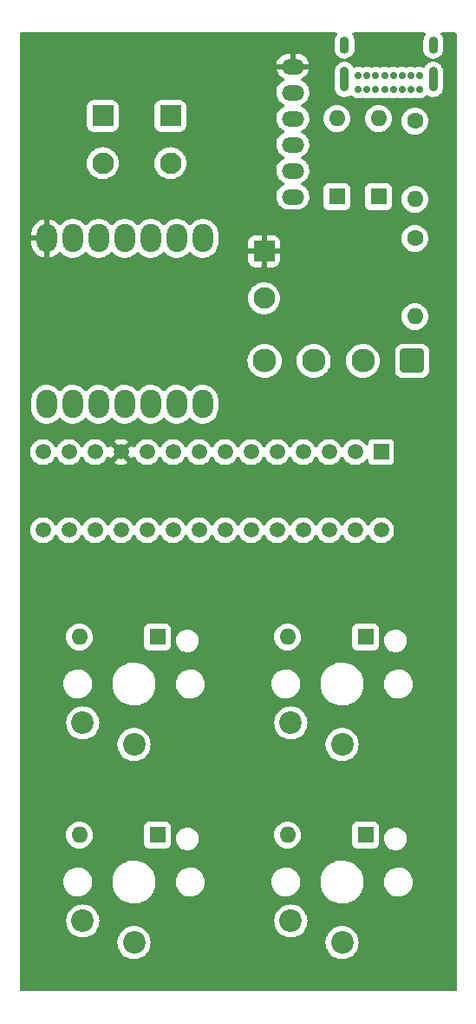
<source format=gbr>
%TF.GenerationSoftware,KiCad,Pcbnew,(6.0.1)*%
%TF.CreationDate,2022-02-25T19:27:25-05:00*%
%TF.ProjectId,InductorSchem,496e6475-6374-46f7-9253-6368656d2e6b,1*%
%TF.SameCoordinates,Original*%
%TF.FileFunction,Copper,L3,Inr*%
%TF.FilePolarity,Positive*%
%FSLAX46Y46*%
G04 Gerber Fmt 4.6, Leading zero omitted, Abs format (unit mm)*
G04 Created by KiCad (PCBNEW (6.0.1)) date 2022-02-25 19:27:25*
%MOMM*%
%LPD*%
G01*
G04 APERTURE LIST*
G04 Aperture macros list*
%AMRoundRect*
0 Rectangle with rounded corners*
0 $1 Rounding radius*
0 $2 $3 $4 $5 $6 $7 $8 $9 X,Y pos of 4 corners*
0 Add a 4 corners polygon primitive as box body*
4,1,4,$2,$3,$4,$5,$6,$7,$8,$9,$2,$3,0*
0 Add four circle primitives for the rounded corners*
1,1,$1+$1,$2,$3*
1,1,$1+$1,$4,$5*
1,1,$1+$1,$6,$7*
1,1,$1+$1,$8,$9*
0 Add four rect primitives between the rounded corners*
20,1,$1+$1,$2,$3,$4,$5,0*
20,1,$1+$1,$4,$5,$6,$7,0*
20,1,$1+$1,$6,$7,$8,$9,0*
20,1,$1+$1,$8,$9,$2,$3,0*%
G04 Aperture macros list end*
%TA.AperFunction,ComponentPad*%
%ADD10R,1.498600X1.498600*%
%TD*%
%TA.AperFunction,ComponentPad*%
%ADD11C,1.498600*%
%TD*%
%TA.AperFunction,ComponentPad*%
%ADD12R,1.600000X1.600000*%
%TD*%
%TA.AperFunction,ComponentPad*%
%ADD13O,1.600000X1.600000*%
%TD*%
%TA.AperFunction,ComponentPad*%
%ADD14C,0.700000*%
%TD*%
%TA.AperFunction,ComponentPad*%
%ADD15O,0.900000X2.400000*%
%TD*%
%TA.AperFunction,ComponentPad*%
%ADD16O,0.900000X1.700000*%
%TD*%
%TA.AperFunction,ComponentPad*%
%ADD17RoundRect,0.250001X-0.799999X0.799999X-0.799999X-0.799999X0.799999X-0.799999X0.799999X0.799999X0*%
%TD*%
%TA.AperFunction,ComponentPad*%
%ADD18C,2.100000*%
%TD*%
%TA.AperFunction,ComponentPad*%
%ADD19C,1.600000*%
%TD*%
%TA.AperFunction,ComponentPad*%
%ADD20O,1.998980X2.748280*%
%TD*%
%TA.AperFunction,ComponentPad*%
%ADD21C,2.200000*%
%TD*%
%TA.AperFunction,ComponentPad*%
%ADD22RoundRect,0.250001X0.899999X0.899999X-0.899999X0.899999X-0.899999X-0.899999X0.899999X-0.899999X0*%
%TD*%
%TA.AperFunction,ComponentPad*%
%ADD23C,2.300000*%
%TD*%
%TA.AperFunction,ComponentPad*%
%ADD24O,2.200000X1.500000*%
%TD*%
G04 APERTURE END LIST*
D10*
%TO.N,GND*%
%TO.C,U3*%
X156718000Y-96266000D03*
D11*
%TO.N,unconnected-(U3-Pad2)*%
X154178000Y-96266000D03*
%TO.N,/ROW1*%
X151638000Y-96266000D03*
%TO.N,/ROW2*%
X149098000Y-96266000D03*
%TO.N,unconnected-(U3-Pad5)*%
X146558000Y-96266000D03*
%TO.N,unconnected-(U3-Pad6)*%
X144018000Y-96266000D03*
%TO.N,/BRK1*%
X141478000Y-96266000D03*
%TO.N,/BRK2*%
X138938000Y-96266000D03*
%TO.N,/BRK3*%
X136398000Y-96266000D03*
%TO.N,/BRK4*%
X133858000Y-96266000D03*
%TO.N,+5V*%
X131318000Y-96266000D03*
%TO.N,/I2C_SCL*%
X128778000Y-96266000D03*
%TO.N,/I2C_SDA*%
X126238000Y-96266000D03*
%TO.N,unconnected-(U3-Pad14)*%
X123698000Y-96266000D03*
%TO.N,GND*%
X123698000Y-103886000D03*
%TO.N,unconnected-(U3-Pad16)*%
X126238000Y-103886000D03*
%TO.N,unconnected-(U3-Pad17)*%
X128778000Y-103886000D03*
%TO.N,/INTB*%
X131318000Y-103886000D03*
%TO.N,/INTA*%
X133858000Y-103886000D03*
%TO.N,/COL1*%
X136398000Y-103886000D03*
%TO.N,/COL2*%
X138938000Y-103886000D03*
%TO.N,unconnected-(U3-Pad22)*%
X141478000Y-103886000D03*
%TO.N,unconnected-(U3-Pad23)*%
X144018000Y-103886000D03*
%TO.N,unconnected-(U3-Pad24)*%
X146558000Y-103886000D03*
%TO.N,unconnected-(U3-Pad25)*%
X149098000Y-103886000D03*
%TO.N,unconnected-(U3-Pad26)*%
X151638000Y-103886000D03*
%TO.N,unconnected-(U3-Pad27)*%
X154178000Y-103886000D03*
%TO.N,unconnected-(U3-Pad28)*%
X156718000Y-103886000D03*
%TD*%
D12*
%TO.N,/ROW2*%
%TO.C,D6*%
X155194000Y-133604000D03*
D13*
%TO.N,Net-(SW4-Pad2)*%
X147574000Y-133604000D03*
%TD*%
D12*
%TO.N,/ROW1*%
%TO.C,D5*%
X155194000Y-114300000D03*
D13*
%TO.N,Net-(SW2-Pad2)*%
X147574000Y-114300000D03*
%TD*%
D12*
%TO.N,/ROW2*%
%TO.C,D4*%
X134874000Y-133604000D03*
D13*
%TO.N,Net-(SW3-Pad2)*%
X127254000Y-133604000D03*
%TD*%
D12*
%TO.N,/ROW1*%
%TO.C,D3*%
X134874000Y-114300000D03*
D13*
%TO.N,Net-(SW1-Pad2)*%
X127254000Y-114300000D03*
%TD*%
D14*
%TO.N,GND*%
%TO.C,J1*%
X160455000Y-60921000D03*
%TO.N,Net-(D2-Pad2)*%
X159605000Y-60921000D03*
%TO.N,Net-(J1-PadA5)*%
X158755000Y-60921000D03*
%TO.N,unconnected-(J1-PadA6)*%
X157905000Y-60921000D03*
%TO.N,unconnected-(J1-PadA7)*%
X157055000Y-60921000D03*
%TO.N,unconnected-(J1-PadA8)*%
X156205000Y-60921000D03*
%TO.N,Net-(D2-Pad2)*%
X155355000Y-60921000D03*
%TO.N,GND*%
X154505000Y-60921000D03*
X154505000Y-59571000D03*
%TO.N,Net-(D2-Pad2)*%
X155355000Y-59571000D03*
%TO.N,Net-(J1-PadB5)*%
X156205000Y-59571000D03*
%TO.N,unconnected-(J1-PadB6)*%
X157055000Y-59571000D03*
%TO.N,unconnected-(J1-PadB7)*%
X157905000Y-59571000D03*
%TO.N,unconnected-(J1-PadB8)*%
X158755000Y-59571000D03*
%TO.N,Net-(D2-Pad2)*%
X159605000Y-59571000D03*
%TO.N,GND*%
X160455000Y-59571000D03*
D15*
%TO.N,unconnected-(J1-PadS1)*%
X153155000Y-59941000D03*
D16*
X153155000Y-56561000D03*
X161805000Y-56561000D03*
D15*
X161805000Y-59941000D03*
%TD*%
D13*
%TO.N,Net-(D1-Pad2)*%
%TO.C,D1*%
X152400000Y-63754000D03*
D12*
%TO.N,Net-(D1-Pad1)*%
X152400000Y-71374000D03*
%TD*%
D17*
%TO.N,Net-(D1-Pad2)*%
%TO.C,J3*%
X129540000Y-63500000D03*
D18*
%TO.N,GND*%
X129540000Y-68100000D03*
%TD*%
D19*
%TO.N,Net-(J1-PadB5)*%
%TO.C,R2*%
X160020000Y-75438000D03*
D13*
%TO.N,GND*%
X160020000Y-83058000D03*
%TD*%
D20*
%TO.N,/INTA*%
%TO.C,U1*%
X124064490Y-91601290D03*
%TO.N,/INTB*%
X126604490Y-91601290D03*
%TO.N,unconnected-(U1-Pad3)*%
X129144490Y-91601290D03*
%TO.N,unconnected-(U1-Pad4)*%
X131684490Y-91601290D03*
%TO.N,/I2C_SDA*%
X134224490Y-91601290D03*
%TO.N,/I2C_SCL*%
X136764490Y-91601290D03*
%TO.N,unconnected-(U1-Pad7)*%
X139304490Y-91601290D03*
%TO.N,unconnected-(U1-Pad8)*%
X139304490Y-75436730D03*
%TO.N,unconnected-(U1-Pad9)*%
X136764490Y-75436730D03*
%TO.N,unconnected-(U1-Pad10)*%
X134224490Y-75436730D03*
%TO.N,unconnected-(U1-Pad11)*%
X131684490Y-75436730D03*
%TO.N,unconnected-(U1-Pad12)*%
X129144490Y-75436730D03*
%TO.N,GND*%
X126604490Y-75436730D03*
%TO.N,+5V*%
X124064490Y-75436730D03*
%TD*%
D13*
%TO.N,Net-(D2-Pad2)*%
%TO.C,D2*%
X156464000Y-63754000D03*
D12*
%TO.N,Net-(D1-Pad1)*%
X156464000Y-71374000D03*
%TD*%
D21*
%TO.N,/COL2*%
%TO.C,SW4*%
X152908000Y-144076000D03*
%TO.N,Net-(SW4-Pad2)*%
X147908000Y-141976000D03*
%TD*%
D17*
%TO.N,+5V*%
%TO.C,J4*%
X145288000Y-76680000D03*
D18*
%TO.N,GND*%
X145288000Y-81280000D03*
%TD*%
%TO.N,GND*%
%TO.C,J2*%
X136144000Y-68100000D03*
D17*
%TO.N,Net-(J2-Pad1)*%
X136144000Y-63500000D03*
%TD*%
D22*
%TO.N,/BRK1*%
%TO.C,J5*%
X159740000Y-87376000D03*
D23*
%TO.N,/BRK2*%
X154940000Y-87376000D03*
%TO.N,/BRK3*%
X150140000Y-87376000D03*
%TO.N,/BRK4*%
X145340000Y-87376000D03*
%TD*%
D21*
%TO.N,/COL1*%
%TO.C,SW3*%
X132588000Y-144076000D03*
%TO.N,Net-(SW3-Pad2)*%
X127588000Y-141976000D03*
%TD*%
%TO.N,/COL1*%
%TO.C,SW1*%
X132588000Y-124772000D03*
%TO.N,Net-(SW1-Pad2)*%
X127588000Y-122672000D03*
%TD*%
%TO.N,/COL2*%
%TO.C,SW2*%
X152908000Y-124772000D03*
%TO.N,Net-(SW2-Pad2)*%
X147908000Y-122672000D03*
%TD*%
D24*
%TO.N,Net-(D1-Pad1)*%
%TO.C,U2*%
X148094000Y-71376917D03*
%TO.N,GND*%
X148094000Y-68836917D03*
X148094000Y-66296917D03*
%TO.N,Net-(J2-Pad1)*%
X148094000Y-63756917D03*
%TO.N,GND*%
X148094000Y-61216917D03*
%TO.N,+5V*%
X148094000Y-58676917D03*
%TD*%
D19*
%TO.N,Net-(J1-PadA5)*%
%TO.C,R1*%
X160020000Y-64008000D03*
D13*
%TO.N,GND*%
X160020000Y-71628000D03*
%TD*%
%TA.AperFunction,Conductor*%
%TO.N,+5V*%
G36*
X152363415Y-55392002D02*
G01*
X152409908Y-55445658D01*
X152420012Y-55515932D01*
X152398507Y-55570270D01*
X152313989Y-55690975D01*
X152236655Y-55869684D01*
X152235350Y-55875931D01*
X152235349Y-55875934D01*
X152216268Y-55967273D01*
X152196835Y-56060293D01*
X152196500Y-56066685D01*
X152196500Y-57009663D01*
X152211235Y-57154727D01*
X152213144Y-57160818D01*
X152267556Y-57334451D01*
X152267558Y-57334456D01*
X152269465Y-57340541D01*
X152272558Y-57346120D01*
X152353182Y-57491568D01*
X152363870Y-57510850D01*
X152368019Y-57515691D01*
X152368022Y-57515695D01*
X152432167Y-57590534D01*
X152490591Y-57658698D01*
X152495633Y-57662609D01*
X152495634Y-57662610D01*
X152569549Y-57719944D01*
X152644453Y-57778046D01*
X152650176Y-57780862D01*
X152650179Y-57780864D01*
X152813444Y-57861200D01*
X152819171Y-57864018D01*
X152825349Y-57865627D01*
X152825351Y-57865628D01*
X153001425Y-57911492D01*
X153001428Y-57911492D01*
X153007607Y-57913102D01*
X153091597Y-57917504D01*
X153195683Y-57922959D01*
X153195687Y-57922959D01*
X153202064Y-57923293D01*
X153357413Y-57899799D01*
X153388285Y-57895130D01*
X153388286Y-57895130D01*
X153394599Y-57894175D01*
X153400585Y-57891972D01*
X153400591Y-57891971D01*
X153571360Y-57829140D01*
X153571365Y-57829138D01*
X153577346Y-57826937D01*
X153742840Y-57724326D01*
X153817362Y-57653855D01*
X153879685Y-57594919D01*
X153884322Y-57590534D01*
X153996011Y-57431025D01*
X154073345Y-57252316D01*
X154092460Y-57160818D01*
X154112176Y-57066443D01*
X154112177Y-57066438D01*
X154113165Y-57061707D01*
X154113500Y-57055315D01*
X154113500Y-56112337D01*
X154098765Y-55967273D01*
X154081111Y-55910939D01*
X154042444Y-55787549D01*
X154042442Y-55787544D01*
X154040535Y-55781459D01*
X153946130Y-55611150D01*
X153919429Y-55579997D01*
X153890285Y-55515257D01*
X153900769Y-55445039D01*
X153947551Y-55391635D01*
X154015098Y-55372000D01*
X160945294Y-55372000D01*
X161013415Y-55392002D01*
X161059908Y-55445658D01*
X161070012Y-55515932D01*
X161048507Y-55570270D01*
X160963989Y-55690975D01*
X160886655Y-55869684D01*
X160885350Y-55875931D01*
X160885349Y-55875934D01*
X160866268Y-55967273D01*
X160846835Y-56060293D01*
X160846500Y-56066685D01*
X160846500Y-57009663D01*
X160861235Y-57154727D01*
X160863144Y-57160818D01*
X160917556Y-57334451D01*
X160917558Y-57334456D01*
X160919465Y-57340541D01*
X160922558Y-57346120D01*
X161003182Y-57491568D01*
X161013870Y-57510850D01*
X161018019Y-57515691D01*
X161018022Y-57515695D01*
X161082167Y-57590534D01*
X161140591Y-57658698D01*
X161145633Y-57662609D01*
X161145634Y-57662610D01*
X161219549Y-57719944D01*
X161294453Y-57778046D01*
X161300176Y-57780862D01*
X161300179Y-57780864D01*
X161463444Y-57861200D01*
X161469171Y-57864018D01*
X161475349Y-57865627D01*
X161475351Y-57865628D01*
X161651425Y-57911492D01*
X161651428Y-57911492D01*
X161657607Y-57913102D01*
X161741597Y-57917504D01*
X161845683Y-57922959D01*
X161845687Y-57922959D01*
X161852064Y-57923293D01*
X162007413Y-57899799D01*
X162038285Y-57895130D01*
X162038286Y-57895130D01*
X162044599Y-57894175D01*
X162050585Y-57891972D01*
X162050591Y-57891971D01*
X162221360Y-57829140D01*
X162221365Y-57829138D01*
X162227346Y-57826937D01*
X162392840Y-57724326D01*
X162467362Y-57653855D01*
X162529685Y-57594919D01*
X162534322Y-57590534D01*
X162646011Y-57431025D01*
X162723345Y-57252316D01*
X162742460Y-57160818D01*
X162762176Y-57066443D01*
X162762177Y-57066438D01*
X162763165Y-57061707D01*
X162763500Y-57055315D01*
X162763500Y-56112337D01*
X162748765Y-55967273D01*
X162731111Y-55910939D01*
X162692444Y-55787549D01*
X162692442Y-55787544D01*
X162690535Y-55781459D01*
X162596130Y-55611150D01*
X162569429Y-55579997D01*
X162540285Y-55515257D01*
X162550769Y-55445039D01*
X162597551Y-55391635D01*
X162665098Y-55372000D01*
X163958000Y-55372000D01*
X164026121Y-55392002D01*
X164072614Y-55445658D01*
X164084000Y-55498000D01*
X164084000Y-148718000D01*
X164063998Y-148786121D01*
X164010342Y-148832614D01*
X163958000Y-148844000D01*
X121538000Y-148844000D01*
X121469879Y-148823998D01*
X121423386Y-148770342D01*
X121412000Y-148718000D01*
X121412000Y-144076000D01*
X130974526Y-144076000D01*
X130994391Y-144328403D01*
X131053495Y-144574591D01*
X131150384Y-144808502D01*
X131282672Y-145024376D01*
X131447102Y-145216898D01*
X131639624Y-145381328D01*
X131855498Y-145513616D01*
X131860068Y-145515509D01*
X131860072Y-145515511D01*
X132084836Y-145608611D01*
X132089409Y-145610505D01*
X132174032Y-145630821D01*
X132330784Y-145668454D01*
X132330790Y-145668455D01*
X132335597Y-145669609D01*
X132588000Y-145689474D01*
X132840403Y-145669609D01*
X132845210Y-145668455D01*
X132845216Y-145668454D01*
X133001968Y-145630821D01*
X133086591Y-145610505D01*
X133091164Y-145608611D01*
X133315928Y-145515511D01*
X133315932Y-145515509D01*
X133320502Y-145513616D01*
X133536376Y-145381328D01*
X133728898Y-145216898D01*
X133893328Y-145024376D01*
X134025616Y-144808502D01*
X134122505Y-144574591D01*
X134181609Y-144328403D01*
X134201474Y-144076000D01*
X151294526Y-144076000D01*
X151314391Y-144328403D01*
X151373495Y-144574591D01*
X151470384Y-144808502D01*
X151602672Y-145024376D01*
X151767102Y-145216898D01*
X151959624Y-145381328D01*
X152175498Y-145513616D01*
X152180068Y-145515509D01*
X152180072Y-145515511D01*
X152404836Y-145608611D01*
X152409409Y-145610505D01*
X152494032Y-145630821D01*
X152650784Y-145668454D01*
X152650790Y-145668455D01*
X152655597Y-145669609D01*
X152908000Y-145689474D01*
X153160403Y-145669609D01*
X153165210Y-145668455D01*
X153165216Y-145668454D01*
X153321968Y-145630821D01*
X153406591Y-145610505D01*
X153411164Y-145608611D01*
X153635928Y-145515511D01*
X153635932Y-145515509D01*
X153640502Y-145513616D01*
X153856376Y-145381328D01*
X154048898Y-145216898D01*
X154213328Y-145024376D01*
X154345616Y-144808502D01*
X154442505Y-144574591D01*
X154501609Y-144328403D01*
X154521474Y-144076000D01*
X154501609Y-143823597D01*
X154442505Y-143577409D01*
X154415271Y-143511660D01*
X154347511Y-143348072D01*
X154347509Y-143348068D01*
X154345616Y-143343498D01*
X154213328Y-143127624D01*
X154048898Y-142935102D01*
X153856376Y-142770672D01*
X153640502Y-142638384D01*
X153635932Y-142636491D01*
X153635928Y-142636489D01*
X153411164Y-142543389D01*
X153411162Y-142543388D01*
X153406591Y-142541495D01*
X153321968Y-142521179D01*
X153165216Y-142483546D01*
X153165210Y-142483545D01*
X153160403Y-142482391D01*
X152908000Y-142462526D01*
X152655597Y-142482391D01*
X152650790Y-142483545D01*
X152650784Y-142483546D01*
X152494032Y-142521179D01*
X152409409Y-142541495D01*
X152404838Y-142543388D01*
X152404836Y-142543389D01*
X152180072Y-142636489D01*
X152180068Y-142636491D01*
X152175498Y-142638384D01*
X151959624Y-142770672D01*
X151767102Y-142935102D01*
X151602672Y-143127624D01*
X151470384Y-143343498D01*
X151468491Y-143348068D01*
X151468489Y-143348072D01*
X151400729Y-143511660D01*
X151373495Y-143577409D01*
X151314391Y-143823597D01*
X151294526Y-144076000D01*
X134201474Y-144076000D01*
X134181609Y-143823597D01*
X134122505Y-143577409D01*
X134095271Y-143511660D01*
X134027511Y-143348072D01*
X134027509Y-143348068D01*
X134025616Y-143343498D01*
X133893328Y-143127624D01*
X133728898Y-142935102D01*
X133536376Y-142770672D01*
X133320502Y-142638384D01*
X133315932Y-142636491D01*
X133315928Y-142636489D01*
X133091164Y-142543389D01*
X133091162Y-142543388D01*
X133086591Y-142541495D01*
X133001968Y-142521179D01*
X132845216Y-142483546D01*
X132845210Y-142483545D01*
X132840403Y-142482391D01*
X132588000Y-142462526D01*
X132335597Y-142482391D01*
X132330790Y-142483545D01*
X132330784Y-142483546D01*
X132174032Y-142521179D01*
X132089409Y-142541495D01*
X132084838Y-142543388D01*
X132084836Y-142543389D01*
X131860072Y-142636489D01*
X131860068Y-142636491D01*
X131855498Y-142638384D01*
X131639624Y-142770672D01*
X131447102Y-142935102D01*
X131282672Y-143127624D01*
X131150384Y-143343498D01*
X131148491Y-143348068D01*
X131148489Y-143348072D01*
X131080729Y-143511660D01*
X131053495Y-143577409D01*
X130994391Y-143823597D01*
X130974526Y-144076000D01*
X121412000Y-144076000D01*
X121412000Y-141976000D01*
X125974526Y-141976000D01*
X125994391Y-142228403D01*
X126053495Y-142474591D01*
X126055388Y-142479162D01*
X126055389Y-142479164D01*
X126081208Y-142541495D01*
X126150384Y-142708502D01*
X126282672Y-142924376D01*
X126447102Y-143116898D01*
X126639624Y-143281328D01*
X126855498Y-143413616D01*
X126860068Y-143415509D01*
X126860072Y-143415511D01*
X127084836Y-143508611D01*
X127089409Y-143510505D01*
X127174032Y-143530821D01*
X127330784Y-143568454D01*
X127330790Y-143568455D01*
X127335597Y-143569609D01*
X127588000Y-143589474D01*
X127840403Y-143569609D01*
X127845210Y-143568455D01*
X127845216Y-143568454D01*
X128001968Y-143530821D01*
X128086591Y-143510505D01*
X128091164Y-143508611D01*
X128315928Y-143415511D01*
X128315932Y-143415509D01*
X128320502Y-143413616D01*
X128536376Y-143281328D01*
X128728898Y-143116898D01*
X128893328Y-142924376D01*
X129025616Y-142708502D01*
X129094793Y-142541495D01*
X129120611Y-142479164D01*
X129120612Y-142479162D01*
X129122505Y-142474591D01*
X129181609Y-142228403D01*
X129201474Y-141976000D01*
X146294526Y-141976000D01*
X146314391Y-142228403D01*
X146373495Y-142474591D01*
X146375388Y-142479162D01*
X146375389Y-142479164D01*
X146401208Y-142541495D01*
X146470384Y-142708502D01*
X146602672Y-142924376D01*
X146767102Y-143116898D01*
X146959624Y-143281328D01*
X147175498Y-143413616D01*
X147180068Y-143415509D01*
X147180072Y-143415511D01*
X147404836Y-143508611D01*
X147409409Y-143510505D01*
X147494032Y-143530821D01*
X147650784Y-143568454D01*
X147650790Y-143568455D01*
X147655597Y-143569609D01*
X147908000Y-143589474D01*
X148160403Y-143569609D01*
X148165210Y-143568455D01*
X148165216Y-143568454D01*
X148321968Y-143530821D01*
X148406591Y-143510505D01*
X148411164Y-143508611D01*
X148635928Y-143415511D01*
X148635932Y-143415509D01*
X148640502Y-143413616D01*
X148856376Y-143281328D01*
X149048898Y-143116898D01*
X149213328Y-142924376D01*
X149345616Y-142708502D01*
X149414793Y-142541495D01*
X149440611Y-142479164D01*
X149440612Y-142479162D01*
X149442505Y-142474591D01*
X149501609Y-142228403D01*
X149521474Y-141976000D01*
X149501609Y-141723597D01*
X149442505Y-141477409D01*
X149345616Y-141243498D01*
X149213328Y-141027624D01*
X149048898Y-140835102D01*
X148856376Y-140670672D01*
X148640502Y-140538384D01*
X148635932Y-140536491D01*
X148635928Y-140536489D01*
X148411164Y-140443389D01*
X148411162Y-140443388D01*
X148406591Y-140441495D01*
X148321968Y-140421179D01*
X148165216Y-140383546D01*
X148165210Y-140383545D01*
X148160403Y-140382391D01*
X147908000Y-140362526D01*
X147655597Y-140382391D01*
X147650790Y-140383545D01*
X147650784Y-140383546D01*
X147494032Y-140421179D01*
X147409409Y-140441495D01*
X147404838Y-140443388D01*
X147404836Y-140443389D01*
X147180072Y-140536489D01*
X147180068Y-140536491D01*
X147175498Y-140538384D01*
X146959624Y-140670672D01*
X146767102Y-140835102D01*
X146602672Y-141027624D01*
X146470384Y-141243498D01*
X146373495Y-141477409D01*
X146314391Y-141723597D01*
X146294526Y-141976000D01*
X129201474Y-141976000D01*
X129181609Y-141723597D01*
X129122505Y-141477409D01*
X129025616Y-141243498D01*
X128893328Y-141027624D01*
X128728898Y-140835102D01*
X128536376Y-140670672D01*
X128320502Y-140538384D01*
X128315932Y-140536491D01*
X128315928Y-140536489D01*
X128091164Y-140443389D01*
X128091162Y-140443388D01*
X128086591Y-140441495D01*
X128001968Y-140421179D01*
X127845216Y-140383546D01*
X127845210Y-140383545D01*
X127840403Y-140382391D01*
X127588000Y-140362526D01*
X127335597Y-140382391D01*
X127330790Y-140383545D01*
X127330784Y-140383546D01*
X127174032Y-140421179D01*
X127089409Y-140441495D01*
X127084838Y-140443388D01*
X127084836Y-140443389D01*
X126860072Y-140536489D01*
X126860068Y-140536491D01*
X126855498Y-140538384D01*
X126639624Y-140670672D01*
X126447102Y-140835102D01*
X126282672Y-141027624D01*
X126150384Y-141243498D01*
X126053495Y-141477409D01*
X125994391Y-141723597D01*
X125974526Y-141976000D01*
X121412000Y-141976000D01*
X121412000Y-138109411D01*
X125675977Y-138109411D01*
X125684945Y-138348274D01*
X125734030Y-138582211D01*
X125821829Y-138804533D01*
X125945832Y-139008883D01*
X125949329Y-139012913D01*
X126055684Y-139135476D01*
X126102493Y-139189419D01*
X126106619Y-139192802D01*
X126106623Y-139192806D01*
X126205629Y-139273985D01*
X126287333Y-139340978D01*
X126291969Y-139343617D01*
X126291972Y-139343619D01*
X126385071Y-139396614D01*
X126495066Y-139459227D01*
X126719753Y-139540784D01*
X126725002Y-139541733D01*
X126725005Y-139541734D01*
X126950885Y-139582580D01*
X126950893Y-139582581D01*
X126954969Y-139583318D01*
X126973359Y-139584185D01*
X126978544Y-139584430D01*
X126978551Y-139584430D01*
X126980032Y-139584500D01*
X127148012Y-139584500D01*
X127326175Y-139569383D01*
X127331339Y-139568043D01*
X127331343Y-139568042D01*
X127552375Y-139510673D01*
X127552380Y-139510671D01*
X127557540Y-139509332D01*
X127674636Y-139456584D01*
X127770619Y-139413347D01*
X127770622Y-139413346D01*
X127775480Y-139411157D01*
X127973762Y-139277666D01*
X128146718Y-139112674D01*
X128289402Y-138920900D01*
X128302149Y-138895830D01*
X128395314Y-138712586D01*
X128395314Y-138712585D01*
X128397733Y-138707828D01*
X128438361Y-138576984D01*
X128467032Y-138484651D01*
X128467033Y-138484645D01*
X128468616Y-138479548D01*
X128487770Y-138335036D01*
X128491260Y-138308703D01*
X130478743Y-138308703D01*
X130479302Y-138312947D01*
X130479302Y-138312951D01*
X130495810Y-138438340D01*
X130516268Y-138593734D01*
X130592129Y-138871036D01*
X130704923Y-139135476D01*
X130779473Y-139260040D01*
X130825888Y-139337593D01*
X130852561Y-139382161D01*
X131032313Y-139606528D01*
X131240851Y-139804423D01*
X131474317Y-139972186D01*
X131478112Y-139974195D01*
X131478113Y-139974196D01*
X131499869Y-139985715D01*
X131728392Y-140106712D01*
X131998373Y-140205511D01*
X132279264Y-140266755D01*
X132307841Y-140269004D01*
X132502282Y-140284307D01*
X132502291Y-140284307D01*
X132504739Y-140284500D01*
X132660271Y-140284500D01*
X132662407Y-140284354D01*
X132662418Y-140284354D01*
X132870548Y-140270165D01*
X132870554Y-140270164D01*
X132874825Y-140269873D01*
X132879020Y-140269004D01*
X132879022Y-140269004D01*
X133015583Y-140240724D01*
X133156342Y-140211574D01*
X133427343Y-140115607D01*
X133682812Y-139983750D01*
X133686313Y-139981289D01*
X133686317Y-139981287D01*
X133800417Y-139901096D01*
X133918023Y-139818441D01*
X134128622Y-139622740D01*
X134310713Y-139400268D01*
X134460927Y-139155142D01*
X134576483Y-138891898D01*
X134655244Y-138615406D01*
X134695751Y-138330784D01*
X134695845Y-138312951D01*
X134696911Y-138109411D01*
X136675977Y-138109411D01*
X136684945Y-138348274D01*
X136734030Y-138582211D01*
X136821829Y-138804533D01*
X136945832Y-139008883D01*
X136949329Y-139012913D01*
X137055684Y-139135476D01*
X137102493Y-139189419D01*
X137106619Y-139192802D01*
X137106623Y-139192806D01*
X137205629Y-139273985D01*
X137287333Y-139340978D01*
X137291969Y-139343617D01*
X137291972Y-139343619D01*
X137385071Y-139396614D01*
X137495066Y-139459227D01*
X137719753Y-139540784D01*
X137725002Y-139541733D01*
X137725005Y-139541734D01*
X137950885Y-139582580D01*
X137950893Y-139582581D01*
X137954969Y-139583318D01*
X137973359Y-139584185D01*
X137978544Y-139584430D01*
X137978551Y-139584430D01*
X137980032Y-139584500D01*
X138148012Y-139584500D01*
X138326175Y-139569383D01*
X138331339Y-139568043D01*
X138331343Y-139568042D01*
X138552375Y-139510673D01*
X138552380Y-139510671D01*
X138557540Y-139509332D01*
X138674636Y-139456584D01*
X138770619Y-139413347D01*
X138770622Y-139413346D01*
X138775480Y-139411157D01*
X138973762Y-139277666D01*
X139146718Y-139112674D01*
X139289402Y-138920900D01*
X139302149Y-138895830D01*
X139395314Y-138712586D01*
X139395314Y-138712585D01*
X139397733Y-138707828D01*
X139438361Y-138576984D01*
X139467032Y-138484651D01*
X139467033Y-138484645D01*
X139468616Y-138479548D01*
X139487770Y-138335036D01*
X139499323Y-138247873D01*
X139499323Y-138247869D01*
X139500023Y-138242589D01*
X139495023Y-138109411D01*
X145995977Y-138109411D01*
X146004945Y-138348274D01*
X146054030Y-138582211D01*
X146141829Y-138804533D01*
X146265832Y-139008883D01*
X146269329Y-139012913D01*
X146375684Y-139135476D01*
X146422493Y-139189419D01*
X146426619Y-139192802D01*
X146426623Y-139192806D01*
X146525629Y-139273985D01*
X146607333Y-139340978D01*
X146611969Y-139343617D01*
X146611972Y-139343619D01*
X146705071Y-139396614D01*
X146815066Y-139459227D01*
X147039753Y-139540784D01*
X147045002Y-139541733D01*
X147045005Y-139541734D01*
X147270885Y-139582580D01*
X147270893Y-139582581D01*
X147274969Y-139583318D01*
X147293359Y-139584185D01*
X147298544Y-139584430D01*
X147298551Y-139584430D01*
X147300032Y-139584500D01*
X147468012Y-139584500D01*
X147646175Y-139569383D01*
X147651339Y-139568043D01*
X147651343Y-139568042D01*
X147872375Y-139510673D01*
X147872380Y-139510671D01*
X147877540Y-139509332D01*
X147994636Y-139456584D01*
X148090619Y-139413347D01*
X148090622Y-139413346D01*
X148095480Y-139411157D01*
X148293762Y-139277666D01*
X148466718Y-139112674D01*
X148609402Y-138920900D01*
X148622149Y-138895830D01*
X148715314Y-138712586D01*
X148715314Y-138712585D01*
X148717733Y-138707828D01*
X148758361Y-138576984D01*
X148787032Y-138484651D01*
X148787033Y-138484645D01*
X148788616Y-138479548D01*
X148807770Y-138335036D01*
X148811260Y-138308703D01*
X150798743Y-138308703D01*
X150799302Y-138312947D01*
X150799302Y-138312951D01*
X150815810Y-138438340D01*
X150836268Y-138593734D01*
X150912129Y-138871036D01*
X151024923Y-139135476D01*
X151099473Y-139260040D01*
X151145888Y-139337593D01*
X151172561Y-139382161D01*
X151352313Y-139606528D01*
X151560851Y-139804423D01*
X151794317Y-139972186D01*
X151798112Y-139974195D01*
X151798113Y-139974196D01*
X151819869Y-139985715D01*
X152048392Y-140106712D01*
X152318373Y-140205511D01*
X152599264Y-140266755D01*
X152627841Y-140269004D01*
X152822282Y-140284307D01*
X152822291Y-140284307D01*
X152824739Y-140284500D01*
X152980271Y-140284500D01*
X152982407Y-140284354D01*
X152982418Y-140284354D01*
X153190548Y-140270165D01*
X153190554Y-140270164D01*
X153194825Y-140269873D01*
X153199020Y-140269004D01*
X153199022Y-140269004D01*
X153335583Y-140240724D01*
X153476342Y-140211574D01*
X153747343Y-140115607D01*
X154002812Y-139983750D01*
X154006313Y-139981289D01*
X154006317Y-139981287D01*
X154120417Y-139901096D01*
X154238023Y-139818441D01*
X154448622Y-139622740D01*
X154630713Y-139400268D01*
X154780927Y-139155142D01*
X154896483Y-138891898D01*
X154975244Y-138615406D01*
X155015751Y-138330784D01*
X155015845Y-138312951D01*
X155016911Y-138109411D01*
X156995977Y-138109411D01*
X157004945Y-138348274D01*
X157054030Y-138582211D01*
X157141829Y-138804533D01*
X157265832Y-139008883D01*
X157269329Y-139012913D01*
X157375684Y-139135476D01*
X157422493Y-139189419D01*
X157426619Y-139192802D01*
X157426623Y-139192806D01*
X157525629Y-139273985D01*
X157607333Y-139340978D01*
X157611969Y-139343617D01*
X157611972Y-139343619D01*
X157705071Y-139396614D01*
X157815066Y-139459227D01*
X158039753Y-139540784D01*
X158045002Y-139541733D01*
X158045005Y-139541734D01*
X158270885Y-139582580D01*
X158270893Y-139582581D01*
X158274969Y-139583318D01*
X158293359Y-139584185D01*
X158298544Y-139584430D01*
X158298551Y-139584430D01*
X158300032Y-139584500D01*
X158468012Y-139584500D01*
X158646175Y-139569383D01*
X158651339Y-139568043D01*
X158651343Y-139568042D01*
X158872375Y-139510673D01*
X158872380Y-139510671D01*
X158877540Y-139509332D01*
X158994636Y-139456584D01*
X159090619Y-139413347D01*
X159090622Y-139413346D01*
X159095480Y-139411157D01*
X159293762Y-139277666D01*
X159466718Y-139112674D01*
X159609402Y-138920900D01*
X159622149Y-138895830D01*
X159715314Y-138712586D01*
X159715314Y-138712585D01*
X159717733Y-138707828D01*
X159758361Y-138576984D01*
X159787032Y-138484651D01*
X159787033Y-138484645D01*
X159788616Y-138479548D01*
X159807770Y-138335036D01*
X159819323Y-138247873D01*
X159819323Y-138247869D01*
X159820023Y-138242589D01*
X159811055Y-138003726D01*
X159761970Y-137769789D01*
X159674171Y-137547467D01*
X159550168Y-137343117D01*
X159460103Y-137239326D01*
X159397007Y-137166614D01*
X159397005Y-137166612D01*
X159393507Y-137162581D01*
X159389381Y-137159198D01*
X159389377Y-137159194D01*
X159212795Y-137014407D01*
X159208667Y-137011022D01*
X159204031Y-137008383D01*
X159204028Y-137008381D01*
X159005577Y-136895416D01*
X159000934Y-136892773D01*
X158776247Y-136811216D01*
X158770998Y-136810267D01*
X158770995Y-136810266D01*
X158545115Y-136769420D01*
X158545107Y-136769419D01*
X158541031Y-136768682D01*
X158522641Y-136767815D01*
X158517456Y-136767570D01*
X158517449Y-136767570D01*
X158515968Y-136767500D01*
X158347988Y-136767500D01*
X158169825Y-136782617D01*
X158164661Y-136783957D01*
X158164657Y-136783958D01*
X157943625Y-136841327D01*
X157943620Y-136841329D01*
X157938460Y-136842668D01*
X157933594Y-136844860D01*
X157725381Y-136938653D01*
X157725378Y-136938654D01*
X157720520Y-136940843D01*
X157522238Y-137074334D01*
X157349282Y-137239326D01*
X157206598Y-137431100D01*
X157204182Y-137435851D01*
X157204180Y-137435855D01*
X157149754Y-137542904D01*
X157098267Y-137644172D01*
X157070851Y-137732466D01*
X157028968Y-137867349D01*
X157028967Y-137867355D01*
X157027384Y-137872452D01*
X157026683Y-137877744D01*
X157007667Y-138021216D01*
X156995977Y-138109411D01*
X155016911Y-138109411D01*
X155017235Y-138047583D01*
X155017235Y-138047576D01*
X155017257Y-138043297D01*
X155012048Y-138003726D01*
X155000190Y-137913660D01*
X154979732Y-137758266D01*
X154903871Y-137480964D01*
X154791077Y-137216524D01*
X154704195Y-137071354D01*
X154645643Y-136973521D01*
X154645640Y-136973517D01*
X154643439Y-136969839D01*
X154463687Y-136745472D01*
X154255149Y-136547577D01*
X154021683Y-136379814D01*
X153999843Y-136368250D01*
X153976654Y-136355972D01*
X153767608Y-136245288D01*
X153497627Y-136146489D01*
X153216736Y-136085245D01*
X153185685Y-136082801D01*
X152993718Y-136067693D01*
X152993709Y-136067693D01*
X152991261Y-136067500D01*
X152835729Y-136067500D01*
X152833593Y-136067646D01*
X152833582Y-136067646D01*
X152625452Y-136081835D01*
X152625446Y-136081836D01*
X152621175Y-136082127D01*
X152616980Y-136082996D01*
X152616978Y-136082996D01*
X152480416Y-136111277D01*
X152339658Y-136140426D01*
X152068657Y-136236393D01*
X151813188Y-136368250D01*
X151809687Y-136370711D01*
X151809683Y-136370713D01*
X151799594Y-136377804D01*
X151577977Y-136533559D01*
X151367378Y-136729260D01*
X151185287Y-136951732D01*
X151035073Y-137196858D01*
X150919517Y-137460102D01*
X150840756Y-137736594D01*
X150800249Y-138021216D01*
X150800227Y-138025505D01*
X150800226Y-138025512D01*
X150798765Y-138304417D01*
X150798743Y-138308703D01*
X148811260Y-138308703D01*
X148819323Y-138247873D01*
X148819323Y-138247869D01*
X148820023Y-138242589D01*
X148811055Y-138003726D01*
X148761970Y-137769789D01*
X148674171Y-137547467D01*
X148550168Y-137343117D01*
X148460103Y-137239326D01*
X148397007Y-137166614D01*
X148397005Y-137166612D01*
X148393507Y-137162581D01*
X148389381Y-137159198D01*
X148389377Y-137159194D01*
X148212795Y-137014407D01*
X148208667Y-137011022D01*
X148204031Y-137008383D01*
X148204028Y-137008381D01*
X148005577Y-136895416D01*
X148000934Y-136892773D01*
X147776247Y-136811216D01*
X147770998Y-136810267D01*
X147770995Y-136810266D01*
X147545115Y-136769420D01*
X147545107Y-136769419D01*
X147541031Y-136768682D01*
X147522641Y-136767815D01*
X147517456Y-136767570D01*
X147517449Y-136767570D01*
X147515968Y-136767500D01*
X147347988Y-136767500D01*
X147169825Y-136782617D01*
X147164661Y-136783957D01*
X147164657Y-136783958D01*
X146943625Y-136841327D01*
X146943620Y-136841329D01*
X146938460Y-136842668D01*
X146933594Y-136844860D01*
X146725381Y-136938653D01*
X146725378Y-136938654D01*
X146720520Y-136940843D01*
X146522238Y-137074334D01*
X146349282Y-137239326D01*
X146206598Y-137431100D01*
X146204182Y-137435851D01*
X146204180Y-137435855D01*
X146149754Y-137542904D01*
X146098267Y-137644172D01*
X146070851Y-137732466D01*
X146028968Y-137867349D01*
X146028967Y-137867355D01*
X146027384Y-137872452D01*
X146026683Y-137877744D01*
X146007667Y-138021216D01*
X145995977Y-138109411D01*
X139495023Y-138109411D01*
X139491055Y-138003726D01*
X139441970Y-137769789D01*
X139354171Y-137547467D01*
X139230168Y-137343117D01*
X139140103Y-137239326D01*
X139077007Y-137166614D01*
X139077005Y-137166612D01*
X139073507Y-137162581D01*
X139069381Y-137159198D01*
X139069377Y-137159194D01*
X138892795Y-137014407D01*
X138888667Y-137011022D01*
X138884031Y-137008383D01*
X138884028Y-137008381D01*
X138685577Y-136895416D01*
X138680934Y-136892773D01*
X138456247Y-136811216D01*
X138450998Y-136810267D01*
X138450995Y-136810266D01*
X138225115Y-136769420D01*
X138225107Y-136769419D01*
X138221031Y-136768682D01*
X138202641Y-136767815D01*
X138197456Y-136767570D01*
X138197449Y-136767570D01*
X138195968Y-136767500D01*
X138027988Y-136767500D01*
X137849825Y-136782617D01*
X137844661Y-136783957D01*
X137844657Y-136783958D01*
X137623625Y-136841327D01*
X137623620Y-136841329D01*
X137618460Y-136842668D01*
X137613594Y-136844860D01*
X137405381Y-136938653D01*
X137405378Y-136938654D01*
X137400520Y-136940843D01*
X137202238Y-137074334D01*
X137029282Y-137239326D01*
X136886598Y-137431100D01*
X136884182Y-137435851D01*
X136884180Y-137435855D01*
X136829754Y-137542904D01*
X136778267Y-137644172D01*
X136750851Y-137732466D01*
X136708968Y-137867349D01*
X136708967Y-137867355D01*
X136707384Y-137872452D01*
X136706683Y-137877744D01*
X136687667Y-138021216D01*
X136675977Y-138109411D01*
X134696911Y-138109411D01*
X134697235Y-138047583D01*
X134697235Y-138047576D01*
X134697257Y-138043297D01*
X134692048Y-138003726D01*
X134680190Y-137913660D01*
X134659732Y-137758266D01*
X134583871Y-137480964D01*
X134471077Y-137216524D01*
X134384195Y-137071354D01*
X134325643Y-136973521D01*
X134325640Y-136973517D01*
X134323439Y-136969839D01*
X134143687Y-136745472D01*
X133935149Y-136547577D01*
X133701683Y-136379814D01*
X133679843Y-136368250D01*
X133656654Y-136355972D01*
X133447608Y-136245288D01*
X133177627Y-136146489D01*
X132896736Y-136085245D01*
X132865685Y-136082801D01*
X132673718Y-136067693D01*
X132673709Y-136067693D01*
X132671261Y-136067500D01*
X132515729Y-136067500D01*
X132513593Y-136067646D01*
X132513582Y-136067646D01*
X132305452Y-136081835D01*
X132305446Y-136081836D01*
X132301175Y-136082127D01*
X132296980Y-136082996D01*
X132296978Y-136082996D01*
X132160416Y-136111277D01*
X132019658Y-136140426D01*
X131748657Y-136236393D01*
X131493188Y-136368250D01*
X131489687Y-136370711D01*
X131489683Y-136370713D01*
X131479594Y-136377804D01*
X131257977Y-136533559D01*
X131047378Y-136729260D01*
X130865287Y-136951732D01*
X130715073Y-137196858D01*
X130599517Y-137460102D01*
X130520756Y-137736594D01*
X130480249Y-138021216D01*
X130480227Y-138025505D01*
X130480226Y-138025512D01*
X130478765Y-138304417D01*
X130478743Y-138308703D01*
X128491260Y-138308703D01*
X128499323Y-138247873D01*
X128499323Y-138247869D01*
X128500023Y-138242589D01*
X128491055Y-138003726D01*
X128441970Y-137769789D01*
X128354171Y-137547467D01*
X128230168Y-137343117D01*
X128140103Y-137239326D01*
X128077007Y-137166614D01*
X128077005Y-137166612D01*
X128073507Y-137162581D01*
X128069381Y-137159198D01*
X128069377Y-137159194D01*
X127892795Y-137014407D01*
X127888667Y-137011022D01*
X127884031Y-137008383D01*
X127884028Y-137008381D01*
X127685577Y-136895416D01*
X127680934Y-136892773D01*
X127456247Y-136811216D01*
X127450998Y-136810267D01*
X127450995Y-136810266D01*
X127225115Y-136769420D01*
X127225107Y-136769419D01*
X127221031Y-136768682D01*
X127202641Y-136767815D01*
X127197456Y-136767570D01*
X127197449Y-136767570D01*
X127195968Y-136767500D01*
X127027988Y-136767500D01*
X126849825Y-136782617D01*
X126844661Y-136783957D01*
X126844657Y-136783958D01*
X126623625Y-136841327D01*
X126623620Y-136841329D01*
X126618460Y-136842668D01*
X126613594Y-136844860D01*
X126405381Y-136938653D01*
X126405378Y-136938654D01*
X126400520Y-136940843D01*
X126202238Y-137074334D01*
X126029282Y-137239326D01*
X125886598Y-137431100D01*
X125884182Y-137435851D01*
X125884180Y-137435855D01*
X125829754Y-137542904D01*
X125778267Y-137644172D01*
X125750851Y-137732466D01*
X125708968Y-137867349D01*
X125708967Y-137867355D01*
X125707384Y-137872452D01*
X125706683Y-137877744D01*
X125687667Y-138021216D01*
X125675977Y-138109411D01*
X121412000Y-138109411D01*
X121412000Y-133604000D01*
X125940502Y-133604000D01*
X125960457Y-133832087D01*
X125961881Y-133837400D01*
X125961881Y-133837402D01*
X125982852Y-133915664D01*
X126019716Y-134053243D01*
X126022039Y-134058224D01*
X126022039Y-134058225D01*
X126114151Y-134255762D01*
X126114154Y-134255767D01*
X126116477Y-134260749D01*
X126170943Y-134338534D01*
X126237704Y-134433878D01*
X126247802Y-134448300D01*
X126409700Y-134610198D01*
X126414208Y-134613355D01*
X126414211Y-134613357D01*
X126433934Y-134627167D01*
X126597251Y-134741523D01*
X126602233Y-134743846D01*
X126602238Y-134743849D01*
X126799775Y-134835961D01*
X126804757Y-134838284D01*
X126810065Y-134839706D01*
X126810067Y-134839707D01*
X127020598Y-134896119D01*
X127020600Y-134896119D01*
X127025913Y-134897543D01*
X127254000Y-134917498D01*
X127482087Y-134897543D01*
X127487400Y-134896119D01*
X127487402Y-134896119D01*
X127697933Y-134839707D01*
X127697935Y-134839706D01*
X127703243Y-134838284D01*
X127708225Y-134835961D01*
X127905762Y-134743849D01*
X127905767Y-134743846D01*
X127910749Y-134741523D01*
X128074066Y-134627167D01*
X128093789Y-134613357D01*
X128093792Y-134613355D01*
X128098300Y-134610198D01*
X128256364Y-134452134D01*
X133565500Y-134452134D01*
X133572255Y-134514316D01*
X133623385Y-134650705D01*
X133710739Y-134767261D01*
X133827295Y-134854615D01*
X133963684Y-134905745D01*
X134025866Y-134912500D01*
X135722134Y-134912500D01*
X135784316Y-134905745D01*
X135920705Y-134854615D01*
X136037261Y-134767261D01*
X136124615Y-134650705D01*
X136175745Y-134514316D01*
X136182500Y-134452134D01*
X136182500Y-133921604D01*
X136695787Y-133921604D01*
X136705567Y-134132899D01*
X136755125Y-134338534D01*
X136757607Y-134343992D01*
X136757608Y-134343996D01*
X136801053Y-134439546D01*
X136842674Y-134531087D01*
X136965054Y-134703611D01*
X137117850Y-134849881D01*
X137295548Y-134964620D01*
X137301114Y-134966863D01*
X137486168Y-135041442D01*
X137486171Y-135041443D01*
X137491737Y-135043686D01*
X137699337Y-135084228D01*
X137704899Y-135084500D01*
X137860846Y-135084500D01*
X138018566Y-135069452D01*
X138221534Y-135009908D01*
X138305111Y-134966863D01*
X138404249Y-134915804D01*
X138404252Y-134915802D01*
X138409580Y-134913058D01*
X138575920Y-134782396D01*
X138579852Y-134777865D01*
X138579855Y-134777862D01*
X138710621Y-134627167D01*
X138714552Y-134622637D01*
X138717552Y-134617451D01*
X138717555Y-134617447D01*
X138817467Y-134444742D01*
X138820473Y-134439546D01*
X138889861Y-134239729D01*
X138916178Y-134058225D01*
X138919352Y-134036336D01*
X138919352Y-134036333D01*
X138920213Y-134030396D01*
X138910433Y-133819101D01*
X138860875Y-133613466D01*
X138856571Y-133604000D01*
X146260502Y-133604000D01*
X146280457Y-133832087D01*
X146281881Y-133837400D01*
X146281881Y-133837402D01*
X146302852Y-133915664D01*
X146339716Y-134053243D01*
X146342039Y-134058224D01*
X146342039Y-134058225D01*
X146434151Y-134255762D01*
X146434154Y-134255767D01*
X146436477Y-134260749D01*
X146490943Y-134338534D01*
X146557704Y-134433878D01*
X146567802Y-134448300D01*
X146729700Y-134610198D01*
X146734208Y-134613355D01*
X146734211Y-134613357D01*
X146753934Y-134627167D01*
X146917251Y-134741523D01*
X146922233Y-134743846D01*
X146922238Y-134743849D01*
X147119775Y-134835961D01*
X147124757Y-134838284D01*
X147130065Y-134839706D01*
X147130067Y-134839707D01*
X147340598Y-134896119D01*
X147340600Y-134896119D01*
X147345913Y-134897543D01*
X147574000Y-134917498D01*
X147802087Y-134897543D01*
X147807400Y-134896119D01*
X147807402Y-134896119D01*
X148017933Y-134839707D01*
X148017935Y-134839706D01*
X148023243Y-134838284D01*
X148028225Y-134835961D01*
X148225762Y-134743849D01*
X148225767Y-134743846D01*
X148230749Y-134741523D01*
X148394066Y-134627167D01*
X148413789Y-134613357D01*
X148413792Y-134613355D01*
X148418300Y-134610198D01*
X148576364Y-134452134D01*
X153885500Y-134452134D01*
X153892255Y-134514316D01*
X153943385Y-134650705D01*
X154030739Y-134767261D01*
X154147295Y-134854615D01*
X154283684Y-134905745D01*
X154345866Y-134912500D01*
X156042134Y-134912500D01*
X156104316Y-134905745D01*
X156240705Y-134854615D01*
X156357261Y-134767261D01*
X156444615Y-134650705D01*
X156495745Y-134514316D01*
X156502500Y-134452134D01*
X156502500Y-133921604D01*
X157015787Y-133921604D01*
X157025567Y-134132899D01*
X157075125Y-134338534D01*
X157077607Y-134343992D01*
X157077608Y-134343996D01*
X157121053Y-134439546D01*
X157162674Y-134531087D01*
X157285054Y-134703611D01*
X157437850Y-134849881D01*
X157615548Y-134964620D01*
X157621114Y-134966863D01*
X157806168Y-135041442D01*
X157806171Y-135041443D01*
X157811737Y-135043686D01*
X158019337Y-135084228D01*
X158024899Y-135084500D01*
X158180846Y-135084500D01*
X158338566Y-135069452D01*
X158541534Y-135009908D01*
X158625111Y-134966863D01*
X158724249Y-134915804D01*
X158724252Y-134915802D01*
X158729580Y-134913058D01*
X158895920Y-134782396D01*
X158899852Y-134777865D01*
X158899855Y-134777862D01*
X159030621Y-134627167D01*
X159034552Y-134622637D01*
X159037552Y-134617451D01*
X159037555Y-134617447D01*
X159137467Y-134444742D01*
X159140473Y-134439546D01*
X159209861Y-134239729D01*
X159236178Y-134058225D01*
X159239352Y-134036336D01*
X159239352Y-134036333D01*
X159240213Y-134030396D01*
X159230433Y-133819101D01*
X159180875Y-133613466D01*
X159137525Y-133518122D01*
X159095806Y-133426368D01*
X159093326Y-133420913D01*
X158970946Y-133248389D01*
X158818150Y-133102119D01*
X158640452Y-132987380D01*
X158540879Y-132947251D01*
X158449832Y-132910558D01*
X158449829Y-132910557D01*
X158444263Y-132908314D01*
X158236663Y-132867772D01*
X158231101Y-132867500D01*
X158075154Y-132867500D01*
X157917434Y-132882548D01*
X157714466Y-132942092D01*
X157709139Y-132944836D01*
X157709138Y-132944836D01*
X157531751Y-133036196D01*
X157531748Y-133036198D01*
X157526420Y-133038942D01*
X157360080Y-133169604D01*
X157356148Y-133174135D01*
X157356145Y-133174138D01*
X157287474Y-133253275D01*
X157221448Y-133329363D01*
X157218448Y-133334549D01*
X157218445Y-133334553D01*
X157171312Y-133416026D01*
X157115527Y-133512454D01*
X157046139Y-133712271D01*
X157015787Y-133921604D01*
X156502500Y-133921604D01*
X156502500Y-132755866D01*
X156495745Y-132693684D01*
X156444615Y-132557295D01*
X156357261Y-132440739D01*
X156240705Y-132353385D01*
X156104316Y-132302255D01*
X156042134Y-132295500D01*
X154345866Y-132295500D01*
X154283684Y-132302255D01*
X154147295Y-132353385D01*
X154030739Y-132440739D01*
X153943385Y-132557295D01*
X153892255Y-132693684D01*
X153885500Y-132755866D01*
X153885500Y-134452134D01*
X148576364Y-134452134D01*
X148580198Y-134448300D01*
X148590297Y-134433878D01*
X148657057Y-134338534D01*
X148711523Y-134260749D01*
X148713846Y-134255767D01*
X148713849Y-134255762D01*
X148805961Y-134058225D01*
X148805961Y-134058224D01*
X148808284Y-134053243D01*
X148845149Y-133915664D01*
X148866119Y-133837402D01*
X148866119Y-133837400D01*
X148867543Y-133832087D01*
X148887498Y-133604000D01*
X148867543Y-133375913D01*
X148808284Y-133154757D01*
X148805961Y-133149775D01*
X148713849Y-132952238D01*
X148713846Y-132952233D01*
X148711523Y-132947251D01*
X148580198Y-132759700D01*
X148418300Y-132597802D01*
X148413792Y-132594645D01*
X148413789Y-132594643D01*
X148335611Y-132539902D01*
X148230749Y-132466477D01*
X148225767Y-132464154D01*
X148225762Y-132464151D01*
X148028225Y-132372039D01*
X148028224Y-132372039D01*
X148023243Y-132369716D01*
X148017935Y-132368294D01*
X148017933Y-132368293D01*
X147807402Y-132311881D01*
X147807400Y-132311881D01*
X147802087Y-132310457D01*
X147574000Y-132290502D01*
X147345913Y-132310457D01*
X147340600Y-132311881D01*
X147340598Y-132311881D01*
X147130067Y-132368293D01*
X147130065Y-132368294D01*
X147124757Y-132369716D01*
X147119776Y-132372039D01*
X147119775Y-132372039D01*
X146922238Y-132464151D01*
X146922233Y-132464154D01*
X146917251Y-132466477D01*
X146812389Y-132539902D01*
X146734211Y-132594643D01*
X146734208Y-132594645D01*
X146729700Y-132597802D01*
X146567802Y-132759700D01*
X146436477Y-132947251D01*
X146434154Y-132952233D01*
X146434151Y-132952238D01*
X146342039Y-133149775D01*
X146339716Y-133154757D01*
X146280457Y-133375913D01*
X146260502Y-133604000D01*
X138856571Y-133604000D01*
X138817525Y-133518122D01*
X138775806Y-133426368D01*
X138773326Y-133420913D01*
X138650946Y-133248389D01*
X138498150Y-133102119D01*
X138320452Y-132987380D01*
X138220879Y-132947251D01*
X138129832Y-132910558D01*
X138129829Y-132910557D01*
X138124263Y-132908314D01*
X137916663Y-132867772D01*
X137911101Y-132867500D01*
X137755154Y-132867500D01*
X137597434Y-132882548D01*
X137394466Y-132942092D01*
X137389139Y-132944836D01*
X137389138Y-132944836D01*
X137211751Y-133036196D01*
X137211748Y-133036198D01*
X137206420Y-133038942D01*
X137040080Y-133169604D01*
X137036148Y-133174135D01*
X137036145Y-133174138D01*
X136967474Y-133253275D01*
X136901448Y-133329363D01*
X136898448Y-133334549D01*
X136898445Y-133334553D01*
X136851312Y-133416026D01*
X136795527Y-133512454D01*
X136726139Y-133712271D01*
X136695787Y-133921604D01*
X136182500Y-133921604D01*
X136182500Y-132755866D01*
X136175745Y-132693684D01*
X136124615Y-132557295D01*
X136037261Y-132440739D01*
X135920705Y-132353385D01*
X135784316Y-132302255D01*
X135722134Y-132295500D01*
X134025866Y-132295500D01*
X133963684Y-132302255D01*
X133827295Y-132353385D01*
X133710739Y-132440739D01*
X133623385Y-132557295D01*
X133572255Y-132693684D01*
X133565500Y-132755866D01*
X133565500Y-134452134D01*
X128256364Y-134452134D01*
X128260198Y-134448300D01*
X128270297Y-134433878D01*
X128337057Y-134338534D01*
X128391523Y-134260749D01*
X128393846Y-134255767D01*
X128393849Y-134255762D01*
X128485961Y-134058225D01*
X128485961Y-134058224D01*
X128488284Y-134053243D01*
X128525149Y-133915664D01*
X128546119Y-133837402D01*
X128546119Y-133837400D01*
X128547543Y-133832087D01*
X128567498Y-133604000D01*
X128547543Y-133375913D01*
X128488284Y-133154757D01*
X128485961Y-133149775D01*
X128393849Y-132952238D01*
X128393846Y-132952233D01*
X128391523Y-132947251D01*
X128260198Y-132759700D01*
X128098300Y-132597802D01*
X128093792Y-132594645D01*
X128093789Y-132594643D01*
X128015611Y-132539902D01*
X127910749Y-132466477D01*
X127905767Y-132464154D01*
X127905762Y-132464151D01*
X127708225Y-132372039D01*
X127708224Y-132372039D01*
X127703243Y-132369716D01*
X127697935Y-132368294D01*
X127697933Y-132368293D01*
X127487402Y-132311881D01*
X127487400Y-132311881D01*
X127482087Y-132310457D01*
X127254000Y-132290502D01*
X127025913Y-132310457D01*
X127020600Y-132311881D01*
X127020598Y-132311881D01*
X126810067Y-132368293D01*
X126810065Y-132368294D01*
X126804757Y-132369716D01*
X126799776Y-132372039D01*
X126799775Y-132372039D01*
X126602238Y-132464151D01*
X126602233Y-132464154D01*
X126597251Y-132466477D01*
X126492389Y-132539902D01*
X126414211Y-132594643D01*
X126414208Y-132594645D01*
X126409700Y-132597802D01*
X126247802Y-132759700D01*
X126116477Y-132947251D01*
X126114154Y-132952233D01*
X126114151Y-132952238D01*
X126022039Y-133149775D01*
X126019716Y-133154757D01*
X125960457Y-133375913D01*
X125940502Y-133604000D01*
X121412000Y-133604000D01*
X121412000Y-124772000D01*
X130974526Y-124772000D01*
X130994391Y-125024403D01*
X131053495Y-125270591D01*
X131150384Y-125504502D01*
X131282672Y-125720376D01*
X131447102Y-125912898D01*
X131639624Y-126077328D01*
X131855498Y-126209616D01*
X131860068Y-126211509D01*
X131860072Y-126211511D01*
X132084836Y-126304611D01*
X132089409Y-126306505D01*
X132174032Y-126326821D01*
X132330784Y-126364454D01*
X132330790Y-126364455D01*
X132335597Y-126365609D01*
X132588000Y-126385474D01*
X132840403Y-126365609D01*
X132845210Y-126364455D01*
X132845216Y-126364454D01*
X133001968Y-126326821D01*
X133086591Y-126306505D01*
X133091164Y-126304611D01*
X133315928Y-126211511D01*
X133315932Y-126211509D01*
X133320502Y-126209616D01*
X133536376Y-126077328D01*
X133728898Y-125912898D01*
X133893328Y-125720376D01*
X134025616Y-125504502D01*
X134122505Y-125270591D01*
X134181609Y-125024403D01*
X134201474Y-124772000D01*
X151294526Y-124772000D01*
X151314391Y-125024403D01*
X151373495Y-125270591D01*
X151470384Y-125504502D01*
X151602672Y-125720376D01*
X151767102Y-125912898D01*
X151959624Y-126077328D01*
X152175498Y-126209616D01*
X152180068Y-126211509D01*
X152180072Y-126211511D01*
X152404836Y-126304611D01*
X152409409Y-126306505D01*
X152494032Y-126326821D01*
X152650784Y-126364454D01*
X152650790Y-126364455D01*
X152655597Y-126365609D01*
X152908000Y-126385474D01*
X153160403Y-126365609D01*
X153165210Y-126364455D01*
X153165216Y-126364454D01*
X153321968Y-126326821D01*
X153406591Y-126306505D01*
X153411164Y-126304611D01*
X153635928Y-126211511D01*
X153635932Y-126211509D01*
X153640502Y-126209616D01*
X153856376Y-126077328D01*
X154048898Y-125912898D01*
X154213328Y-125720376D01*
X154345616Y-125504502D01*
X154442505Y-125270591D01*
X154501609Y-125024403D01*
X154521474Y-124772000D01*
X154501609Y-124519597D01*
X154442505Y-124273409D01*
X154415271Y-124207660D01*
X154347511Y-124044072D01*
X154347509Y-124044068D01*
X154345616Y-124039498D01*
X154213328Y-123823624D01*
X154048898Y-123631102D01*
X153856376Y-123466672D01*
X153640502Y-123334384D01*
X153635932Y-123332491D01*
X153635928Y-123332489D01*
X153411164Y-123239389D01*
X153411162Y-123239388D01*
X153406591Y-123237495D01*
X153321968Y-123217179D01*
X153165216Y-123179546D01*
X153165210Y-123179545D01*
X153160403Y-123178391D01*
X152908000Y-123158526D01*
X152655597Y-123178391D01*
X152650790Y-123179545D01*
X152650784Y-123179546D01*
X152494032Y-123217179D01*
X152409409Y-123237495D01*
X152404838Y-123239388D01*
X152404836Y-123239389D01*
X152180072Y-123332489D01*
X152180068Y-123332491D01*
X152175498Y-123334384D01*
X151959624Y-123466672D01*
X151767102Y-123631102D01*
X151602672Y-123823624D01*
X151470384Y-124039498D01*
X151468491Y-124044068D01*
X151468489Y-124044072D01*
X151400729Y-124207660D01*
X151373495Y-124273409D01*
X151314391Y-124519597D01*
X151294526Y-124772000D01*
X134201474Y-124772000D01*
X134181609Y-124519597D01*
X134122505Y-124273409D01*
X134095271Y-124207660D01*
X134027511Y-124044072D01*
X134027509Y-124044068D01*
X134025616Y-124039498D01*
X133893328Y-123823624D01*
X133728898Y-123631102D01*
X133536376Y-123466672D01*
X133320502Y-123334384D01*
X133315932Y-123332491D01*
X133315928Y-123332489D01*
X133091164Y-123239389D01*
X133091162Y-123239388D01*
X133086591Y-123237495D01*
X133001968Y-123217179D01*
X132845216Y-123179546D01*
X132845210Y-123179545D01*
X132840403Y-123178391D01*
X132588000Y-123158526D01*
X132335597Y-123178391D01*
X132330790Y-123179545D01*
X132330784Y-123179546D01*
X132174032Y-123217179D01*
X132089409Y-123237495D01*
X132084838Y-123239388D01*
X132084836Y-123239389D01*
X131860072Y-123332489D01*
X131860068Y-123332491D01*
X131855498Y-123334384D01*
X131639624Y-123466672D01*
X131447102Y-123631102D01*
X131282672Y-123823624D01*
X131150384Y-124039498D01*
X131148491Y-124044068D01*
X131148489Y-124044072D01*
X131080729Y-124207660D01*
X131053495Y-124273409D01*
X130994391Y-124519597D01*
X130974526Y-124772000D01*
X121412000Y-124772000D01*
X121412000Y-122672000D01*
X125974526Y-122672000D01*
X125994391Y-122924403D01*
X126053495Y-123170591D01*
X126055388Y-123175162D01*
X126055389Y-123175164D01*
X126081208Y-123237495D01*
X126150384Y-123404502D01*
X126282672Y-123620376D01*
X126447102Y-123812898D01*
X126639624Y-123977328D01*
X126855498Y-124109616D01*
X126860068Y-124111509D01*
X126860072Y-124111511D01*
X127084836Y-124204611D01*
X127089409Y-124206505D01*
X127174032Y-124226821D01*
X127330784Y-124264454D01*
X127330790Y-124264455D01*
X127335597Y-124265609D01*
X127588000Y-124285474D01*
X127840403Y-124265609D01*
X127845210Y-124264455D01*
X127845216Y-124264454D01*
X128001968Y-124226821D01*
X128086591Y-124206505D01*
X128091164Y-124204611D01*
X128315928Y-124111511D01*
X128315932Y-124111509D01*
X128320502Y-124109616D01*
X128536376Y-123977328D01*
X128728898Y-123812898D01*
X128893328Y-123620376D01*
X129025616Y-123404502D01*
X129094793Y-123237495D01*
X129120611Y-123175164D01*
X129120612Y-123175162D01*
X129122505Y-123170591D01*
X129181609Y-122924403D01*
X129201474Y-122672000D01*
X146294526Y-122672000D01*
X146314391Y-122924403D01*
X146373495Y-123170591D01*
X146375388Y-123175162D01*
X146375389Y-123175164D01*
X146401208Y-123237495D01*
X146470384Y-123404502D01*
X146602672Y-123620376D01*
X146767102Y-123812898D01*
X146959624Y-123977328D01*
X147175498Y-124109616D01*
X147180068Y-124111509D01*
X147180072Y-124111511D01*
X147404836Y-124204611D01*
X147409409Y-124206505D01*
X147494032Y-124226821D01*
X147650784Y-124264454D01*
X147650790Y-124264455D01*
X147655597Y-124265609D01*
X147908000Y-124285474D01*
X148160403Y-124265609D01*
X148165210Y-124264455D01*
X148165216Y-124264454D01*
X148321968Y-124226821D01*
X148406591Y-124206505D01*
X148411164Y-124204611D01*
X148635928Y-124111511D01*
X148635932Y-124111509D01*
X148640502Y-124109616D01*
X148856376Y-123977328D01*
X149048898Y-123812898D01*
X149213328Y-123620376D01*
X149345616Y-123404502D01*
X149414793Y-123237495D01*
X149440611Y-123175164D01*
X149440612Y-123175162D01*
X149442505Y-123170591D01*
X149501609Y-122924403D01*
X149521474Y-122672000D01*
X149501609Y-122419597D01*
X149442505Y-122173409D01*
X149345616Y-121939498D01*
X149213328Y-121723624D01*
X149048898Y-121531102D01*
X148856376Y-121366672D01*
X148640502Y-121234384D01*
X148635932Y-121232491D01*
X148635928Y-121232489D01*
X148411164Y-121139389D01*
X148411162Y-121139388D01*
X148406591Y-121137495D01*
X148321968Y-121117179D01*
X148165216Y-121079546D01*
X148165210Y-121079545D01*
X148160403Y-121078391D01*
X147908000Y-121058526D01*
X147655597Y-121078391D01*
X147650790Y-121079545D01*
X147650784Y-121079546D01*
X147494032Y-121117179D01*
X147409409Y-121137495D01*
X147404838Y-121139388D01*
X147404836Y-121139389D01*
X147180072Y-121232489D01*
X147180068Y-121232491D01*
X147175498Y-121234384D01*
X146959624Y-121366672D01*
X146767102Y-121531102D01*
X146602672Y-121723624D01*
X146470384Y-121939498D01*
X146373495Y-122173409D01*
X146314391Y-122419597D01*
X146294526Y-122672000D01*
X129201474Y-122672000D01*
X129181609Y-122419597D01*
X129122505Y-122173409D01*
X129025616Y-121939498D01*
X128893328Y-121723624D01*
X128728898Y-121531102D01*
X128536376Y-121366672D01*
X128320502Y-121234384D01*
X128315932Y-121232491D01*
X128315928Y-121232489D01*
X128091164Y-121139389D01*
X128091162Y-121139388D01*
X128086591Y-121137495D01*
X128001968Y-121117179D01*
X127845216Y-121079546D01*
X127845210Y-121079545D01*
X127840403Y-121078391D01*
X127588000Y-121058526D01*
X127335597Y-121078391D01*
X127330790Y-121079545D01*
X127330784Y-121079546D01*
X127174032Y-121117179D01*
X127089409Y-121137495D01*
X127084838Y-121139388D01*
X127084836Y-121139389D01*
X126860072Y-121232489D01*
X126860068Y-121232491D01*
X126855498Y-121234384D01*
X126639624Y-121366672D01*
X126447102Y-121531102D01*
X126282672Y-121723624D01*
X126150384Y-121939498D01*
X126053495Y-122173409D01*
X125994391Y-122419597D01*
X125974526Y-122672000D01*
X121412000Y-122672000D01*
X121412000Y-118805411D01*
X125675977Y-118805411D01*
X125684945Y-119044274D01*
X125734030Y-119278211D01*
X125821829Y-119500533D01*
X125945832Y-119704883D01*
X125949329Y-119708913D01*
X126055684Y-119831476D01*
X126102493Y-119885419D01*
X126106619Y-119888802D01*
X126106623Y-119888806D01*
X126205629Y-119969985D01*
X126287333Y-120036978D01*
X126291969Y-120039617D01*
X126291972Y-120039619D01*
X126385071Y-120092614D01*
X126495066Y-120155227D01*
X126719753Y-120236784D01*
X126725002Y-120237733D01*
X126725005Y-120237734D01*
X126950885Y-120278580D01*
X126950893Y-120278581D01*
X126954969Y-120279318D01*
X126973359Y-120280185D01*
X126978544Y-120280430D01*
X126978551Y-120280430D01*
X126980032Y-120280500D01*
X127148012Y-120280500D01*
X127326175Y-120265383D01*
X127331339Y-120264043D01*
X127331343Y-120264042D01*
X127552375Y-120206673D01*
X127552380Y-120206671D01*
X127557540Y-120205332D01*
X127674636Y-120152584D01*
X127770619Y-120109347D01*
X127770622Y-120109346D01*
X127775480Y-120107157D01*
X127973762Y-119973666D01*
X128146718Y-119808674D01*
X128289402Y-119616900D01*
X128302149Y-119591830D01*
X128395314Y-119408586D01*
X128395314Y-119408585D01*
X128397733Y-119403828D01*
X128438361Y-119272984D01*
X128467032Y-119180651D01*
X128467033Y-119180645D01*
X128468616Y-119175548D01*
X128487770Y-119031036D01*
X128491260Y-119004703D01*
X130478743Y-119004703D01*
X130479302Y-119008947D01*
X130479302Y-119008951D01*
X130495810Y-119134340D01*
X130516268Y-119289734D01*
X130592129Y-119567036D01*
X130704923Y-119831476D01*
X130779473Y-119956040D01*
X130825888Y-120033593D01*
X130852561Y-120078161D01*
X131032313Y-120302528D01*
X131240851Y-120500423D01*
X131474317Y-120668186D01*
X131478112Y-120670195D01*
X131478113Y-120670196D01*
X131499869Y-120681715D01*
X131728392Y-120802712D01*
X131998373Y-120901511D01*
X132279264Y-120962755D01*
X132307841Y-120965004D01*
X132502282Y-120980307D01*
X132502291Y-120980307D01*
X132504739Y-120980500D01*
X132660271Y-120980500D01*
X132662407Y-120980354D01*
X132662418Y-120980354D01*
X132870548Y-120966165D01*
X132870554Y-120966164D01*
X132874825Y-120965873D01*
X132879020Y-120965004D01*
X132879022Y-120965004D01*
X133015583Y-120936724D01*
X133156342Y-120907574D01*
X133427343Y-120811607D01*
X133682812Y-120679750D01*
X133686313Y-120677289D01*
X133686317Y-120677287D01*
X133800417Y-120597096D01*
X133918023Y-120514441D01*
X134128622Y-120318740D01*
X134310713Y-120096268D01*
X134460927Y-119851142D01*
X134576483Y-119587898D01*
X134655244Y-119311406D01*
X134695751Y-119026784D01*
X134695845Y-119008951D01*
X134696911Y-118805411D01*
X136675977Y-118805411D01*
X136684945Y-119044274D01*
X136734030Y-119278211D01*
X136821829Y-119500533D01*
X136945832Y-119704883D01*
X136949329Y-119708913D01*
X137055684Y-119831476D01*
X137102493Y-119885419D01*
X137106619Y-119888802D01*
X137106623Y-119888806D01*
X137205629Y-119969985D01*
X137287333Y-120036978D01*
X137291969Y-120039617D01*
X137291972Y-120039619D01*
X137385071Y-120092614D01*
X137495066Y-120155227D01*
X137719753Y-120236784D01*
X137725002Y-120237733D01*
X137725005Y-120237734D01*
X137950885Y-120278580D01*
X137950893Y-120278581D01*
X137954969Y-120279318D01*
X137973359Y-120280185D01*
X137978544Y-120280430D01*
X137978551Y-120280430D01*
X137980032Y-120280500D01*
X138148012Y-120280500D01*
X138326175Y-120265383D01*
X138331339Y-120264043D01*
X138331343Y-120264042D01*
X138552375Y-120206673D01*
X138552380Y-120206671D01*
X138557540Y-120205332D01*
X138674636Y-120152584D01*
X138770619Y-120109347D01*
X138770622Y-120109346D01*
X138775480Y-120107157D01*
X138973762Y-119973666D01*
X139146718Y-119808674D01*
X139289402Y-119616900D01*
X139302149Y-119591830D01*
X139395314Y-119408586D01*
X139395314Y-119408585D01*
X139397733Y-119403828D01*
X139438361Y-119272984D01*
X139467032Y-119180651D01*
X139467033Y-119180645D01*
X139468616Y-119175548D01*
X139487770Y-119031036D01*
X139499323Y-118943873D01*
X139499323Y-118943869D01*
X139500023Y-118938589D01*
X139495023Y-118805411D01*
X145995977Y-118805411D01*
X146004945Y-119044274D01*
X146054030Y-119278211D01*
X146141829Y-119500533D01*
X146265832Y-119704883D01*
X146269329Y-119708913D01*
X146375684Y-119831476D01*
X146422493Y-119885419D01*
X146426619Y-119888802D01*
X146426623Y-119888806D01*
X146525629Y-119969985D01*
X146607333Y-120036978D01*
X146611969Y-120039617D01*
X146611972Y-120039619D01*
X146705071Y-120092614D01*
X146815066Y-120155227D01*
X147039753Y-120236784D01*
X147045002Y-120237733D01*
X147045005Y-120237734D01*
X147270885Y-120278580D01*
X147270893Y-120278581D01*
X147274969Y-120279318D01*
X147293359Y-120280185D01*
X147298544Y-120280430D01*
X147298551Y-120280430D01*
X147300032Y-120280500D01*
X147468012Y-120280500D01*
X147646175Y-120265383D01*
X147651339Y-120264043D01*
X147651343Y-120264042D01*
X147872375Y-120206673D01*
X147872380Y-120206671D01*
X147877540Y-120205332D01*
X147994636Y-120152584D01*
X148090619Y-120109347D01*
X148090622Y-120109346D01*
X148095480Y-120107157D01*
X148293762Y-119973666D01*
X148466718Y-119808674D01*
X148609402Y-119616900D01*
X148622149Y-119591830D01*
X148715314Y-119408586D01*
X148715314Y-119408585D01*
X148717733Y-119403828D01*
X148758361Y-119272984D01*
X148787032Y-119180651D01*
X148787033Y-119180645D01*
X148788616Y-119175548D01*
X148807770Y-119031036D01*
X148811260Y-119004703D01*
X150798743Y-119004703D01*
X150799302Y-119008947D01*
X150799302Y-119008951D01*
X150815810Y-119134340D01*
X150836268Y-119289734D01*
X150912129Y-119567036D01*
X151024923Y-119831476D01*
X151099473Y-119956040D01*
X151145888Y-120033593D01*
X151172561Y-120078161D01*
X151352313Y-120302528D01*
X151560851Y-120500423D01*
X151794317Y-120668186D01*
X151798112Y-120670195D01*
X151798113Y-120670196D01*
X151819869Y-120681715D01*
X152048392Y-120802712D01*
X152318373Y-120901511D01*
X152599264Y-120962755D01*
X152627841Y-120965004D01*
X152822282Y-120980307D01*
X152822291Y-120980307D01*
X152824739Y-120980500D01*
X152980271Y-120980500D01*
X152982407Y-120980354D01*
X152982418Y-120980354D01*
X153190548Y-120966165D01*
X153190554Y-120966164D01*
X153194825Y-120965873D01*
X153199020Y-120965004D01*
X153199022Y-120965004D01*
X153335583Y-120936724D01*
X153476342Y-120907574D01*
X153747343Y-120811607D01*
X154002812Y-120679750D01*
X154006313Y-120677289D01*
X154006317Y-120677287D01*
X154120417Y-120597096D01*
X154238023Y-120514441D01*
X154448622Y-120318740D01*
X154630713Y-120096268D01*
X154780927Y-119851142D01*
X154896483Y-119587898D01*
X154975244Y-119311406D01*
X155015751Y-119026784D01*
X155015845Y-119008951D01*
X155016911Y-118805411D01*
X156995977Y-118805411D01*
X157004945Y-119044274D01*
X157054030Y-119278211D01*
X157141829Y-119500533D01*
X157265832Y-119704883D01*
X157269329Y-119708913D01*
X157375684Y-119831476D01*
X157422493Y-119885419D01*
X157426619Y-119888802D01*
X157426623Y-119888806D01*
X157525629Y-119969985D01*
X157607333Y-120036978D01*
X157611969Y-120039617D01*
X157611972Y-120039619D01*
X157705071Y-120092614D01*
X157815066Y-120155227D01*
X158039753Y-120236784D01*
X158045002Y-120237733D01*
X158045005Y-120237734D01*
X158270885Y-120278580D01*
X158270893Y-120278581D01*
X158274969Y-120279318D01*
X158293359Y-120280185D01*
X158298544Y-120280430D01*
X158298551Y-120280430D01*
X158300032Y-120280500D01*
X158468012Y-120280500D01*
X158646175Y-120265383D01*
X158651339Y-120264043D01*
X158651343Y-120264042D01*
X158872375Y-120206673D01*
X158872380Y-120206671D01*
X158877540Y-120205332D01*
X158994636Y-120152584D01*
X159090619Y-120109347D01*
X159090622Y-120109346D01*
X159095480Y-120107157D01*
X159293762Y-119973666D01*
X159466718Y-119808674D01*
X159609402Y-119616900D01*
X159622149Y-119591830D01*
X159715314Y-119408586D01*
X159715314Y-119408585D01*
X159717733Y-119403828D01*
X159758361Y-119272984D01*
X159787032Y-119180651D01*
X159787033Y-119180645D01*
X159788616Y-119175548D01*
X159807770Y-119031036D01*
X159819323Y-118943873D01*
X159819323Y-118943869D01*
X159820023Y-118938589D01*
X159811055Y-118699726D01*
X159761970Y-118465789D01*
X159674171Y-118243467D01*
X159550168Y-118039117D01*
X159460103Y-117935326D01*
X159397007Y-117862614D01*
X159397005Y-117862612D01*
X159393507Y-117858581D01*
X159389381Y-117855198D01*
X159389377Y-117855194D01*
X159212795Y-117710407D01*
X159208667Y-117707022D01*
X159204031Y-117704383D01*
X159204028Y-117704381D01*
X159005577Y-117591416D01*
X159000934Y-117588773D01*
X158776247Y-117507216D01*
X158770998Y-117506267D01*
X158770995Y-117506266D01*
X158545115Y-117465420D01*
X158545107Y-117465419D01*
X158541031Y-117464682D01*
X158522641Y-117463815D01*
X158517456Y-117463570D01*
X158517449Y-117463570D01*
X158515968Y-117463500D01*
X158347988Y-117463500D01*
X158169825Y-117478617D01*
X158164661Y-117479957D01*
X158164657Y-117479958D01*
X157943625Y-117537327D01*
X157943620Y-117537329D01*
X157938460Y-117538668D01*
X157933594Y-117540860D01*
X157725381Y-117634653D01*
X157725378Y-117634654D01*
X157720520Y-117636843D01*
X157522238Y-117770334D01*
X157349282Y-117935326D01*
X157206598Y-118127100D01*
X157204182Y-118131851D01*
X157204180Y-118131855D01*
X157149754Y-118238904D01*
X157098267Y-118340172D01*
X157070851Y-118428466D01*
X157028968Y-118563349D01*
X157028967Y-118563355D01*
X157027384Y-118568452D01*
X157026683Y-118573744D01*
X157007667Y-118717216D01*
X156995977Y-118805411D01*
X155016911Y-118805411D01*
X155017235Y-118743583D01*
X155017235Y-118743576D01*
X155017257Y-118739297D01*
X155012048Y-118699726D01*
X155000190Y-118609660D01*
X154979732Y-118454266D01*
X154903871Y-118176964D01*
X154791077Y-117912524D01*
X154704195Y-117767354D01*
X154645643Y-117669521D01*
X154645640Y-117669517D01*
X154643439Y-117665839D01*
X154463687Y-117441472D01*
X154255149Y-117243577D01*
X154021683Y-117075814D01*
X153999843Y-117064250D01*
X153976654Y-117051972D01*
X153767608Y-116941288D01*
X153497627Y-116842489D01*
X153216736Y-116781245D01*
X153185685Y-116778801D01*
X152993718Y-116763693D01*
X152993709Y-116763693D01*
X152991261Y-116763500D01*
X152835729Y-116763500D01*
X152833593Y-116763646D01*
X152833582Y-116763646D01*
X152625452Y-116777835D01*
X152625446Y-116777836D01*
X152621175Y-116778127D01*
X152616980Y-116778996D01*
X152616978Y-116778996D01*
X152480416Y-116807277D01*
X152339658Y-116836426D01*
X152068657Y-116932393D01*
X151813188Y-117064250D01*
X151809687Y-117066711D01*
X151809683Y-117066713D01*
X151799594Y-117073804D01*
X151577977Y-117229559D01*
X151367378Y-117425260D01*
X151185287Y-117647732D01*
X151035073Y-117892858D01*
X150919517Y-118156102D01*
X150840756Y-118432594D01*
X150800249Y-118717216D01*
X150800227Y-118721505D01*
X150800226Y-118721512D01*
X150798765Y-119000417D01*
X150798743Y-119004703D01*
X148811260Y-119004703D01*
X148819323Y-118943873D01*
X148819323Y-118943869D01*
X148820023Y-118938589D01*
X148811055Y-118699726D01*
X148761970Y-118465789D01*
X148674171Y-118243467D01*
X148550168Y-118039117D01*
X148460103Y-117935326D01*
X148397007Y-117862614D01*
X148397005Y-117862612D01*
X148393507Y-117858581D01*
X148389381Y-117855198D01*
X148389377Y-117855194D01*
X148212795Y-117710407D01*
X148208667Y-117707022D01*
X148204031Y-117704383D01*
X148204028Y-117704381D01*
X148005577Y-117591416D01*
X148000934Y-117588773D01*
X147776247Y-117507216D01*
X147770998Y-117506267D01*
X147770995Y-117506266D01*
X147545115Y-117465420D01*
X147545107Y-117465419D01*
X147541031Y-117464682D01*
X147522641Y-117463815D01*
X147517456Y-117463570D01*
X147517449Y-117463570D01*
X147515968Y-117463500D01*
X147347988Y-117463500D01*
X147169825Y-117478617D01*
X147164661Y-117479957D01*
X147164657Y-117479958D01*
X146943625Y-117537327D01*
X146943620Y-117537329D01*
X146938460Y-117538668D01*
X146933594Y-117540860D01*
X146725381Y-117634653D01*
X146725378Y-117634654D01*
X146720520Y-117636843D01*
X146522238Y-117770334D01*
X146349282Y-117935326D01*
X146206598Y-118127100D01*
X146204182Y-118131851D01*
X146204180Y-118131855D01*
X146149754Y-118238904D01*
X146098267Y-118340172D01*
X146070851Y-118428466D01*
X146028968Y-118563349D01*
X146028967Y-118563355D01*
X146027384Y-118568452D01*
X146026683Y-118573744D01*
X146007667Y-118717216D01*
X145995977Y-118805411D01*
X139495023Y-118805411D01*
X139491055Y-118699726D01*
X139441970Y-118465789D01*
X139354171Y-118243467D01*
X139230168Y-118039117D01*
X139140103Y-117935326D01*
X139077007Y-117862614D01*
X139077005Y-117862612D01*
X139073507Y-117858581D01*
X139069381Y-117855198D01*
X139069377Y-117855194D01*
X138892795Y-117710407D01*
X138888667Y-117707022D01*
X138884031Y-117704383D01*
X138884028Y-117704381D01*
X138685577Y-117591416D01*
X138680934Y-117588773D01*
X138456247Y-117507216D01*
X138450998Y-117506267D01*
X138450995Y-117506266D01*
X138225115Y-117465420D01*
X138225107Y-117465419D01*
X138221031Y-117464682D01*
X138202641Y-117463815D01*
X138197456Y-117463570D01*
X138197449Y-117463570D01*
X138195968Y-117463500D01*
X138027988Y-117463500D01*
X137849825Y-117478617D01*
X137844661Y-117479957D01*
X137844657Y-117479958D01*
X137623625Y-117537327D01*
X137623620Y-117537329D01*
X137618460Y-117538668D01*
X137613594Y-117540860D01*
X137405381Y-117634653D01*
X137405378Y-117634654D01*
X137400520Y-117636843D01*
X137202238Y-117770334D01*
X137029282Y-117935326D01*
X136886598Y-118127100D01*
X136884182Y-118131851D01*
X136884180Y-118131855D01*
X136829754Y-118238904D01*
X136778267Y-118340172D01*
X136750851Y-118428466D01*
X136708968Y-118563349D01*
X136708967Y-118563355D01*
X136707384Y-118568452D01*
X136706683Y-118573744D01*
X136687667Y-118717216D01*
X136675977Y-118805411D01*
X134696911Y-118805411D01*
X134697235Y-118743583D01*
X134697235Y-118743576D01*
X134697257Y-118739297D01*
X134692048Y-118699726D01*
X134680190Y-118609660D01*
X134659732Y-118454266D01*
X134583871Y-118176964D01*
X134471077Y-117912524D01*
X134384195Y-117767354D01*
X134325643Y-117669521D01*
X134325640Y-117669517D01*
X134323439Y-117665839D01*
X134143687Y-117441472D01*
X133935149Y-117243577D01*
X133701683Y-117075814D01*
X133679843Y-117064250D01*
X133656654Y-117051972D01*
X133447608Y-116941288D01*
X133177627Y-116842489D01*
X132896736Y-116781245D01*
X132865685Y-116778801D01*
X132673718Y-116763693D01*
X132673709Y-116763693D01*
X132671261Y-116763500D01*
X132515729Y-116763500D01*
X132513593Y-116763646D01*
X132513582Y-116763646D01*
X132305452Y-116777835D01*
X132305446Y-116777836D01*
X132301175Y-116778127D01*
X132296980Y-116778996D01*
X132296978Y-116778996D01*
X132160416Y-116807277D01*
X132019658Y-116836426D01*
X131748657Y-116932393D01*
X131493188Y-117064250D01*
X131489687Y-117066711D01*
X131489683Y-117066713D01*
X131479594Y-117073804D01*
X131257977Y-117229559D01*
X131047378Y-117425260D01*
X130865287Y-117647732D01*
X130715073Y-117892858D01*
X130599517Y-118156102D01*
X130520756Y-118432594D01*
X130480249Y-118717216D01*
X130480227Y-118721505D01*
X130480226Y-118721512D01*
X130478765Y-119000417D01*
X130478743Y-119004703D01*
X128491260Y-119004703D01*
X128499323Y-118943873D01*
X128499323Y-118943869D01*
X128500023Y-118938589D01*
X128491055Y-118699726D01*
X128441970Y-118465789D01*
X128354171Y-118243467D01*
X128230168Y-118039117D01*
X128140103Y-117935326D01*
X128077007Y-117862614D01*
X128077005Y-117862612D01*
X128073507Y-117858581D01*
X128069381Y-117855198D01*
X128069377Y-117855194D01*
X127892795Y-117710407D01*
X127888667Y-117707022D01*
X127884031Y-117704383D01*
X127884028Y-117704381D01*
X127685577Y-117591416D01*
X127680934Y-117588773D01*
X127456247Y-117507216D01*
X127450998Y-117506267D01*
X127450995Y-117506266D01*
X127225115Y-117465420D01*
X127225107Y-117465419D01*
X127221031Y-117464682D01*
X127202641Y-117463815D01*
X127197456Y-117463570D01*
X127197449Y-117463570D01*
X127195968Y-117463500D01*
X127027988Y-117463500D01*
X126849825Y-117478617D01*
X126844661Y-117479957D01*
X126844657Y-117479958D01*
X126623625Y-117537327D01*
X126623620Y-117537329D01*
X126618460Y-117538668D01*
X126613594Y-117540860D01*
X126405381Y-117634653D01*
X126405378Y-117634654D01*
X126400520Y-117636843D01*
X126202238Y-117770334D01*
X126029282Y-117935326D01*
X125886598Y-118127100D01*
X125884182Y-118131851D01*
X125884180Y-118131855D01*
X125829754Y-118238904D01*
X125778267Y-118340172D01*
X125750851Y-118428466D01*
X125708968Y-118563349D01*
X125708967Y-118563355D01*
X125707384Y-118568452D01*
X125706683Y-118573744D01*
X125687667Y-118717216D01*
X125675977Y-118805411D01*
X121412000Y-118805411D01*
X121412000Y-114300000D01*
X125940502Y-114300000D01*
X125960457Y-114528087D01*
X125961881Y-114533400D01*
X125961881Y-114533402D01*
X125982852Y-114611664D01*
X126019716Y-114749243D01*
X126022039Y-114754224D01*
X126022039Y-114754225D01*
X126114151Y-114951762D01*
X126114154Y-114951767D01*
X126116477Y-114956749D01*
X126170943Y-115034534D01*
X126237704Y-115129878D01*
X126247802Y-115144300D01*
X126409700Y-115306198D01*
X126414208Y-115309355D01*
X126414211Y-115309357D01*
X126433934Y-115323167D01*
X126597251Y-115437523D01*
X126602233Y-115439846D01*
X126602238Y-115439849D01*
X126799775Y-115531961D01*
X126804757Y-115534284D01*
X126810065Y-115535706D01*
X126810067Y-115535707D01*
X127020598Y-115592119D01*
X127020600Y-115592119D01*
X127025913Y-115593543D01*
X127254000Y-115613498D01*
X127482087Y-115593543D01*
X127487400Y-115592119D01*
X127487402Y-115592119D01*
X127697933Y-115535707D01*
X127697935Y-115535706D01*
X127703243Y-115534284D01*
X127708225Y-115531961D01*
X127905762Y-115439849D01*
X127905767Y-115439846D01*
X127910749Y-115437523D01*
X128074066Y-115323167D01*
X128093789Y-115309357D01*
X128093792Y-115309355D01*
X128098300Y-115306198D01*
X128256364Y-115148134D01*
X133565500Y-115148134D01*
X133572255Y-115210316D01*
X133623385Y-115346705D01*
X133710739Y-115463261D01*
X133827295Y-115550615D01*
X133963684Y-115601745D01*
X134025866Y-115608500D01*
X135722134Y-115608500D01*
X135784316Y-115601745D01*
X135920705Y-115550615D01*
X136037261Y-115463261D01*
X136124615Y-115346705D01*
X136175745Y-115210316D01*
X136182500Y-115148134D01*
X136182500Y-114617604D01*
X136695787Y-114617604D01*
X136705567Y-114828899D01*
X136755125Y-115034534D01*
X136757607Y-115039992D01*
X136757608Y-115039996D01*
X136801053Y-115135546D01*
X136842674Y-115227087D01*
X136965054Y-115399611D01*
X137117850Y-115545881D01*
X137295548Y-115660620D01*
X137301114Y-115662863D01*
X137486168Y-115737442D01*
X137486171Y-115737443D01*
X137491737Y-115739686D01*
X137699337Y-115780228D01*
X137704899Y-115780500D01*
X137860846Y-115780500D01*
X138018566Y-115765452D01*
X138221534Y-115705908D01*
X138305111Y-115662863D01*
X138404249Y-115611804D01*
X138404252Y-115611802D01*
X138409580Y-115609058D01*
X138575920Y-115478396D01*
X138579852Y-115473865D01*
X138579855Y-115473862D01*
X138710621Y-115323167D01*
X138714552Y-115318637D01*
X138717552Y-115313451D01*
X138717555Y-115313447D01*
X138817467Y-115140742D01*
X138820473Y-115135546D01*
X138889861Y-114935729D01*
X138916178Y-114754225D01*
X138919352Y-114732336D01*
X138919352Y-114732333D01*
X138920213Y-114726396D01*
X138910433Y-114515101D01*
X138860875Y-114309466D01*
X138856571Y-114300000D01*
X146260502Y-114300000D01*
X146280457Y-114528087D01*
X146281881Y-114533400D01*
X146281881Y-114533402D01*
X146302852Y-114611664D01*
X146339716Y-114749243D01*
X146342039Y-114754224D01*
X146342039Y-114754225D01*
X146434151Y-114951762D01*
X146434154Y-114951767D01*
X146436477Y-114956749D01*
X146490943Y-115034534D01*
X146557704Y-115129878D01*
X146567802Y-115144300D01*
X146729700Y-115306198D01*
X146734208Y-115309355D01*
X146734211Y-115309357D01*
X146753934Y-115323167D01*
X146917251Y-115437523D01*
X146922233Y-115439846D01*
X146922238Y-115439849D01*
X147119775Y-115531961D01*
X147124757Y-115534284D01*
X147130065Y-115535706D01*
X147130067Y-115535707D01*
X147340598Y-115592119D01*
X147340600Y-115592119D01*
X147345913Y-115593543D01*
X147574000Y-115613498D01*
X147802087Y-115593543D01*
X147807400Y-115592119D01*
X147807402Y-115592119D01*
X148017933Y-115535707D01*
X148017935Y-115535706D01*
X148023243Y-115534284D01*
X148028225Y-115531961D01*
X148225762Y-115439849D01*
X148225767Y-115439846D01*
X148230749Y-115437523D01*
X148394066Y-115323167D01*
X148413789Y-115309357D01*
X148413792Y-115309355D01*
X148418300Y-115306198D01*
X148576364Y-115148134D01*
X153885500Y-115148134D01*
X153892255Y-115210316D01*
X153943385Y-115346705D01*
X154030739Y-115463261D01*
X154147295Y-115550615D01*
X154283684Y-115601745D01*
X154345866Y-115608500D01*
X156042134Y-115608500D01*
X156104316Y-115601745D01*
X156240705Y-115550615D01*
X156357261Y-115463261D01*
X156444615Y-115346705D01*
X156495745Y-115210316D01*
X156502500Y-115148134D01*
X156502500Y-114617604D01*
X157015787Y-114617604D01*
X157025567Y-114828899D01*
X157075125Y-115034534D01*
X157077607Y-115039992D01*
X157077608Y-115039996D01*
X157121053Y-115135546D01*
X157162674Y-115227087D01*
X157285054Y-115399611D01*
X157437850Y-115545881D01*
X157615548Y-115660620D01*
X157621114Y-115662863D01*
X157806168Y-115737442D01*
X157806171Y-115737443D01*
X157811737Y-115739686D01*
X158019337Y-115780228D01*
X158024899Y-115780500D01*
X158180846Y-115780500D01*
X158338566Y-115765452D01*
X158541534Y-115705908D01*
X158625111Y-115662863D01*
X158724249Y-115611804D01*
X158724252Y-115611802D01*
X158729580Y-115609058D01*
X158895920Y-115478396D01*
X158899852Y-115473865D01*
X158899855Y-115473862D01*
X159030621Y-115323167D01*
X159034552Y-115318637D01*
X159037552Y-115313451D01*
X159037555Y-115313447D01*
X159137467Y-115140742D01*
X159140473Y-115135546D01*
X159209861Y-114935729D01*
X159236178Y-114754225D01*
X159239352Y-114732336D01*
X159239352Y-114732333D01*
X159240213Y-114726396D01*
X159230433Y-114515101D01*
X159180875Y-114309466D01*
X159137525Y-114214122D01*
X159095806Y-114122368D01*
X159093326Y-114116913D01*
X158970946Y-113944389D01*
X158818150Y-113798119D01*
X158640452Y-113683380D01*
X158540879Y-113643251D01*
X158449832Y-113606558D01*
X158449829Y-113606557D01*
X158444263Y-113604314D01*
X158236663Y-113563772D01*
X158231101Y-113563500D01*
X158075154Y-113563500D01*
X157917434Y-113578548D01*
X157714466Y-113638092D01*
X157709139Y-113640836D01*
X157709138Y-113640836D01*
X157531751Y-113732196D01*
X157531748Y-113732198D01*
X157526420Y-113734942D01*
X157360080Y-113865604D01*
X157356148Y-113870135D01*
X157356145Y-113870138D01*
X157287474Y-113949275D01*
X157221448Y-114025363D01*
X157218448Y-114030549D01*
X157218445Y-114030553D01*
X157171312Y-114112026D01*
X157115527Y-114208454D01*
X157046139Y-114408271D01*
X157015787Y-114617604D01*
X156502500Y-114617604D01*
X156502500Y-113451866D01*
X156495745Y-113389684D01*
X156444615Y-113253295D01*
X156357261Y-113136739D01*
X156240705Y-113049385D01*
X156104316Y-112998255D01*
X156042134Y-112991500D01*
X154345866Y-112991500D01*
X154283684Y-112998255D01*
X154147295Y-113049385D01*
X154030739Y-113136739D01*
X153943385Y-113253295D01*
X153892255Y-113389684D01*
X153885500Y-113451866D01*
X153885500Y-115148134D01*
X148576364Y-115148134D01*
X148580198Y-115144300D01*
X148590297Y-115129878D01*
X148657057Y-115034534D01*
X148711523Y-114956749D01*
X148713846Y-114951767D01*
X148713849Y-114951762D01*
X148805961Y-114754225D01*
X148805961Y-114754224D01*
X148808284Y-114749243D01*
X148845149Y-114611664D01*
X148866119Y-114533402D01*
X148866119Y-114533400D01*
X148867543Y-114528087D01*
X148887498Y-114300000D01*
X148867543Y-114071913D01*
X148808284Y-113850757D01*
X148805961Y-113845775D01*
X148713849Y-113648238D01*
X148713846Y-113648233D01*
X148711523Y-113643251D01*
X148580198Y-113455700D01*
X148418300Y-113293802D01*
X148413792Y-113290645D01*
X148413789Y-113290643D01*
X148335611Y-113235902D01*
X148230749Y-113162477D01*
X148225767Y-113160154D01*
X148225762Y-113160151D01*
X148028225Y-113068039D01*
X148028224Y-113068039D01*
X148023243Y-113065716D01*
X148017935Y-113064294D01*
X148017933Y-113064293D01*
X147807402Y-113007881D01*
X147807400Y-113007881D01*
X147802087Y-113006457D01*
X147574000Y-112986502D01*
X147345913Y-113006457D01*
X147340600Y-113007881D01*
X147340598Y-113007881D01*
X147130067Y-113064293D01*
X147130065Y-113064294D01*
X147124757Y-113065716D01*
X147119776Y-113068039D01*
X147119775Y-113068039D01*
X146922238Y-113160151D01*
X146922233Y-113160154D01*
X146917251Y-113162477D01*
X146812389Y-113235902D01*
X146734211Y-113290643D01*
X146734208Y-113290645D01*
X146729700Y-113293802D01*
X146567802Y-113455700D01*
X146436477Y-113643251D01*
X146434154Y-113648233D01*
X146434151Y-113648238D01*
X146342039Y-113845775D01*
X146339716Y-113850757D01*
X146280457Y-114071913D01*
X146260502Y-114300000D01*
X138856571Y-114300000D01*
X138817525Y-114214122D01*
X138775806Y-114122368D01*
X138773326Y-114116913D01*
X138650946Y-113944389D01*
X138498150Y-113798119D01*
X138320452Y-113683380D01*
X138220879Y-113643251D01*
X138129832Y-113606558D01*
X138129829Y-113606557D01*
X138124263Y-113604314D01*
X137916663Y-113563772D01*
X137911101Y-113563500D01*
X137755154Y-113563500D01*
X137597434Y-113578548D01*
X137394466Y-113638092D01*
X137389139Y-113640836D01*
X137389138Y-113640836D01*
X137211751Y-113732196D01*
X137211748Y-113732198D01*
X137206420Y-113734942D01*
X137040080Y-113865604D01*
X137036148Y-113870135D01*
X137036145Y-113870138D01*
X136967474Y-113949275D01*
X136901448Y-114025363D01*
X136898448Y-114030549D01*
X136898445Y-114030553D01*
X136851312Y-114112026D01*
X136795527Y-114208454D01*
X136726139Y-114408271D01*
X136695787Y-114617604D01*
X136182500Y-114617604D01*
X136182500Y-113451866D01*
X136175745Y-113389684D01*
X136124615Y-113253295D01*
X136037261Y-113136739D01*
X135920705Y-113049385D01*
X135784316Y-112998255D01*
X135722134Y-112991500D01*
X134025866Y-112991500D01*
X133963684Y-112998255D01*
X133827295Y-113049385D01*
X133710739Y-113136739D01*
X133623385Y-113253295D01*
X133572255Y-113389684D01*
X133565500Y-113451866D01*
X133565500Y-115148134D01*
X128256364Y-115148134D01*
X128260198Y-115144300D01*
X128270297Y-115129878D01*
X128337057Y-115034534D01*
X128391523Y-114956749D01*
X128393846Y-114951767D01*
X128393849Y-114951762D01*
X128485961Y-114754225D01*
X128485961Y-114754224D01*
X128488284Y-114749243D01*
X128525149Y-114611664D01*
X128546119Y-114533402D01*
X128546119Y-114533400D01*
X128547543Y-114528087D01*
X128567498Y-114300000D01*
X128547543Y-114071913D01*
X128488284Y-113850757D01*
X128485961Y-113845775D01*
X128393849Y-113648238D01*
X128393846Y-113648233D01*
X128391523Y-113643251D01*
X128260198Y-113455700D01*
X128098300Y-113293802D01*
X128093792Y-113290645D01*
X128093789Y-113290643D01*
X128015611Y-113235902D01*
X127910749Y-113162477D01*
X127905767Y-113160154D01*
X127905762Y-113160151D01*
X127708225Y-113068039D01*
X127708224Y-113068039D01*
X127703243Y-113065716D01*
X127697935Y-113064294D01*
X127697933Y-113064293D01*
X127487402Y-113007881D01*
X127487400Y-113007881D01*
X127482087Y-113006457D01*
X127254000Y-112986502D01*
X127025913Y-113006457D01*
X127020600Y-113007881D01*
X127020598Y-113007881D01*
X126810067Y-113064293D01*
X126810065Y-113064294D01*
X126804757Y-113065716D01*
X126799776Y-113068039D01*
X126799775Y-113068039D01*
X126602238Y-113160151D01*
X126602233Y-113160154D01*
X126597251Y-113162477D01*
X126492389Y-113235902D01*
X126414211Y-113290643D01*
X126414208Y-113290645D01*
X126409700Y-113293802D01*
X126247802Y-113455700D01*
X126116477Y-113643251D01*
X126114154Y-113648233D01*
X126114151Y-113648238D01*
X126022039Y-113845775D01*
X126019716Y-113850757D01*
X125960457Y-114071913D01*
X125940502Y-114300000D01*
X121412000Y-114300000D01*
X121412000Y-103886000D01*
X122435395Y-103886000D01*
X122454577Y-104105249D01*
X122511539Y-104317836D01*
X122604552Y-104517302D01*
X122730788Y-104697587D01*
X122886413Y-104853212D01*
X122890921Y-104856369D01*
X122890924Y-104856371D01*
X123062188Y-104976291D01*
X123066697Y-104979448D01*
X123071679Y-104981771D01*
X123071684Y-104981774D01*
X123261182Y-105070138D01*
X123266164Y-105072461D01*
X123271472Y-105073883D01*
X123271474Y-105073884D01*
X123473436Y-105127999D01*
X123473437Y-105127999D01*
X123478751Y-105129423D01*
X123698000Y-105148605D01*
X123917249Y-105129423D01*
X123922563Y-105127999D01*
X123922564Y-105127999D01*
X124124526Y-105073884D01*
X124124528Y-105073883D01*
X124129836Y-105072461D01*
X124134818Y-105070138D01*
X124324316Y-104981774D01*
X124324321Y-104981771D01*
X124329303Y-104979448D01*
X124333812Y-104976291D01*
X124505076Y-104856371D01*
X124505079Y-104856369D01*
X124509587Y-104853212D01*
X124665212Y-104697587D01*
X124791448Y-104517302D01*
X124853805Y-104383578D01*
X124900723Y-104330293D01*
X124969000Y-104310832D01*
X125036960Y-104331374D01*
X125082195Y-104383578D01*
X125144552Y-104517302D01*
X125270788Y-104697587D01*
X125426413Y-104853212D01*
X125430921Y-104856369D01*
X125430924Y-104856371D01*
X125602188Y-104976291D01*
X125606697Y-104979448D01*
X125611679Y-104981771D01*
X125611684Y-104981774D01*
X125801182Y-105070138D01*
X125806164Y-105072461D01*
X125811472Y-105073883D01*
X125811474Y-105073884D01*
X126013436Y-105127999D01*
X126013437Y-105127999D01*
X126018751Y-105129423D01*
X126238000Y-105148605D01*
X126457249Y-105129423D01*
X126462563Y-105127999D01*
X126462564Y-105127999D01*
X126664526Y-105073884D01*
X126664528Y-105073883D01*
X126669836Y-105072461D01*
X126674818Y-105070138D01*
X126864316Y-104981774D01*
X126864321Y-104981771D01*
X126869303Y-104979448D01*
X126873812Y-104976291D01*
X127045076Y-104856371D01*
X127045079Y-104856369D01*
X127049587Y-104853212D01*
X127205212Y-104697587D01*
X127331448Y-104517302D01*
X127393805Y-104383578D01*
X127440723Y-104330293D01*
X127509000Y-104310832D01*
X127576960Y-104331374D01*
X127622195Y-104383578D01*
X127684552Y-104517302D01*
X127810788Y-104697587D01*
X127966413Y-104853212D01*
X127970921Y-104856369D01*
X127970924Y-104856371D01*
X128142188Y-104976291D01*
X128146697Y-104979448D01*
X128151679Y-104981771D01*
X128151684Y-104981774D01*
X128341182Y-105070138D01*
X128346164Y-105072461D01*
X128351472Y-105073883D01*
X128351474Y-105073884D01*
X128553436Y-105127999D01*
X128553437Y-105127999D01*
X128558751Y-105129423D01*
X128778000Y-105148605D01*
X128997249Y-105129423D01*
X129002563Y-105127999D01*
X129002564Y-105127999D01*
X129204526Y-105073884D01*
X129204528Y-105073883D01*
X129209836Y-105072461D01*
X129214818Y-105070138D01*
X129404316Y-104981774D01*
X129404321Y-104981771D01*
X129409303Y-104979448D01*
X129413812Y-104976291D01*
X129585076Y-104856371D01*
X129585079Y-104856369D01*
X129589587Y-104853212D01*
X129745212Y-104697587D01*
X129871448Y-104517302D01*
X129933805Y-104383578D01*
X129980723Y-104330293D01*
X130049000Y-104310832D01*
X130116960Y-104331374D01*
X130162195Y-104383578D01*
X130224552Y-104517302D01*
X130350788Y-104697587D01*
X130506413Y-104853212D01*
X130510921Y-104856369D01*
X130510924Y-104856371D01*
X130682188Y-104976291D01*
X130686697Y-104979448D01*
X130691679Y-104981771D01*
X130691684Y-104981774D01*
X130881182Y-105070138D01*
X130886164Y-105072461D01*
X130891472Y-105073883D01*
X130891474Y-105073884D01*
X131093436Y-105127999D01*
X131093437Y-105127999D01*
X131098751Y-105129423D01*
X131318000Y-105148605D01*
X131537249Y-105129423D01*
X131542563Y-105127999D01*
X131542564Y-105127999D01*
X131744526Y-105073884D01*
X131744528Y-105073883D01*
X131749836Y-105072461D01*
X131754818Y-105070138D01*
X131944316Y-104981774D01*
X131944321Y-104981771D01*
X131949303Y-104979448D01*
X131953812Y-104976291D01*
X132125076Y-104856371D01*
X132125079Y-104856369D01*
X132129587Y-104853212D01*
X132285212Y-104697587D01*
X132411448Y-104517302D01*
X132473805Y-104383578D01*
X132520723Y-104330293D01*
X132589000Y-104310832D01*
X132656960Y-104331374D01*
X132702195Y-104383578D01*
X132764552Y-104517302D01*
X132890788Y-104697587D01*
X133046413Y-104853212D01*
X133050921Y-104856369D01*
X133050924Y-104856371D01*
X133222188Y-104976291D01*
X133226697Y-104979448D01*
X133231679Y-104981771D01*
X133231684Y-104981774D01*
X133421182Y-105070138D01*
X133426164Y-105072461D01*
X133431472Y-105073883D01*
X133431474Y-105073884D01*
X133633436Y-105127999D01*
X133633437Y-105127999D01*
X133638751Y-105129423D01*
X133858000Y-105148605D01*
X134077249Y-105129423D01*
X134082563Y-105127999D01*
X134082564Y-105127999D01*
X134284526Y-105073884D01*
X134284528Y-105073883D01*
X134289836Y-105072461D01*
X134294818Y-105070138D01*
X134484316Y-104981774D01*
X134484321Y-104981771D01*
X134489303Y-104979448D01*
X134493812Y-104976291D01*
X134665076Y-104856371D01*
X134665079Y-104856369D01*
X134669587Y-104853212D01*
X134825212Y-104697587D01*
X134951448Y-104517302D01*
X135013805Y-104383578D01*
X135060723Y-104330293D01*
X135129000Y-104310832D01*
X135196960Y-104331374D01*
X135242195Y-104383578D01*
X135304552Y-104517302D01*
X135430788Y-104697587D01*
X135586413Y-104853212D01*
X135590921Y-104856369D01*
X135590924Y-104856371D01*
X135762188Y-104976291D01*
X135766697Y-104979448D01*
X135771679Y-104981771D01*
X135771684Y-104981774D01*
X135961182Y-105070138D01*
X135966164Y-105072461D01*
X135971472Y-105073883D01*
X135971474Y-105073884D01*
X136173436Y-105127999D01*
X136173437Y-105127999D01*
X136178751Y-105129423D01*
X136398000Y-105148605D01*
X136617249Y-105129423D01*
X136622563Y-105127999D01*
X136622564Y-105127999D01*
X136824526Y-105073884D01*
X136824528Y-105073883D01*
X136829836Y-105072461D01*
X136834818Y-105070138D01*
X137024316Y-104981774D01*
X137024321Y-104981771D01*
X137029303Y-104979448D01*
X137033812Y-104976291D01*
X137205076Y-104856371D01*
X137205079Y-104856369D01*
X137209587Y-104853212D01*
X137365212Y-104697587D01*
X137491448Y-104517302D01*
X137553805Y-104383578D01*
X137600723Y-104330293D01*
X137669000Y-104310832D01*
X137736960Y-104331374D01*
X137782195Y-104383578D01*
X137844552Y-104517302D01*
X137970788Y-104697587D01*
X138126413Y-104853212D01*
X138130921Y-104856369D01*
X138130924Y-104856371D01*
X138302188Y-104976291D01*
X138306697Y-104979448D01*
X138311679Y-104981771D01*
X138311684Y-104981774D01*
X138501182Y-105070138D01*
X138506164Y-105072461D01*
X138511472Y-105073883D01*
X138511474Y-105073884D01*
X138713436Y-105127999D01*
X138713437Y-105127999D01*
X138718751Y-105129423D01*
X138938000Y-105148605D01*
X139157249Y-105129423D01*
X139162563Y-105127999D01*
X139162564Y-105127999D01*
X139364526Y-105073884D01*
X139364528Y-105073883D01*
X139369836Y-105072461D01*
X139374818Y-105070138D01*
X139564316Y-104981774D01*
X139564321Y-104981771D01*
X139569303Y-104979448D01*
X139573812Y-104976291D01*
X139745076Y-104856371D01*
X139745079Y-104856369D01*
X139749587Y-104853212D01*
X139905212Y-104697587D01*
X140031448Y-104517302D01*
X140093805Y-104383578D01*
X140140723Y-104330293D01*
X140209000Y-104310832D01*
X140276960Y-104331374D01*
X140322195Y-104383578D01*
X140384552Y-104517302D01*
X140510788Y-104697587D01*
X140666413Y-104853212D01*
X140670921Y-104856369D01*
X140670924Y-104856371D01*
X140842188Y-104976291D01*
X140846697Y-104979448D01*
X140851679Y-104981771D01*
X140851684Y-104981774D01*
X141041182Y-105070138D01*
X141046164Y-105072461D01*
X141051472Y-105073883D01*
X141051474Y-105073884D01*
X141253436Y-105127999D01*
X141253437Y-105127999D01*
X141258751Y-105129423D01*
X141478000Y-105148605D01*
X141697249Y-105129423D01*
X141702563Y-105127999D01*
X141702564Y-105127999D01*
X141904526Y-105073884D01*
X141904528Y-105073883D01*
X141909836Y-105072461D01*
X141914818Y-105070138D01*
X142104316Y-104981774D01*
X142104321Y-104981771D01*
X142109303Y-104979448D01*
X142113812Y-104976291D01*
X142285076Y-104856371D01*
X142285079Y-104856369D01*
X142289587Y-104853212D01*
X142445212Y-104697587D01*
X142571448Y-104517302D01*
X142633805Y-104383578D01*
X142680723Y-104330293D01*
X142749000Y-104310832D01*
X142816960Y-104331374D01*
X142862195Y-104383578D01*
X142924552Y-104517302D01*
X143050788Y-104697587D01*
X143206413Y-104853212D01*
X143210921Y-104856369D01*
X143210924Y-104856371D01*
X143382188Y-104976291D01*
X143386697Y-104979448D01*
X143391679Y-104981771D01*
X143391684Y-104981774D01*
X143581182Y-105070138D01*
X143586164Y-105072461D01*
X143591472Y-105073883D01*
X143591474Y-105073884D01*
X143793436Y-105127999D01*
X143793437Y-105127999D01*
X143798751Y-105129423D01*
X144018000Y-105148605D01*
X144237249Y-105129423D01*
X144242563Y-105127999D01*
X144242564Y-105127999D01*
X144444526Y-105073884D01*
X144444528Y-105073883D01*
X144449836Y-105072461D01*
X144454818Y-105070138D01*
X144644316Y-104981774D01*
X144644321Y-104981771D01*
X144649303Y-104979448D01*
X144653812Y-104976291D01*
X144825076Y-104856371D01*
X144825079Y-104856369D01*
X144829587Y-104853212D01*
X144985212Y-104697587D01*
X145111448Y-104517302D01*
X145173805Y-104383578D01*
X145220723Y-104330293D01*
X145289000Y-104310832D01*
X145356960Y-104331374D01*
X145402195Y-104383578D01*
X145464552Y-104517302D01*
X145590788Y-104697587D01*
X145746413Y-104853212D01*
X145750921Y-104856369D01*
X145750924Y-104856371D01*
X145922188Y-104976291D01*
X145926697Y-104979448D01*
X145931679Y-104981771D01*
X145931684Y-104981774D01*
X146121182Y-105070138D01*
X146126164Y-105072461D01*
X146131472Y-105073883D01*
X146131474Y-105073884D01*
X146333436Y-105127999D01*
X146333437Y-105127999D01*
X146338751Y-105129423D01*
X146558000Y-105148605D01*
X146777249Y-105129423D01*
X146782563Y-105127999D01*
X146782564Y-105127999D01*
X146984526Y-105073884D01*
X146984528Y-105073883D01*
X146989836Y-105072461D01*
X146994818Y-105070138D01*
X147184316Y-104981774D01*
X147184321Y-104981771D01*
X147189303Y-104979448D01*
X147193812Y-104976291D01*
X147365076Y-104856371D01*
X147365079Y-104856369D01*
X147369587Y-104853212D01*
X147525212Y-104697587D01*
X147651448Y-104517302D01*
X147713805Y-104383578D01*
X147760723Y-104330293D01*
X147829000Y-104310832D01*
X147896960Y-104331374D01*
X147942195Y-104383578D01*
X148004552Y-104517302D01*
X148130788Y-104697587D01*
X148286413Y-104853212D01*
X148290921Y-104856369D01*
X148290924Y-104856371D01*
X148462188Y-104976291D01*
X148466697Y-104979448D01*
X148471679Y-104981771D01*
X148471684Y-104981774D01*
X148661182Y-105070138D01*
X148666164Y-105072461D01*
X148671472Y-105073883D01*
X148671474Y-105073884D01*
X148873436Y-105127999D01*
X148873437Y-105127999D01*
X148878751Y-105129423D01*
X149098000Y-105148605D01*
X149317249Y-105129423D01*
X149322563Y-105127999D01*
X149322564Y-105127999D01*
X149524526Y-105073884D01*
X149524528Y-105073883D01*
X149529836Y-105072461D01*
X149534818Y-105070138D01*
X149724316Y-104981774D01*
X149724321Y-104981771D01*
X149729303Y-104979448D01*
X149733812Y-104976291D01*
X149905076Y-104856371D01*
X149905079Y-104856369D01*
X149909587Y-104853212D01*
X150065212Y-104697587D01*
X150191448Y-104517302D01*
X150253805Y-104383578D01*
X150300723Y-104330293D01*
X150369000Y-104310832D01*
X150436960Y-104331374D01*
X150482195Y-104383578D01*
X150544552Y-104517302D01*
X150670788Y-104697587D01*
X150826413Y-104853212D01*
X150830921Y-104856369D01*
X150830924Y-104856371D01*
X151002188Y-104976291D01*
X151006697Y-104979448D01*
X151011679Y-104981771D01*
X151011684Y-104981774D01*
X151201182Y-105070138D01*
X151206164Y-105072461D01*
X151211472Y-105073883D01*
X151211474Y-105073884D01*
X151413436Y-105127999D01*
X151413437Y-105127999D01*
X151418751Y-105129423D01*
X151638000Y-105148605D01*
X151857249Y-105129423D01*
X151862563Y-105127999D01*
X151862564Y-105127999D01*
X152064526Y-105073884D01*
X152064528Y-105073883D01*
X152069836Y-105072461D01*
X152074818Y-105070138D01*
X152264316Y-104981774D01*
X152264321Y-104981771D01*
X152269303Y-104979448D01*
X152273812Y-104976291D01*
X152445076Y-104856371D01*
X152445079Y-104856369D01*
X152449587Y-104853212D01*
X152605212Y-104697587D01*
X152731448Y-104517302D01*
X152793805Y-104383578D01*
X152840723Y-104330293D01*
X152909000Y-104310832D01*
X152976960Y-104331374D01*
X153022195Y-104383578D01*
X153084552Y-104517302D01*
X153210788Y-104697587D01*
X153366413Y-104853212D01*
X153370921Y-104856369D01*
X153370924Y-104856371D01*
X153542188Y-104976291D01*
X153546697Y-104979448D01*
X153551679Y-104981771D01*
X153551684Y-104981774D01*
X153741182Y-105070138D01*
X153746164Y-105072461D01*
X153751472Y-105073883D01*
X153751474Y-105073884D01*
X153953436Y-105127999D01*
X153953437Y-105127999D01*
X153958751Y-105129423D01*
X154178000Y-105148605D01*
X154397249Y-105129423D01*
X154402563Y-105127999D01*
X154402564Y-105127999D01*
X154604526Y-105073884D01*
X154604528Y-105073883D01*
X154609836Y-105072461D01*
X154614818Y-105070138D01*
X154804316Y-104981774D01*
X154804321Y-104981771D01*
X154809303Y-104979448D01*
X154813812Y-104976291D01*
X154985076Y-104856371D01*
X154985079Y-104856369D01*
X154989587Y-104853212D01*
X155145212Y-104697587D01*
X155271448Y-104517302D01*
X155333805Y-104383578D01*
X155380723Y-104330293D01*
X155449000Y-104310832D01*
X155516960Y-104331374D01*
X155562195Y-104383578D01*
X155624552Y-104517302D01*
X155750788Y-104697587D01*
X155906413Y-104853212D01*
X155910921Y-104856369D01*
X155910924Y-104856371D01*
X156082188Y-104976291D01*
X156086697Y-104979448D01*
X156091679Y-104981771D01*
X156091684Y-104981774D01*
X156281182Y-105070138D01*
X156286164Y-105072461D01*
X156291472Y-105073883D01*
X156291474Y-105073884D01*
X156493436Y-105127999D01*
X156493437Y-105127999D01*
X156498751Y-105129423D01*
X156718000Y-105148605D01*
X156937249Y-105129423D01*
X156942563Y-105127999D01*
X156942564Y-105127999D01*
X157144526Y-105073884D01*
X157144528Y-105073883D01*
X157149836Y-105072461D01*
X157154818Y-105070138D01*
X157344316Y-104981774D01*
X157344321Y-104981771D01*
X157349303Y-104979448D01*
X157353812Y-104976291D01*
X157525076Y-104856371D01*
X157525079Y-104856369D01*
X157529587Y-104853212D01*
X157685212Y-104697587D01*
X157811448Y-104517302D01*
X157904461Y-104317836D01*
X157961423Y-104105249D01*
X157980605Y-103886000D01*
X157961423Y-103666751D01*
X157904461Y-103454164D01*
X157811448Y-103254698D01*
X157685212Y-103074413D01*
X157529587Y-102918788D01*
X157525079Y-102915631D01*
X157525076Y-102915629D01*
X157353812Y-102795709D01*
X157353809Y-102795707D01*
X157349303Y-102792552D01*
X157344321Y-102790229D01*
X157344316Y-102790226D01*
X157154818Y-102701862D01*
X157154817Y-102701861D01*
X157149836Y-102699539D01*
X157144528Y-102698117D01*
X157144526Y-102698116D01*
X156942564Y-102644001D01*
X156942563Y-102644001D01*
X156937249Y-102642577D01*
X156718000Y-102623395D01*
X156498751Y-102642577D01*
X156493437Y-102644001D01*
X156493436Y-102644001D01*
X156291474Y-102698116D01*
X156291472Y-102698117D01*
X156286164Y-102699539D01*
X156281184Y-102701861D01*
X156281182Y-102701862D01*
X156091679Y-102790229D01*
X156091676Y-102790231D01*
X156086698Y-102792552D01*
X155906413Y-102918788D01*
X155750788Y-103074413D01*
X155624552Y-103254698D01*
X155622231Y-103259676D01*
X155622229Y-103259679D01*
X155562195Y-103388422D01*
X155515277Y-103441707D01*
X155447000Y-103461168D01*
X155379040Y-103440626D01*
X155333805Y-103388422D01*
X155273771Y-103259679D01*
X155273769Y-103259676D01*
X155271448Y-103254698D01*
X155145212Y-103074413D01*
X154989587Y-102918788D01*
X154985079Y-102915631D01*
X154985076Y-102915629D01*
X154813812Y-102795709D01*
X154813809Y-102795707D01*
X154809303Y-102792552D01*
X154804321Y-102790229D01*
X154804316Y-102790226D01*
X154614818Y-102701862D01*
X154614817Y-102701861D01*
X154609836Y-102699539D01*
X154604528Y-102698117D01*
X154604526Y-102698116D01*
X154402564Y-102644001D01*
X154402563Y-102644001D01*
X154397249Y-102642577D01*
X154178000Y-102623395D01*
X153958751Y-102642577D01*
X153953437Y-102644001D01*
X153953436Y-102644001D01*
X153751474Y-102698116D01*
X153751472Y-102698117D01*
X153746164Y-102699539D01*
X153741184Y-102701861D01*
X153741182Y-102701862D01*
X153551679Y-102790229D01*
X153551676Y-102790231D01*
X153546698Y-102792552D01*
X153366413Y-102918788D01*
X153210788Y-103074413D01*
X153084552Y-103254698D01*
X153082231Y-103259676D01*
X153082229Y-103259679D01*
X153022195Y-103388422D01*
X152975277Y-103441707D01*
X152907000Y-103461168D01*
X152839040Y-103440626D01*
X152793805Y-103388422D01*
X152733771Y-103259679D01*
X152733769Y-103259676D01*
X152731448Y-103254698D01*
X152605212Y-103074413D01*
X152449587Y-102918788D01*
X152445079Y-102915631D01*
X152445076Y-102915629D01*
X152273812Y-102795709D01*
X152273809Y-102795707D01*
X152269303Y-102792552D01*
X152264321Y-102790229D01*
X152264316Y-102790226D01*
X152074818Y-102701862D01*
X152074817Y-102701861D01*
X152069836Y-102699539D01*
X152064528Y-102698117D01*
X152064526Y-102698116D01*
X151862564Y-102644001D01*
X151862563Y-102644001D01*
X151857249Y-102642577D01*
X151638000Y-102623395D01*
X151418751Y-102642577D01*
X151413437Y-102644001D01*
X151413436Y-102644001D01*
X151211474Y-102698116D01*
X151211472Y-102698117D01*
X151206164Y-102699539D01*
X151201184Y-102701861D01*
X151201182Y-102701862D01*
X151011679Y-102790229D01*
X151011676Y-102790231D01*
X151006698Y-102792552D01*
X150826413Y-102918788D01*
X150670788Y-103074413D01*
X150544552Y-103254698D01*
X150542231Y-103259676D01*
X150542229Y-103259679D01*
X150482195Y-103388422D01*
X150435277Y-103441707D01*
X150367000Y-103461168D01*
X150299040Y-103440626D01*
X150253805Y-103388422D01*
X150193771Y-103259679D01*
X150193769Y-103259676D01*
X150191448Y-103254698D01*
X150065212Y-103074413D01*
X149909587Y-102918788D01*
X149905079Y-102915631D01*
X149905076Y-102915629D01*
X149733812Y-102795709D01*
X149733809Y-102795707D01*
X149729303Y-102792552D01*
X149724321Y-102790229D01*
X149724316Y-102790226D01*
X149534818Y-102701862D01*
X149534817Y-102701861D01*
X149529836Y-102699539D01*
X149524528Y-102698117D01*
X149524526Y-102698116D01*
X149322564Y-102644001D01*
X149322563Y-102644001D01*
X149317249Y-102642577D01*
X149098000Y-102623395D01*
X148878751Y-102642577D01*
X148873437Y-102644001D01*
X148873436Y-102644001D01*
X148671474Y-102698116D01*
X148671472Y-102698117D01*
X148666164Y-102699539D01*
X148661184Y-102701861D01*
X148661182Y-102701862D01*
X148471679Y-102790229D01*
X148471676Y-102790231D01*
X148466698Y-102792552D01*
X148286413Y-102918788D01*
X148130788Y-103074413D01*
X148004552Y-103254698D01*
X148002231Y-103259676D01*
X148002229Y-103259679D01*
X147942195Y-103388422D01*
X147895277Y-103441707D01*
X147827000Y-103461168D01*
X147759040Y-103440626D01*
X147713805Y-103388422D01*
X147653771Y-103259679D01*
X147653769Y-103259676D01*
X147651448Y-103254698D01*
X147525212Y-103074413D01*
X147369587Y-102918788D01*
X147365079Y-102915631D01*
X147365076Y-102915629D01*
X147193812Y-102795709D01*
X147193809Y-102795707D01*
X147189303Y-102792552D01*
X147184321Y-102790229D01*
X147184316Y-102790226D01*
X146994818Y-102701862D01*
X146994817Y-102701861D01*
X146989836Y-102699539D01*
X146984528Y-102698117D01*
X146984526Y-102698116D01*
X146782564Y-102644001D01*
X146782563Y-102644001D01*
X146777249Y-102642577D01*
X146558000Y-102623395D01*
X146338751Y-102642577D01*
X146333437Y-102644001D01*
X146333436Y-102644001D01*
X146131474Y-102698116D01*
X146131472Y-102698117D01*
X146126164Y-102699539D01*
X146121184Y-102701861D01*
X146121182Y-102701862D01*
X145931679Y-102790229D01*
X145931676Y-102790231D01*
X145926698Y-102792552D01*
X145746413Y-102918788D01*
X145590788Y-103074413D01*
X145464552Y-103254698D01*
X145462231Y-103259676D01*
X145462229Y-103259679D01*
X145402195Y-103388422D01*
X145355277Y-103441707D01*
X145287000Y-103461168D01*
X145219040Y-103440626D01*
X145173805Y-103388422D01*
X145113771Y-103259679D01*
X145113769Y-103259676D01*
X145111448Y-103254698D01*
X144985212Y-103074413D01*
X144829587Y-102918788D01*
X144825079Y-102915631D01*
X144825076Y-102915629D01*
X144653812Y-102795709D01*
X144653809Y-102795707D01*
X144649303Y-102792552D01*
X144644321Y-102790229D01*
X144644316Y-102790226D01*
X144454818Y-102701862D01*
X144454817Y-102701861D01*
X144449836Y-102699539D01*
X144444528Y-102698117D01*
X144444526Y-102698116D01*
X144242564Y-102644001D01*
X144242563Y-102644001D01*
X144237249Y-102642577D01*
X144018000Y-102623395D01*
X143798751Y-102642577D01*
X143793437Y-102644001D01*
X143793436Y-102644001D01*
X143591474Y-102698116D01*
X143591472Y-102698117D01*
X143586164Y-102699539D01*
X143581184Y-102701861D01*
X143581182Y-102701862D01*
X143391679Y-102790229D01*
X143391676Y-102790231D01*
X143386698Y-102792552D01*
X143206413Y-102918788D01*
X143050788Y-103074413D01*
X142924552Y-103254698D01*
X142922231Y-103259676D01*
X142922229Y-103259679D01*
X142862195Y-103388422D01*
X142815277Y-103441707D01*
X142747000Y-103461168D01*
X142679040Y-103440626D01*
X142633805Y-103388422D01*
X142573771Y-103259679D01*
X142573769Y-103259676D01*
X142571448Y-103254698D01*
X142445212Y-103074413D01*
X142289587Y-102918788D01*
X142285079Y-102915631D01*
X142285076Y-102915629D01*
X142113812Y-102795709D01*
X142113809Y-102795707D01*
X142109303Y-102792552D01*
X142104321Y-102790229D01*
X142104316Y-102790226D01*
X141914818Y-102701862D01*
X141914817Y-102701861D01*
X141909836Y-102699539D01*
X141904528Y-102698117D01*
X141904526Y-102698116D01*
X141702564Y-102644001D01*
X141702563Y-102644001D01*
X141697249Y-102642577D01*
X141478000Y-102623395D01*
X141258751Y-102642577D01*
X141253437Y-102644001D01*
X141253436Y-102644001D01*
X141051474Y-102698116D01*
X141051472Y-102698117D01*
X141046164Y-102699539D01*
X141041184Y-102701861D01*
X141041182Y-102701862D01*
X140851679Y-102790229D01*
X140851676Y-102790231D01*
X140846698Y-102792552D01*
X140666413Y-102918788D01*
X140510788Y-103074413D01*
X140384552Y-103254698D01*
X140382231Y-103259676D01*
X140382229Y-103259679D01*
X140322195Y-103388422D01*
X140275277Y-103441707D01*
X140207000Y-103461168D01*
X140139040Y-103440626D01*
X140093805Y-103388422D01*
X140033771Y-103259679D01*
X140033769Y-103259676D01*
X140031448Y-103254698D01*
X139905212Y-103074413D01*
X139749587Y-102918788D01*
X139745079Y-102915631D01*
X139745076Y-102915629D01*
X139573812Y-102795709D01*
X139573809Y-102795707D01*
X139569303Y-102792552D01*
X139564321Y-102790229D01*
X139564316Y-102790226D01*
X139374818Y-102701862D01*
X139374817Y-102701861D01*
X139369836Y-102699539D01*
X139364528Y-102698117D01*
X139364526Y-102698116D01*
X139162564Y-102644001D01*
X139162563Y-102644001D01*
X139157249Y-102642577D01*
X138938000Y-102623395D01*
X138718751Y-102642577D01*
X138713437Y-102644001D01*
X138713436Y-102644001D01*
X138511474Y-102698116D01*
X138511472Y-102698117D01*
X138506164Y-102699539D01*
X138501184Y-102701861D01*
X138501182Y-102701862D01*
X138311679Y-102790229D01*
X138311676Y-102790231D01*
X138306698Y-102792552D01*
X138126413Y-102918788D01*
X137970788Y-103074413D01*
X137844552Y-103254698D01*
X137842231Y-103259676D01*
X137842229Y-103259679D01*
X137782195Y-103388422D01*
X137735277Y-103441707D01*
X137667000Y-103461168D01*
X137599040Y-103440626D01*
X137553805Y-103388422D01*
X137493771Y-103259679D01*
X137493769Y-103259676D01*
X137491448Y-103254698D01*
X137365212Y-103074413D01*
X137209587Y-102918788D01*
X137205079Y-102915631D01*
X137205076Y-102915629D01*
X137033812Y-102795709D01*
X137033809Y-102795707D01*
X137029303Y-102792552D01*
X137024321Y-102790229D01*
X137024316Y-102790226D01*
X136834818Y-102701862D01*
X136834817Y-102701861D01*
X136829836Y-102699539D01*
X136824528Y-102698117D01*
X136824526Y-102698116D01*
X136622564Y-102644001D01*
X136622563Y-102644001D01*
X136617249Y-102642577D01*
X136398000Y-102623395D01*
X136178751Y-102642577D01*
X136173437Y-102644001D01*
X136173436Y-102644001D01*
X135971474Y-102698116D01*
X135971472Y-102698117D01*
X135966164Y-102699539D01*
X135961184Y-102701861D01*
X135961182Y-102701862D01*
X135771679Y-102790229D01*
X135771676Y-102790231D01*
X135766698Y-102792552D01*
X135586413Y-102918788D01*
X135430788Y-103074413D01*
X135304552Y-103254698D01*
X135302231Y-103259676D01*
X135302229Y-103259679D01*
X135242195Y-103388422D01*
X135195277Y-103441707D01*
X135127000Y-103461168D01*
X135059040Y-103440626D01*
X135013805Y-103388422D01*
X134953771Y-103259679D01*
X134953769Y-103259676D01*
X134951448Y-103254698D01*
X134825212Y-103074413D01*
X134669587Y-102918788D01*
X134665079Y-102915631D01*
X134665076Y-102915629D01*
X134493812Y-102795709D01*
X134493809Y-102795707D01*
X134489303Y-102792552D01*
X134484321Y-102790229D01*
X134484316Y-102790226D01*
X134294818Y-102701862D01*
X134294817Y-102701861D01*
X134289836Y-102699539D01*
X134284528Y-102698117D01*
X134284526Y-102698116D01*
X134082564Y-102644001D01*
X134082563Y-102644001D01*
X134077249Y-102642577D01*
X133858000Y-102623395D01*
X133638751Y-102642577D01*
X133633437Y-102644001D01*
X133633436Y-102644001D01*
X133431474Y-102698116D01*
X133431472Y-102698117D01*
X133426164Y-102699539D01*
X133421184Y-102701861D01*
X133421182Y-102701862D01*
X133231679Y-102790229D01*
X133231676Y-102790231D01*
X133226698Y-102792552D01*
X133046413Y-102918788D01*
X132890788Y-103074413D01*
X132764552Y-103254698D01*
X132762231Y-103259676D01*
X132762229Y-103259679D01*
X132702195Y-103388422D01*
X132655277Y-103441707D01*
X132587000Y-103461168D01*
X132519040Y-103440626D01*
X132473805Y-103388422D01*
X132413771Y-103259679D01*
X132413769Y-103259676D01*
X132411448Y-103254698D01*
X132285212Y-103074413D01*
X132129587Y-102918788D01*
X132125079Y-102915631D01*
X132125076Y-102915629D01*
X131953812Y-102795709D01*
X131953809Y-102795707D01*
X131949303Y-102792552D01*
X131944321Y-102790229D01*
X131944316Y-102790226D01*
X131754818Y-102701862D01*
X131754817Y-102701861D01*
X131749836Y-102699539D01*
X131744528Y-102698117D01*
X131744526Y-102698116D01*
X131542564Y-102644001D01*
X131542563Y-102644001D01*
X131537249Y-102642577D01*
X131318000Y-102623395D01*
X131098751Y-102642577D01*
X131093437Y-102644001D01*
X131093436Y-102644001D01*
X130891474Y-102698116D01*
X130891472Y-102698117D01*
X130886164Y-102699539D01*
X130881184Y-102701861D01*
X130881182Y-102701862D01*
X130691679Y-102790229D01*
X130691676Y-102790231D01*
X130686698Y-102792552D01*
X130506413Y-102918788D01*
X130350788Y-103074413D01*
X130224552Y-103254698D01*
X130222231Y-103259676D01*
X130222229Y-103259679D01*
X130162195Y-103388422D01*
X130115277Y-103441707D01*
X130047000Y-103461168D01*
X129979040Y-103440626D01*
X129933805Y-103388422D01*
X129873771Y-103259679D01*
X129873769Y-103259676D01*
X129871448Y-103254698D01*
X129745212Y-103074413D01*
X129589587Y-102918788D01*
X129585079Y-102915631D01*
X129585076Y-102915629D01*
X129413812Y-102795709D01*
X129413809Y-102795707D01*
X129409303Y-102792552D01*
X129404321Y-102790229D01*
X129404316Y-102790226D01*
X129214818Y-102701862D01*
X129214817Y-102701861D01*
X129209836Y-102699539D01*
X129204528Y-102698117D01*
X129204526Y-102698116D01*
X129002564Y-102644001D01*
X129002563Y-102644001D01*
X128997249Y-102642577D01*
X128778000Y-102623395D01*
X128558751Y-102642577D01*
X128553437Y-102644001D01*
X128553436Y-102644001D01*
X128351474Y-102698116D01*
X128351472Y-102698117D01*
X128346164Y-102699539D01*
X128341184Y-102701861D01*
X128341182Y-102701862D01*
X128151679Y-102790229D01*
X128151676Y-102790231D01*
X128146698Y-102792552D01*
X127966413Y-102918788D01*
X127810788Y-103074413D01*
X127684552Y-103254698D01*
X127682231Y-103259676D01*
X127682229Y-103259679D01*
X127622195Y-103388422D01*
X127575277Y-103441707D01*
X127507000Y-103461168D01*
X127439040Y-103440626D01*
X127393805Y-103388422D01*
X127333771Y-103259679D01*
X127333769Y-103259676D01*
X127331448Y-103254698D01*
X127205212Y-103074413D01*
X127049587Y-102918788D01*
X127045079Y-102915631D01*
X127045076Y-102915629D01*
X126873812Y-102795709D01*
X126873809Y-102795707D01*
X126869303Y-102792552D01*
X126864321Y-102790229D01*
X126864316Y-102790226D01*
X126674818Y-102701862D01*
X126674817Y-102701861D01*
X126669836Y-102699539D01*
X126664528Y-102698117D01*
X126664526Y-102698116D01*
X126462564Y-102644001D01*
X126462563Y-102644001D01*
X126457249Y-102642577D01*
X126238000Y-102623395D01*
X126018751Y-102642577D01*
X126013437Y-102644001D01*
X126013436Y-102644001D01*
X125811474Y-102698116D01*
X125811472Y-102698117D01*
X125806164Y-102699539D01*
X125801184Y-102701861D01*
X125801182Y-102701862D01*
X125611679Y-102790229D01*
X125611676Y-102790231D01*
X125606698Y-102792552D01*
X125426413Y-102918788D01*
X125270788Y-103074413D01*
X125144552Y-103254698D01*
X125142231Y-103259676D01*
X125142229Y-103259679D01*
X125082195Y-103388422D01*
X125035277Y-103441707D01*
X124967000Y-103461168D01*
X124899040Y-103440626D01*
X124853805Y-103388422D01*
X124793771Y-103259679D01*
X124793769Y-103259676D01*
X124791448Y-103254698D01*
X124665212Y-103074413D01*
X124509587Y-102918788D01*
X124505079Y-102915631D01*
X124505076Y-102915629D01*
X124333812Y-102795709D01*
X124333809Y-102795707D01*
X124329303Y-102792552D01*
X124324321Y-102790229D01*
X124324316Y-102790226D01*
X124134818Y-102701862D01*
X124134817Y-102701861D01*
X124129836Y-102699539D01*
X124124528Y-102698117D01*
X124124526Y-102698116D01*
X123922564Y-102644001D01*
X123922563Y-102644001D01*
X123917249Y-102642577D01*
X123698000Y-102623395D01*
X123478751Y-102642577D01*
X123473437Y-102644001D01*
X123473436Y-102644001D01*
X123271474Y-102698116D01*
X123271472Y-102698117D01*
X123266164Y-102699539D01*
X123261184Y-102701861D01*
X123261182Y-102701862D01*
X123071679Y-102790229D01*
X123071676Y-102790231D01*
X123066698Y-102792552D01*
X122886413Y-102918788D01*
X122730788Y-103074413D01*
X122604552Y-103254698D01*
X122511539Y-103454164D01*
X122454577Y-103666751D01*
X122435395Y-103886000D01*
X121412000Y-103886000D01*
X121412000Y-96266000D01*
X122435395Y-96266000D01*
X122454577Y-96485249D01*
X122456001Y-96490563D01*
X122456001Y-96490564D01*
X122509504Y-96690240D01*
X122511539Y-96697836D01*
X122604552Y-96897302D01*
X122730788Y-97077587D01*
X122886413Y-97233212D01*
X122890921Y-97236369D01*
X122890924Y-97236371D01*
X123021319Y-97327674D01*
X123066697Y-97359448D01*
X123071679Y-97361771D01*
X123071684Y-97361774D01*
X123260170Y-97449666D01*
X123266164Y-97452461D01*
X123271472Y-97453883D01*
X123271474Y-97453884D01*
X123473436Y-97507999D01*
X123473437Y-97507999D01*
X123478751Y-97509423D01*
X123698000Y-97528605D01*
X123917249Y-97509423D01*
X123922563Y-97507999D01*
X123922564Y-97507999D01*
X124124526Y-97453884D01*
X124124528Y-97453883D01*
X124129836Y-97452461D01*
X124135830Y-97449666D01*
X124324316Y-97361774D01*
X124324321Y-97361771D01*
X124329303Y-97359448D01*
X124374681Y-97327674D01*
X124505076Y-97236371D01*
X124505079Y-97236369D01*
X124509587Y-97233212D01*
X124665212Y-97077587D01*
X124791448Y-96897302D01*
X124853805Y-96763578D01*
X124900723Y-96710293D01*
X124969000Y-96690832D01*
X125036960Y-96711374D01*
X125082195Y-96763578D01*
X125144552Y-96897302D01*
X125270788Y-97077587D01*
X125426413Y-97233212D01*
X125430921Y-97236369D01*
X125430924Y-97236371D01*
X125561319Y-97327674D01*
X125606697Y-97359448D01*
X125611679Y-97361771D01*
X125611684Y-97361774D01*
X125800170Y-97449666D01*
X125806164Y-97452461D01*
X125811472Y-97453883D01*
X125811474Y-97453884D01*
X126013436Y-97507999D01*
X126013437Y-97507999D01*
X126018751Y-97509423D01*
X126238000Y-97528605D01*
X126457249Y-97509423D01*
X126462563Y-97507999D01*
X126462564Y-97507999D01*
X126664526Y-97453884D01*
X126664528Y-97453883D01*
X126669836Y-97452461D01*
X126675830Y-97449666D01*
X126864316Y-97361774D01*
X126864321Y-97361771D01*
X126869303Y-97359448D01*
X126914681Y-97327674D01*
X127045076Y-97236371D01*
X127045079Y-97236369D01*
X127049587Y-97233212D01*
X127205212Y-97077587D01*
X127331448Y-96897302D01*
X127393805Y-96763578D01*
X127440723Y-96710293D01*
X127509000Y-96690832D01*
X127576960Y-96711374D01*
X127622195Y-96763578D01*
X127684552Y-96897302D01*
X127810788Y-97077587D01*
X127966413Y-97233212D01*
X127970921Y-97236369D01*
X127970924Y-97236371D01*
X128101319Y-97327674D01*
X128146697Y-97359448D01*
X128151679Y-97361771D01*
X128151684Y-97361774D01*
X128340170Y-97449666D01*
X128346164Y-97452461D01*
X128351472Y-97453883D01*
X128351474Y-97453884D01*
X128553436Y-97507999D01*
X128553437Y-97507999D01*
X128558751Y-97509423D01*
X128778000Y-97528605D01*
X128997249Y-97509423D01*
X129002563Y-97507999D01*
X129002564Y-97507999D01*
X129204526Y-97453884D01*
X129204528Y-97453883D01*
X129209836Y-97452461D01*
X129215830Y-97449666D01*
X129404316Y-97361774D01*
X129404321Y-97361771D01*
X129409303Y-97359448D01*
X129454681Y-97327674D01*
X129471840Y-97315659D01*
X130632896Y-97315659D01*
X130642192Y-97327674D01*
X130682440Y-97355856D01*
X130691935Y-97361339D01*
X130881353Y-97449666D01*
X130891645Y-97453412D01*
X131093523Y-97507505D01*
X131104318Y-97509408D01*
X131312525Y-97527624D01*
X131323475Y-97527624D01*
X131531682Y-97509408D01*
X131542477Y-97507505D01*
X131744355Y-97453412D01*
X131754647Y-97449666D01*
X131944065Y-97361339D01*
X131953560Y-97355856D01*
X131994646Y-97327087D01*
X132003021Y-97316610D01*
X131995953Y-97303163D01*
X131330812Y-96638022D01*
X131316868Y-96630408D01*
X131315035Y-96630539D01*
X131308420Y-96634790D01*
X130639326Y-97303884D01*
X130632896Y-97315659D01*
X129471840Y-97315659D01*
X129585076Y-97236371D01*
X129585079Y-97236369D01*
X129589587Y-97233212D01*
X129745212Y-97077587D01*
X129871448Y-96897302D01*
X129934081Y-96762986D01*
X129980999Y-96709701D01*
X130049276Y-96690240D01*
X130117236Y-96710782D01*
X130162471Y-96762986D01*
X130222661Y-96892064D01*
X130228144Y-96901560D01*
X130256913Y-96942646D01*
X130267390Y-96951021D01*
X130280838Y-96943952D01*
X130945978Y-96278812D01*
X130952356Y-96267132D01*
X131682408Y-96267132D01*
X131682539Y-96268965D01*
X131686790Y-96275580D01*
X132355884Y-96944674D01*
X132367659Y-96951104D01*
X132379674Y-96941808D01*
X132407856Y-96901560D01*
X132413339Y-96892064D01*
X132473529Y-96762986D01*
X132520447Y-96709701D01*
X132588724Y-96690240D01*
X132656684Y-96710782D01*
X132701919Y-96762986D01*
X132764552Y-96897302D01*
X132890788Y-97077587D01*
X133046413Y-97233212D01*
X133050921Y-97236369D01*
X133050924Y-97236371D01*
X133181319Y-97327674D01*
X133226697Y-97359448D01*
X133231679Y-97361771D01*
X133231684Y-97361774D01*
X133420170Y-97449666D01*
X133426164Y-97452461D01*
X133431472Y-97453883D01*
X133431474Y-97453884D01*
X133633436Y-97507999D01*
X133633437Y-97507999D01*
X133638751Y-97509423D01*
X133858000Y-97528605D01*
X134077249Y-97509423D01*
X134082563Y-97507999D01*
X134082564Y-97507999D01*
X134284526Y-97453884D01*
X134284528Y-97453883D01*
X134289836Y-97452461D01*
X134295830Y-97449666D01*
X134484316Y-97361774D01*
X134484321Y-97361771D01*
X134489303Y-97359448D01*
X134534681Y-97327674D01*
X134665076Y-97236371D01*
X134665079Y-97236369D01*
X134669587Y-97233212D01*
X134825212Y-97077587D01*
X134951448Y-96897302D01*
X135013805Y-96763578D01*
X135060723Y-96710293D01*
X135129000Y-96690832D01*
X135196960Y-96711374D01*
X135242195Y-96763578D01*
X135304552Y-96897302D01*
X135430788Y-97077587D01*
X135586413Y-97233212D01*
X135590921Y-97236369D01*
X135590924Y-97236371D01*
X135721319Y-97327674D01*
X135766697Y-97359448D01*
X135771679Y-97361771D01*
X135771684Y-97361774D01*
X135960170Y-97449666D01*
X135966164Y-97452461D01*
X135971472Y-97453883D01*
X135971474Y-97453884D01*
X136173436Y-97507999D01*
X136173437Y-97507999D01*
X136178751Y-97509423D01*
X136398000Y-97528605D01*
X136617249Y-97509423D01*
X136622563Y-97507999D01*
X136622564Y-97507999D01*
X136824526Y-97453884D01*
X136824528Y-97453883D01*
X136829836Y-97452461D01*
X136835830Y-97449666D01*
X137024316Y-97361774D01*
X137024321Y-97361771D01*
X137029303Y-97359448D01*
X137074681Y-97327674D01*
X137205076Y-97236371D01*
X137205079Y-97236369D01*
X137209587Y-97233212D01*
X137365212Y-97077587D01*
X137491448Y-96897302D01*
X137553805Y-96763578D01*
X137600723Y-96710293D01*
X137669000Y-96690832D01*
X137736960Y-96711374D01*
X137782195Y-96763578D01*
X137844552Y-96897302D01*
X137970788Y-97077587D01*
X138126413Y-97233212D01*
X138130921Y-97236369D01*
X138130924Y-97236371D01*
X138261319Y-97327674D01*
X138306697Y-97359448D01*
X138311679Y-97361771D01*
X138311684Y-97361774D01*
X138500170Y-97449666D01*
X138506164Y-97452461D01*
X138511472Y-97453883D01*
X138511474Y-97453884D01*
X138713436Y-97507999D01*
X138713437Y-97507999D01*
X138718751Y-97509423D01*
X138938000Y-97528605D01*
X139157249Y-97509423D01*
X139162563Y-97507999D01*
X139162564Y-97507999D01*
X139364526Y-97453884D01*
X139364528Y-97453883D01*
X139369836Y-97452461D01*
X139375830Y-97449666D01*
X139564316Y-97361774D01*
X139564321Y-97361771D01*
X139569303Y-97359448D01*
X139614681Y-97327674D01*
X139745076Y-97236371D01*
X139745079Y-97236369D01*
X139749587Y-97233212D01*
X139905212Y-97077587D01*
X140031448Y-96897302D01*
X140093805Y-96763578D01*
X140140723Y-96710293D01*
X140209000Y-96690832D01*
X140276960Y-96711374D01*
X140322195Y-96763578D01*
X140384552Y-96897302D01*
X140510788Y-97077587D01*
X140666413Y-97233212D01*
X140670921Y-97236369D01*
X140670924Y-97236371D01*
X140801319Y-97327674D01*
X140846697Y-97359448D01*
X140851679Y-97361771D01*
X140851684Y-97361774D01*
X141040170Y-97449666D01*
X141046164Y-97452461D01*
X141051472Y-97453883D01*
X141051474Y-97453884D01*
X141253436Y-97507999D01*
X141253437Y-97507999D01*
X141258751Y-97509423D01*
X141478000Y-97528605D01*
X141697249Y-97509423D01*
X141702563Y-97507999D01*
X141702564Y-97507999D01*
X141904526Y-97453884D01*
X141904528Y-97453883D01*
X141909836Y-97452461D01*
X141915830Y-97449666D01*
X142104316Y-97361774D01*
X142104321Y-97361771D01*
X142109303Y-97359448D01*
X142154681Y-97327674D01*
X142285076Y-97236371D01*
X142285079Y-97236369D01*
X142289587Y-97233212D01*
X142445212Y-97077587D01*
X142571448Y-96897302D01*
X142633805Y-96763578D01*
X142680723Y-96710293D01*
X142749000Y-96690832D01*
X142816960Y-96711374D01*
X142862195Y-96763578D01*
X142924552Y-96897302D01*
X143050788Y-97077587D01*
X143206413Y-97233212D01*
X143210921Y-97236369D01*
X143210924Y-97236371D01*
X143341319Y-97327674D01*
X143386697Y-97359448D01*
X143391679Y-97361771D01*
X143391684Y-97361774D01*
X143580170Y-97449666D01*
X143586164Y-97452461D01*
X143591472Y-97453883D01*
X143591474Y-97453884D01*
X143793436Y-97507999D01*
X143793437Y-97507999D01*
X143798751Y-97509423D01*
X144018000Y-97528605D01*
X144237249Y-97509423D01*
X144242563Y-97507999D01*
X144242564Y-97507999D01*
X144444526Y-97453884D01*
X144444528Y-97453883D01*
X144449836Y-97452461D01*
X144455830Y-97449666D01*
X144644316Y-97361774D01*
X144644321Y-97361771D01*
X144649303Y-97359448D01*
X144694681Y-97327674D01*
X144825076Y-97236371D01*
X144825079Y-97236369D01*
X144829587Y-97233212D01*
X144985212Y-97077587D01*
X145111448Y-96897302D01*
X145173805Y-96763578D01*
X145220723Y-96710293D01*
X145289000Y-96690832D01*
X145356960Y-96711374D01*
X145402195Y-96763578D01*
X145464552Y-96897302D01*
X145590788Y-97077587D01*
X145746413Y-97233212D01*
X145750921Y-97236369D01*
X145750924Y-97236371D01*
X145881319Y-97327674D01*
X145926697Y-97359448D01*
X145931679Y-97361771D01*
X145931684Y-97361774D01*
X146120170Y-97449666D01*
X146126164Y-97452461D01*
X146131472Y-97453883D01*
X146131474Y-97453884D01*
X146333436Y-97507999D01*
X146333437Y-97507999D01*
X146338751Y-97509423D01*
X146558000Y-97528605D01*
X146777249Y-97509423D01*
X146782563Y-97507999D01*
X146782564Y-97507999D01*
X146984526Y-97453884D01*
X146984528Y-97453883D01*
X146989836Y-97452461D01*
X146995830Y-97449666D01*
X147184316Y-97361774D01*
X147184321Y-97361771D01*
X147189303Y-97359448D01*
X147234681Y-97327674D01*
X147365076Y-97236371D01*
X147365079Y-97236369D01*
X147369587Y-97233212D01*
X147525212Y-97077587D01*
X147651448Y-96897302D01*
X147713805Y-96763578D01*
X147760723Y-96710293D01*
X147829000Y-96690832D01*
X147896960Y-96711374D01*
X147942195Y-96763578D01*
X148004552Y-96897302D01*
X148130788Y-97077587D01*
X148286413Y-97233212D01*
X148290921Y-97236369D01*
X148290924Y-97236371D01*
X148421319Y-97327674D01*
X148466697Y-97359448D01*
X148471679Y-97361771D01*
X148471684Y-97361774D01*
X148660170Y-97449666D01*
X148666164Y-97452461D01*
X148671472Y-97453883D01*
X148671474Y-97453884D01*
X148873436Y-97507999D01*
X148873437Y-97507999D01*
X148878751Y-97509423D01*
X149098000Y-97528605D01*
X149317249Y-97509423D01*
X149322563Y-97507999D01*
X149322564Y-97507999D01*
X149524526Y-97453884D01*
X149524528Y-97453883D01*
X149529836Y-97452461D01*
X149535830Y-97449666D01*
X149724316Y-97361774D01*
X149724321Y-97361771D01*
X149729303Y-97359448D01*
X149774681Y-97327674D01*
X149905076Y-97236371D01*
X149905079Y-97236369D01*
X149909587Y-97233212D01*
X150065212Y-97077587D01*
X150191448Y-96897302D01*
X150253805Y-96763578D01*
X150300723Y-96710293D01*
X150369000Y-96690832D01*
X150436960Y-96711374D01*
X150482195Y-96763578D01*
X150544552Y-96897302D01*
X150670788Y-97077587D01*
X150826413Y-97233212D01*
X150830921Y-97236369D01*
X150830924Y-97236371D01*
X150961319Y-97327674D01*
X151006697Y-97359448D01*
X151011679Y-97361771D01*
X151011684Y-97361774D01*
X151200170Y-97449666D01*
X151206164Y-97452461D01*
X151211472Y-97453883D01*
X151211474Y-97453884D01*
X151413436Y-97507999D01*
X151413437Y-97507999D01*
X151418751Y-97509423D01*
X151638000Y-97528605D01*
X151857249Y-97509423D01*
X151862563Y-97507999D01*
X151862564Y-97507999D01*
X152064526Y-97453884D01*
X152064528Y-97453883D01*
X152069836Y-97452461D01*
X152075830Y-97449666D01*
X152264316Y-97361774D01*
X152264321Y-97361771D01*
X152269303Y-97359448D01*
X152314681Y-97327674D01*
X152445076Y-97236371D01*
X152445079Y-97236369D01*
X152449587Y-97233212D01*
X152605212Y-97077587D01*
X152731448Y-96897302D01*
X152793805Y-96763578D01*
X152840723Y-96710293D01*
X152909000Y-96690832D01*
X152976960Y-96711374D01*
X153022195Y-96763578D01*
X153084552Y-96897302D01*
X153210788Y-97077587D01*
X153366413Y-97233212D01*
X153370921Y-97236369D01*
X153370924Y-97236371D01*
X153501319Y-97327674D01*
X153546697Y-97359448D01*
X153551679Y-97361771D01*
X153551684Y-97361774D01*
X153740170Y-97449666D01*
X153746164Y-97452461D01*
X153751472Y-97453883D01*
X153751474Y-97453884D01*
X153953436Y-97507999D01*
X153953437Y-97507999D01*
X153958751Y-97509423D01*
X154178000Y-97528605D01*
X154397249Y-97509423D01*
X154402563Y-97507999D01*
X154402564Y-97507999D01*
X154604526Y-97453884D01*
X154604528Y-97453883D01*
X154609836Y-97452461D01*
X154615830Y-97449666D01*
X154804316Y-97361774D01*
X154804321Y-97361771D01*
X154809303Y-97359448D01*
X154854681Y-97327674D01*
X154985076Y-97236371D01*
X154985079Y-97236369D01*
X154989587Y-97233212D01*
X155145212Y-97077587D01*
X155230987Y-96955087D01*
X155286444Y-96910758D01*
X155357063Y-96903449D01*
X155420424Y-96935479D01*
X155456409Y-96996681D01*
X155460200Y-97027357D01*
X155460200Y-97063434D01*
X155466955Y-97125616D01*
X155518085Y-97262005D01*
X155605439Y-97378561D01*
X155721995Y-97465915D01*
X155858384Y-97517045D01*
X155920566Y-97523800D01*
X157515434Y-97523800D01*
X157577616Y-97517045D01*
X157714005Y-97465915D01*
X157830561Y-97378561D01*
X157917915Y-97262005D01*
X157969045Y-97125616D01*
X157975800Y-97063434D01*
X157975800Y-95468566D01*
X157969045Y-95406384D01*
X157917915Y-95269995D01*
X157830561Y-95153439D01*
X157714005Y-95066085D01*
X157577616Y-95014955D01*
X157515434Y-95008200D01*
X155920566Y-95008200D01*
X155858384Y-95014955D01*
X155721995Y-95066085D01*
X155605439Y-95153439D01*
X155518085Y-95269995D01*
X155466955Y-95406384D01*
X155460200Y-95468566D01*
X155460200Y-95504643D01*
X155440198Y-95572764D01*
X155386542Y-95619257D01*
X155316268Y-95629361D01*
X155251688Y-95599867D01*
X155230987Y-95576913D01*
X155180383Y-95504643D01*
X155145212Y-95454413D01*
X154989587Y-95298788D01*
X154985079Y-95295631D01*
X154985076Y-95295629D01*
X154813812Y-95175709D01*
X154813809Y-95175707D01*
X154809303Y-95172552D01*
X154804321Y-95170229D01*
X154804316Y-95170226D01*
X154614818Y-95081862D01*
X154614817Y-95081861D01*
X154609836Y-95079539D01*
X154604528Y-95078117D01*
X154604526Y-95078116D01*
X154402564Y-95024001D01*
X154402563Y-95024001D01*
X154397249Y-95022577D01*
X154178000Y-95003395D01*
X153958751Y-95022577D01*
X153953437Y-95024001D01*
X153953436Y-95024001D01*
X153751474Y-95078116D01*
X153751472Y-95078117D01*
X153746164Y-95079539D01*
X153741184Y-95081861D01*
X153741182Y-95081862D01*
X153551679Y-95170229D01*
X153551676Y-95170231D01*
X153546698Y-95172552D01*
X153366413Y-95298788D01*
X153210788Y-95454413D01*
X153084552Y-95634698D01*
X153082231Y-95639676D01*
X153082229Y-95639679D01*
X153022195Y-95768422D01*
X152975277Y-95821707D01*
X152907000Y-95841168D01*
X152839040Y-95820626D01*
X152793805Y-95768422D01*
X152733771Y-95639679D01*
X152733769Y-95639676D01*
X152731448Y-95634698D01*
X152605212Y-95454413D01*
X152449587Y-95298788D01*
X152445079Y-95295631D01*
X152445076Y-95295629D01*
X152273812Y-95175709D01*
X152273809Y-95175707D01*
X152269303Y-95172552D01*
X152264321Y-95170229D01*
X152264316Y-95170226D01*
X152074818Y-95081862D01*
X152074817Y-95081861D01*
X152069836Y-95079539D01*
X152064528Y-95078117D01*
X152064526Y-95078116D01*
X151862564Y-95024001D01*
X151862563Y-95024001D01*
X151857249Y-95022577D01*
X151638000Y-95003395D01*
X151418751Y-95022577D01*
X151413437Y-95024001D01*
X151413436Y-95024001D01*
X151211474Y-95078116D01*
X151211472Y-95078117D01*
X151206164Y-95079539D01*
X151201184Y-95081861D01*
X151201182Y-95081862D01*
X151011679Y-95170229D01*
X151011676Y-95170231D01*
X151006698Y-95172552D01*
X150826413Y-95298788D01*
X150670788Y-95454413D01*
X150544552Y-95634698D01*
X150542231Y-95639676D01*
X150542229Y-95639679D01*
X150482195Y-95768422D01*
X150435277Y-95821707D01*
X150367000Y-95841168D01*
X150299040Y-95820626D01*
X150253805Y-95768422D01*
X150193771Y-95639679D01*
X150193769Y-95639676D01*
X150191448Y-95634698D01*
X150065212Y-95454413D01*
X149909587Y-95298788D01*
X149905079Y-95295631D01*
X149905076Y-95295629D01*
X149733812Y-95175709D01*
X149733809Y-95175707D01*
X149729303Y-95172552D01*
X149724321Y-95170229D01*
X149724316Y-95170226D01*
X149534818Y-95081862D01*
X149534817Y-95081861D01*
X149529836Y-95079539D01*
X149524528Y-95078117D01*
X149524526Y-95078116D01*
X149322564Y-95024001D01*
X149322563Y-95024001D01*
X149317249Y-95022577D01*
X149098000Y-95003395D01*
X148878751Y-95022577D01*
X148873437Y-95024001D01*
X148873436Y-95024001D01*
X148671474Y-95078116D01*
X148671472Y-95078117D01*
X148666164Y-95079539D01*
X148661184Y-95081861D01*
X148661182Y-95081862D01*
X148471679Y-95170229D01*
X148471676Y-95170231D01*
X148466698Y-95172552D01*
X148286413Y-95298788D01*
X148130788Y-95454413D01*
X148004552Y-95634698D01*
X148002231Y-95639676D01*
X148002229Y-95639679D01*
X147942195Y-95768422D01*
X147895277Y-95821707D01*
X147827000Y-95841168D01*
X147759040Y-95820626D01*
X147713805Y-95768422D01*
X147653771Y-95639679D01*
X147653769Y-95639676D01*
X147651448Y-95634698D01*
X147525212Y-95454413D01*
X147369587Y-95298788D01*
X147365079Y-95295631D01*
X147365076Y-95295629D01*
X147193812Y-95175709D01*
X147193809Y-95175707D01*
X147189303Y-95172552D01*
X147184321Y-95170229D01*
X147184316Y-95170226D01*
X146994818Y-95081862D01*
X146994817Y-95081861D01*
X146989836Y-95079539D01*
X146984528Y-95078117D01*
X146984526Y-95078116D01*
X146782564Y-95024001D01*
X146782563Y-95024001D01*
X146777249Y-95022577D01*
X146558000Y-95003395D01*
X146338751Y-95022577D01*
X146333437Y-95024001D01*
X146333436Y-95024001D01*
X146131474Y-95078116D01*
X146131472Y-95078117D01*
X146126164Y-95079539D01*
X146121184Y-95081861D01*
X146121182Y-95081862D01*
X145931679Y-95170229D01*
X145931676Y-95170231D01*
X145926698Y-95172552D01*
X145746413Y-95298788D01*
X145590788Y-95454413D01*
X145464552Y-95634698D01*
X145462231Y-95639676D01*
X145462229Y-95639679D01*
X145402195Y-95768422D01*
X145355277Y-95821707D01*
X145287000Y-95841168D01*
X145219040Y-95820626D01*
X145173805Y-95768422D01*
X145113771Y-95639679D01*
X145113769Y-95639676D01*
X145111448Y-95634698D01*
X144985212Y-95454413D01*
X144829587Y-95298788D01*
X144825079Y-95295631D01*
X144825076Y-95295629D01*
X144653812Y-95175709D01*
X144653809Y-95175707D01*
X144649303Y-95172552D01*
X144644321Y-95170229D01*
X144644316Y-95170226D01*
X144454818Y-95081862D01*
X144454817Y-95081861D01*
X144449836Y-95079539D01*
X144444528Y-95078117D01*
X144444526Y-95078116D01*
X144242564Y-95024001D01*
X144242563Y-95024001D01*
X144237249Y-95022577D01*
X144018000Y-95003395D01*
X143798751Y-95022577D01*
X143793437Y-95024001D01*
X143793436Y-95024001D01*
X143591474Y-95078116D01*
X143591472Y-95078117D01*
X143586164Y-95079539D01*
X143581184Y-95081861D01*
X143581182Y-95081862D01*
X143391679Y-95170229D01*
X143391676Y-95170231D01*
X143386698Y-95172552D01*
X143206413Y-95298788D01*
X143050788Y-95454413D01*
X142924552Y-95634698D01*
X142922231Y-95639676D01*
X142922229Y-95639679D01*
X142862195Y-95768422D01*
X142815277Y-95821707D01*
X142747000Y-95841168D01*
X142679040Y-95820626D01*
X142633805Y-95768422D01*
X142573771Y-95639679D01*
X142573769Y-95639676D01*
X142571448Y-95634698D01*
X142445212Y-95454413D01*
X142289587Y-95298788D01*
X142285079Y-95295631D01*
X142285076Y-95295629D01*
X142113812Y-95175709D01*
X142113809Y-95175707D01*
X142109303Y-95172552D01*
X142104321Y-95170229D01*
X142104316Y-95170226D01*
X141914818Y-95081862D01*
X141914817Y-95081861D01*
X141909836Y-95079539D01*
X141904528Y-95078117D01*
X141904526Y-95078116D01*
X141702564Y-95024001D01*
X141702563Y-95024001D01*
X141697249Y-95022577D01*
X141478000Y-95003395D01*
X141258751Y-95022577D01*
X141253437Y-95024001D01*
X141253436Y-95024001D01*
X141051474Y-95078116D01*
X141051472Y-95078117D01*
X141046164Y-95079539D01*
X141041184Y-95081861D01*
X141041182Y-95081862D01*
X140851679Y-95170229D01*
X140851676Y-95170231D01*
X140846698Y-95172552D01*
X140666413Y-95298788D01*
X140510788Y-95454413D01*
X140384552Y-95634698D01*
X140382231Y-95639676D01*
X140382229Y-95639679D01*
X140322195Y-95768422D01*
X140275277Y-95821707D01*
X140207000Y-95841168D01*
X140139040Y-95820626D01*
X140093805Y-95768422D01*
X140033771Y-95639679D01*
X140033769Y-95639676D01*
X140031448Y-95634698D01*
X139905212Y-95454413D01*
X139749587Y-95298788D01*
X139745079Y-95295631D01*
X139745076Y-95295629D01*
X139573812Y-95175709D01*
X139573809Y-95175707D01*
X139569303Y-95172552D01*
X139564321Y-95170229D01*
X139564316Y-95170226D01*
X139374818Y-95081862D01*
X139374817Y-95081861D01*
X139369836Y-95079539D01*
X139364528Y-95078117D01*
X139364526Y-95078116D01*
X139162564Y-95024001D01*
X139162563Y-95024001D01*
X139157249Y-95022577D01*
X138938000Y-95003395D01*
X138718751Y-95022577D01*
X138713437Y-95024001D01*
X138713436Y-95024001D01*
X138511474Y-95078116D01*
X138511472Y-95078117D01*
X138506164Y-95079539D01*
X138501184Y-95081861D01*
X138501182Y-95081862D01*
X138311679Y-95170229D01*
X138311676Y-95170231D01*
X138306698Y-95172552D01*
X138126413Y-95298788D01*
X137970788Y-95454413D01*
X137844552Y-95634698D01*
X137842231Y-95639676D01*
X137842229Y-95639679D01*
X137782195Y-95768422D01*
X137735277Y-95821707D01*
X137667000Y-95841168D01*
X137599040Y-95820626D01*
X137553805Y-95768422D01*
X137493771Y-95639679D01*
X137493769Y-95639676D01*
X137491448Y-95634698D01*
X137365212Y-95454413D01*
X137209587Y-95298788D01*
X137205079Y-95295631D01*
X137205076Y-95295629D01*
X137033812Y-95175709D01*
X137033809Y-95175707D01*
X137029303Y-95172552D01*
X137024321Y-95170229D01*
X137024316Y-95170226D01*
X136834818Y-95081862D01*
X136834817Y-95081861D01*
X136829836Y-95079539D01*
X136824528Y-95078117D01*
X136824526Y-95078116D01*
X136622564Y-95024001D01*
X136622563Y-95024001D01*
X136617249Y-95022577D01*
X136398000Y-95003395D01*
X136178751Y-95022577D01*
X136173437Y-95024001D01*
X136173436Y-95024001D01*
X135971474Y-95078116D01*
X135971472Y-95078117D01*
X135966164Y-95079539D01*
X135961184Y-95081861D01*
X135961182Y-95081862D01*
X135771679Y-95170229D01*
X135771676Y-95170231D01*
X135766698Y-95172552D01*
X135586413Y-95298788D01*
X135430788Y-95454413D01*
X135304552Y-95634698D01*
X135302231Y-95639676D01*
X135302229Y-95639679D01*
X135242195Y-95768422D01*
X135195277Y-95821707D01*
X135127000Y-95841168D01*
X135059040Y-95820626D01*
X135013805Y-95768422D01*
X134953771Y-95639679D01*
X134953769Y-95639676D01*
X134951448Y-95634698D01*
X134825212Y-95454413D01*
X134669587Y-95298788D01*
X134665079Y-95295631D01*
X134665076Y-95295629D01*
X134493812Y-95175709D01*
X134493809Y-95175707D01*
X134489303Y-95172552D01*
X134484321Y-95170229D01*
X134484316Y-95170226D01*
X134294818Y-95081862D01*
X134294817Y-95081861D01*
X134289836Y-95079539D01*
X134284528Y-95078117D01*
X134284526Y-95078116D01*
X134082564Y-95024001D01*
X134082563Y-95024001D01*
X134077249Y-95022577D01*
X133858000Y-95003395D01*
X133638751Y-95022577D01*
X133633437Y-95024001D01*
X133633436Y-95024001D01*
X133431474Y-95078116D01*
X133431472Y-95078117D01*
X133426164Y-95079539D01*
X133421184Y-95081861D01*
X133421182Y-95081862D01*
X133231679Y-95170229D01*
X133231676Y-95170231D01*
X133226698Y-95172552D01*
X133046413Y-95298788D01*
X132890788Y-95454413D01*
X132764552Y-95634698D01*
X132762231Y-95639676D01*
X132762229Y-95639679D01*
X132701919Y-95769014D01*
X132655001Y-95822299D01*
X132586724Y-95841760D01*
X132518764Y-95821218D01*
X132473529Y-95769014D01*
X132413339Y-95639936D01*
X132407856Y-95630440D01*
X132379087Y-95589354D01*
X132368610Y-95580979D01*
X132355162Y-95588048D01*
X131690022Y-96253188D01*
X131682408Y-96267132D01*
X130952356Y-96267132D01*
X130953592Y-96264868D01*
X130953461Y-96263035D01*
X130949210Y-96256420D01*
X130280116Y-95587326D01*
X130268341Y-95580896D01*
X130256326Y-95590192D01*
X130228144Y-95630440D01*
X130222661Y-95639936D01*
X130162471Y-95769014D01*
X130115553Y-95822299D01*
X130047276Y-95841760D01*
X129979316Y-95821218D01*
X129934081Y-95769014D01*
X129873771Y-95639679D01*
X129873769Y-95639676D01*
X129871448Y-95634698D01*
X129745212Y-95454413D01*
X129589587Y-95298788D01*
X129585079Y-95295631D01*
X129585076Y-95295629D01*
X129470483Y-95215390D01*
X130632979Y-95215390D01*
X130640048Y-95228838D01*
X131305188Y-95893978D01*
X131319132Y-95901592D01*
X131320965Y-95901461D01*
X131327580Y-95897210D01*
X131996674Y-95228116D01*
X132003104Y-95216341D01*
X131993808Y-95204326D01*
X131953560Y-95176144D01*
X131944065Y-95170661D01*
X131754647Y-95082334D01*
X131744355Y-95078588D01*
X131542477Y-95024495D01*
X131531682Y-95022592D01*
X131323475Y-95004376D01*
X131312525Y-95004376D01*
X131104318Y-95022592D01*
X131093523Y-95024495D01*
X130891645Y-95078588D01*
X130881353Y-95082334D01*
X130691936Y-95170661D01*
X130682440Y-95176144D01*
X130641354Y-95204913D01*
X130632979Y-95215390D01*
X129470483Y-95215390D01*
X129413812Y-95175709D01*
X129413809Y-95175707D01*
X129409303Y-95172552D01*
X129404321Y-95170229D01*
X129404316Y-95170226D01*
X129214818Y-95081862D01*
X129214817Y-95081861D01*
X129209836Y-95079539D01*
X129204528Y-95078117D01*
X129204526Y-95078116D01*
X129002564Y-95024001D01*
X129002563Y-95024001D01*
X128997249Y-95022577D01*
X128778000Y-95003395D01*
X128558751Y-95022577D01*
X128553437Y-95024001D01*
X128553436Y-95024001D01*
X128351474Y-95078116D01*
X128351472Y-95078117D01*
X128346164Y-95079539D01*
X128341184Y-95081861D01*
X128341182Y-95081862D01*
X128151679Y-95170229D01*
X128151676Y-95170231D01*
X128146698Y-95172552D01*
X127966413Y-95298788D01*
X127810788Y-95454413D01*
X127684552Y-95634698D01*
X127682231Y-95639676D01*
X127682229Y-95639679D01*
X127622195Y-95768422D01*
X127575277Y-95821707D01*
X127507000Y-95841168D01*
X127439040Y-95820626D01*
X127393805Y-95768422D01*
X127333771Y-95639679D01*
X127333769Y-95639676D01*
X127331448Y-95634698D01*
X127205212Y-95454413D01*
X127049587Y-95298788D01*
X127045079Y-95295631D01*
X127045076Y-95295629D01*
X126873812Y-95175709D01*
X126873809Y-95175707D01*
X126869303Y-95172552D01*
X126864321Y-95170229D01*
X126864316Y-95170226D01*
X126674818Y-95081862D01*
X126674817Y-95081861D01*
X126669836Y-95079539D01*
X126664528Y-95078117D01*
X126664526Y-95078116D01*
X126462564Y-95024001D01*
X126462563Y-95024001D01*
X126457249Y-95022577D01*
X126238000Y-95003395D01*
X126018751Y-95022577D01*
X126013437Y-95024001D01*
X126013436Y-95024001D01*
X125811474Y-95078116D01*
X125811472Y-95078117D01*
X125806164Y-95079539D01*
X125801184Y-95081861D01*
X125801182Y-95081862D01*
X125611679Y-95170229D01*
X125611676Y-95170231D01*
X125606698Y-95172552D01*
X125426413Y-95298788D01*
X125270788Y-95454413D01*
X125144552Y-95634698D01*
X125142231Y-95639676D01*
X125142229Y-95639679D01*
X125082195Y-95768422D01*
X125035277Y-95821707D01*
X124967000Y-95841168D01*
X124899040Y-95820626D01*
X124853805Y-95768422D01*
X124793771Y-95639679D01*
X124793769Y-95639676D01*
X124791448Y-95634698D01*
X124665212Y-95454413D01*
X124509587Y-95298788D01*
X124505079Y-95295631D01*
X124505076Y-95295629D01*
X124333812Y-95175709D01*
X124333809Y-95175707D01*
X124329303Y-95172552D01*
X124324321Y-95170229D01*
X124324316Y-95170226D01*
X124134818Y-95081862D01*
X124134817Y-95081861D01*
X124129836Y-95079539D01*
X124124528Y-95078117D01*
X124124526Y-95078116D01*
X123922564Y-95024001D01*
X123922563Y-95024001D01*
X123917249Y-95022577D01*
X123698000Y-95003395D01*
X123478751Y-95022577D01*
X123473437Y-95024001D01*
X123473436Y-95024001D01*
X123271474Y-95078116D01*
X123271472Y-95078117D01*
X123266164Y-95079539D01*
X123261184Y-95081861D01*
X123261182Y-95081862D01*
X123071679Y-95170229D01*
X123071676Y-95170231D01*
X123066698Y-95172552D01*
X122886413Y-95298788D01*
X122730788Y-95454413D01*
X122604552Y-95634698D01*
X122511539Y-95834164D01*
X122510117Y-95839472D01*
X122510116Y-95839474D01*
X122495512Y-95893978D01*
X122454577Y-96046751D01*
X122435395Y-96266000D01*
X121412000Y-96266000D01*
X121412000Y-92036917D01*
X122556500Y-92036917D01*
X122571055Y-92217824D01*
X122572260Y-92222732D01*
X122572261Y-92222735D01*
X122604057Y-92352182D01*
X122628939Y-92453484D01*
X122723756Y-92676859D01*
X122726454Y-92681143D01*
X122795653Y-92791028D01*
X122853067Y-92882200D01*
X122856412Y-92885994D01*
X123010196Y-93060429D01*
X123010199Y-93060432D01*
X123013544Y-93064226D01*
X123201060Y-93218253D01*
X123410789Y-93340319D01*
X123415515Y-93342133D01*
X123415519Y-93342135D01*
X123632608Y-93425467D01*
X123632611Y-93425468D01*
X123637337Y-93427282D01*
X123874874Y-93476906D01*
X123879923Y-93477135D01*
X123879929Y-93477136D01*
X123990548Y-93482159D01*
X124117289Y-93487914D01*
X124122309Y-93487333D01*
X124122313Y-93487333D01*
X124230168Y-93474854D01*
X124358346Y-93460023D01*
X124363220Y-93458644D01*
X124363224Y-93458643D01*
X124586974Y-93395328D01*
X124586976Y-93395327D01*
X124591843Y-93393950D01*
X124596418Y-93391816D01*
X124596425Y-93391814D01*
X124807191Y-93293532D01*
X124807195Y-93293530D01*
X124811773Y-93291395D01*
X124924117Y-93215046D01*
X125008289Y-93157843D01*
X125008293Y-93157840D01*
X125012476Y-93154997D01*
X125188791Y-92988265D01*
X125233929Y-92929227D01*
X125291191Y-92887261D01*
X125362055Y-92882916D01*
X125428537Y-92922433D01*
X125550196Y-93060429D01*
X125550199Y-93060432D01*
X125553544Y-93064226D01*
X125741060Y-93218253D01*
X125950789Y-93340319D01*
X125955515Y-93342133D01*
X125955519Y-93342135D01*
X126172608Y-93425467D01*
X126172611Y-93425468D01*
X126177337Y-93427282D01*
X126414874Y-93476906D01*
X126419923Y-93477135D01*
X126419929Y-93477136D01*
X126530548Y-93482159D01*
X126657289Y-93487914D01*
X126662309Y-93487333D01*
X126662313Y-93487333D01*
X126770168Y-93474854D01*
X126898346Y-93460023D01*
X126903220Y-93458644D01*
X126903224Y-93458643D01*
X127126974Y-93395328D01*
X127126976Y-93395327D01*
X127131843Y-93393950D01*
X127136418Y-93391816D01*
X127136425Y-93391814D01*
X127347191Y-93293532D01*
X127347195Y-93293530D01*
X127351773Y-93291395D01*
X127464117Y-93215046D01*
X127548289Y-93157843D01*
X127548293Y-93157840D01*
X127552476Y-93154997D01*
X127728791Y-92988265D01*
X127773929Y-92929227D01*
X127831191Y-92887261D01*
X127902055Y-92882916D01*
X127968537Y-92922433D01*
X128090196Y-93060429D01*
X128090199Y-93060432D01*
X128093544Y-93064226D01*
X128281060Y-93218253D01*
X128490789Y-93340319D01*
X128495515Y-93342133D01*
X128495519Y-93342135D01*
X128712608Y-93425467D01*
X128712611Y-93425468D01*
X128717337Y-93427282D01*
X128954874Y-93476906D01*
X128959923Y-93477135D01*
X128959929Y-93477136D01*
X129070548Y-93482159D01*
X129197289Y-93487914D01*
X129202309Y-93487333D01*
X129202313Y-93487333D01*
X129310168Y-93474854D01*
X129438346Y-93460023D01*
X129443220Y-93458644D01*
X129443224Y-93458643D01*
X129666974Y-93395328D01*
X129666976Y-93395327D01*
X129671843Y-93393950D01*
X129676418Y-93391816D01*
X129676425Y-93391814D01*
X129887191Y-93293532D01*
X129887195Y-93293530D01*
X129891773Y-93291395D01*
X130004117Y-93215046D01*
X130088289Y-93157843D01*
X130088293Y-93157840D01*
X130092476Y-93154997D01*
X130268791Y-92988265D01*
X130313929Y-92929227D01*
X130371191Y-92887261D01*
X130442055Y-92882916D01*
X130508537Y-92922433D01*
X130630196Y-93060429D01*
X130630199Y-93060432D01*
X130633544Y-93064226D01*
X130821060Y-93218253D01*
X131030789Y-93340319D01*
X131035515Y-93342133D01*
X131035519Y-93342135D01*
X131252608Y-93425467D01*
X131252611Y-93425468D01*
X131257337Y-93427282D01*
X131494874Y-93476906D01*
X131499923Y-93477135D01*
X131499929Y-93477136D01*
X131610548Y-93482159D01*
X131737289Y-93487914D01*
X131742309Y-93487333D01*
X131742313Y-93487333D01*
X131850168Y-93474854D01*
X131978346Y-93460023D01*
X131983220Y-93458644D01*
X131983224Y-93458643D01*
X132206974Y-93395328D01*
X132206976Y-93395327D01*
X132211843Y-93393950D01*
X132216418Y-93391816D01*
X132216425Y-93391814D01*
X132427191Y-93293532D01*
X132427195Y-93293530D01*
X132431773Y-93291395D01*
X132544117Y-93215046D01*
X132628289Y-93157843D01*
X132628293Y-93157840D01*
X132632476Y-93154997D01*
X132808791Y-92988265D01*
X132853929Y-92929227D01*
X132911191Y-92887261D01*
X132982055Y-92882916D01*
X133048537Y-92922433D01*
X133170196Y-93060429D01*
X133170199Y-93060432D01*
X133173544Y-93064226D01*
X133361060Y-93218253D01*
X133570789Y-93340319D01*
X133575515Y-93342133D01*
X133575519Y-93342135D01*
X133792608Y-93425467D01*
X133792611Y-93425468D01*
X133797337Y-93427282D01*
X134034874Y-93476906D01*
X134039923Y-93477135D01*
X134039929Y-93477136D01*
X134150548Y-93482159D01*
X134277289Y-93487914D01*
X134282309Y-93487333D01*
X134282313Y-93487333D01*
X134390168Y-93474854D01*
X134518346Y-93460023D01*
X134523220Y-93458644D01*
X134523224Y-93458643D01*
X134746974Y-93395328D01*
X134746976Y-93395327D01*
X134751843Y-93393950D01*
X134756418Y-93391816D01*
X134756425Y-93391814D01*
X134967191Y-93293532D01*
X134967195Y-93293530D01*
X134971773Y-93291395D01*
X135084117Y-93215046D01*
X135168289Y-93157843D01*
X135168293Y-93157840D01*
X135172476Y-93154997D01*
X135348791Y-92988265D01*
X135393929Y-92929227D01*
X135451191Y-92887261D01*
X135522055Y-92882916D01*
X135588537Y-92922433D01*
X135710196Y-93060429D01*
X135710199Y-93060432D01*
X135713544Y-93064226D01*
X135901060Y-93218253D01*
X136110789Y-93340319D01*
X136115515Y-93342133D01*
X136115519Y-93342135D01*
X136332608Y-93425467D01*
X136332611Y-93425468D01*
X136337337Y-93427282D01*
X136574874Y-93476906D01*
X136579923Y-93477135D01*
X136579929Y-93477136D01*
X136690548Y-93482159D01*
X136817289Y-93487914D01*
X136822309Y-93487333D01*
X136822313Y-93487333D01*
X136930168Y-93474854D01*
X137058346Y-93460023D01*
X137063220Y-93458644D01*
X137063224Y-93458643D01*
X137286974Y-93395328D01*
X137286976Y-93395327D01*
X137291843Y-93393950D01*
X137296418Y-93391816D01*
X137296425Y-93391814D01*
X137507191Y-93293532D01*
X137507195Y-93293530D01*
X137511773Y-93291395D01*
X137624117Y-93215046D01*
X137708289Y-93157843D01*
X137708293Y-93157840D01*
X137712476Y-93154997D01*
X137888791Y-92988265D01*
X137933929Y-92929227D01*
X137991191Y-92887261D01*
X138062055Y-92882916D01*
X138128537Y-92922433D01*
X138250196Y-93060429D01*
X138250199Y-93060432D01*
X138253544Y-93064226D01*
X138441060Y-93218253D01*
X138650789Y-93340319D01*
X138655515Y-93342133D01*
X138655519Y-93342135D01*
X138872608Y-93425467D01*
X138872611Y-93425468D01*
X138877337Y-93427282D01*
X139114874Y-93476906D01*
X139119923Y-93477135D01*
X139119929Y-93477136D01*
X139230548Y-93482159D01*
X139357289Y-93487914D01*
X139362309Y-93487333D01*
X139362313Y-93487333D01*
X139470168Y-93474854D01*
X139598346Y-93460023D01*
X139603220Y-93458644D01*
X139603224Y-93458643D01*
X139826974Y-93395328D01*
X139826976Y-93395327D01*
X139831843Y-93393950D01*
X139836418Y-93391816D01*
X139836425Y-93391814D01*
X140047191Y-93293532D01*
X140047195Y-93293530D01*
X140051773Y-93291395D01*
X140164117Y-93215046D01*
X140248289Y-93157843D01*
X140248293Y-93157840D01*
X140252476Y-93154997D01*
X140428791Y-92988265D01*
X140431870Y-92984238D01*
X140573107Y-92799508D01*
X140573110Y-92799504D01*
X140576180Y-92795488D01*
X140690852Y-92581626D01*
X140769856Y-92352182D01*
X140811160Y-92113058D01*
X140812480Y-92083987D01*
X140812480Y-91165663D01*
X140797925Y-90984756D01*
X140766150Y-90855390D01*
X140741248Y-90754010D01*
X140740041Y-90749096D01*
X140645224Y-90525721D01*
X140597173Y-90449417D01*
X140518608Y-90324659D01*
X140518606Y-90324656D01*
X140515913Y-90320380D01*
X140477409Y-90276705D01*
X140358784Y-90142151D01*
X140358781Y-90142148D01*
X140355436Y-90138354D01*
X140167920Y-89984327D01*
X139958191Y-89862261D01*
X139953465Y-89860447D01*
X139953461Y-89860445D01*
X139736372Y-89777113D01*
X139736369Y-89777112D01*
X139731643Y-89775298D01*
X139494106Y-89725674D01*
X139489057Y-89725445D01*
X139489051Y-89725444D01*
X139378432Y-89720421D01*
X139251691Y-89714666D01*
X139246671Y-89715247D01*
X139246667Y-89715247D01*
X139147605Y-89726709D01*
X139010634Y-89742557D01*
X139005760Y-89743936D01*
X139005756Y-89743937D01*
X138782006Y-89807252D01*
X138782004Y-89807253D01*
X138777137Y-89808630D01*
X138772562Y-89810764D01*
X138772555Y-89810766D01*
X138561789Y-89909048D01*
X138561785Y-89909050D01*
X138557207Y-89911185D01*
X138553026Y-89914027D01*
X138553025Y-89914027D01*
X138360691Y-90044737D01*
X138360687Y-90044740D01*
X138356504Y-90047583D01*
X138180189Y-90214315D01*
X138135051Y-90273353D01*
X138077789Y-90315319D01*
X138006925Y-90319664D01*
X137940443Y-90280147D01*
X137818784Y-90142151D01*
X137818781Y-90142148D01*
X137815436Y-90138354D01*
X137627920Y-89984327D01*
X137418191Y-89862261D01*
X137413465Y-89860447D01*
X137413461Y-89860445D01*
X137196372Y-89777113D01*
X137196369Y-89777112D01*
X137191643Y-89775298D01*
X136954106Y-89725674D01*
X136949057Y-89725445D01*
X136949051Y-89725444D01*
X136838432Y-89720421D01*
X136711691Y-89714666D01*
X136706671Y-89715247D01*
X136706667Y-89715247D01*
X136607605Y-89726709D01*
X136470634Y-89742557D01*
X136465760Y-89743936D01*
X136465756Y-89743937D01*
X136242006Y-89807252D01*
X136242004Y-89807253D01*
X136237137Y-89808630D01*
X136232562Y-89810764D01*
X136232555Y-89810766D01*
X136021789Y-89909048D01*
X136021785Y-89909050D01*
X136017207Y-89911185D01*
X136013026Y-89914027D01*
X136013025Y-89914027D01*
X135820691Y-90044737D01*
X135820687Y-90044740D01*
X135816504Y-90047583D01*
X135640189Y-90214315D01*
X135595051Y-90273353D01*
X135537789Y-90315319D01*
X135466925Y-90319664D01*
X135400443Y-90280147D01*
X135278784Y-90142151D01*
X135278781Y-90142148D01*
X135275436Y-90138354D01*
X135087920Y-89984327D01*
X134878191Y-89862261D01*
X134873465Y-89860447D01*
X134873461Y-89860445D01*
X134656372Y-89777113D01*
X134656369Y-89777112D01*
X134651643Y-89775298D01*
X134414106Y-89725674D01*
X134409057Y-89725445D01*
X134409051Y-89725444D01*
X134298432Y-89720421D01*
X134171691Y-89714666D01*
X134166671Y-89715247D01*
X134166667Y-89715247D01*
X134067605Y-89726709D01*
X133930634Y-89742557D01*
X133925760Y-89743936D01*
X133925756Y-89743937D01*
X133702006Y-89807252D01*
X133702004Y-89807253D01*
X133697137Y-89808630D01*
X133692562Y-89810764D01*
X133692555Y-89810766D01*
X133481789Y-89909048D01*
X133481785Y-89909050D01*
X133477207Y-89911185D01*
X133473026Y-89914027D01*
X133473025Y-89914027D01*
X133280691Y-90044737D01*
X133280687Y-90044740D01*
X133276504Y-90047583D01*
X133100189Y-90214315D01*
X133055051Y-90273353D01*
X132997789Y-90315319D01*
X132926925Y-90319664D01*
X132860443Y-90280147D01*
X132738784Y-90142151D01*
X132738781Y-90142148D01*
X132735436Y-90138354D01*
X132547920Y-89984327D01*
X132338191Y-89862261D01*
X132333465Y-89860447D01*
X132333461Y-89860445D01*
X132116372Y-89777113D01*
X132116369Y-89777112D01*
X132111643Y-89775298D01*
X131874106Y-89725674D01*
X131869057Y-89725445D01*
X131869051Y-89725444D01*
X131758432Y-89720421D01*
X131631691Y-89714666D01*
X131626671Y-89715247D01*
X131626667Y-89715247D01*
X131527605Y-89726709D01*
X131390634Y-89742557D01*
X131385760Y-89743936D01*
X131385756Y-89743937D01*
X131162006Y-89807252D01*
X131162004Y-89807253D01*
X131157137Y-89808630D01*
X131152562Y-89810764D01*
X131152555Y-89810766D01*
X130941789Y-89909048D01*
X130941785Y-89909050D01*
X130937207Y-89911185D01*
X130933026Y-89914027D01*
X130933025Y-89914027D01*
X130740691Y-90044737D01*
X130740687Y-90044740D01*
X130736504Y-90047583D01*
X130560189Y-90214315D01*
X130515051Y-90273353D01*
X130457789Y-90315319D01*
X130386925Y-90319664D01*
X130320443Y-90280147D01*
X130198784Y-90142151D01*
X130198781Y-90142148D01*
X130195436Y-90138354D01*
X130007920Y-89984327D01*
X129798191Y-89862261D01*
X129793465Y-89860447D01*
X129793461Y-89860445D01*
X129576372Y-89777113D01*
X129576369Y-89777112D01*
X129571643Y-89775298D01*
X129334106Y-89725674D01*
X129329057Y-89725445D01*
X129329051Y-89725444D01*
X129218432Y-89720421D01*
X129091691Y-89714666D01*
X129086671Y-89715247D01*
X129086667Y-89715247D01*
X128987605Y-89726709D01*
X128850634Y-89742557D01*
X128845760Y-89743936D01*
X128845756Y-89743937D01*
X128622006Y-89807252D01*
X128622004Y-89807253D01*
X128617137Y-89808630D01*
X128612562Y-89810764D01*
X128612555Y-89810766D01*
X128401789Y-89909048D01*
X128401785Y-89909050D01*
X128397207Y-89911185D01*
X128393026Y-89914027D01*
X128393025Y-89914027D01*
X128200691Y-90044737D01*
X128200687Y-90044740D01*
X128196504Y-90047583D01*
X128020189Y-90214315D01*
X127975051Y-90273353D01*
X127917789Y-90315319D01*
X127846925Y-90319664D01*
X127780443Y-90280147D01*
X127658784Y-90142151D01*
X127658781Y-90142148D01*
X127655436Y-90138354D01*
X127467920Y-89984327D01*
X127258191Y-89862261D01*
X127253465Y-89860447D01*
X127253461Y-89860445D01*
X127036372Y-89777113D01*
X127036369Y-89777112D01*
X127031643Y-89775298D01*
X126794106Y-89725674D01*
X126789057Y-89725445D01*
X126789051Y-89725444D01*
X126678432Y-89720421D01*
X126551691Y-89714666D01*
X126546671Y-89715247D01*
X126546667Y-89715247D01*
X126447605Y-89726709D01*
X126310634Y-89742557D01*
X126305760Y-89743936D01*
X126305756Y-89743937D01*
X126082006Y-89807252D01*
X126082004Y-89807253D01*
X126077137Y-89808630D01*
X126072562Y-89810764D01*
X126072555Y-89810766D01*
X125861789Y-89909048D01*
X125861785Y-89909050D01*
X125857207Y-89911185D01*
X125853026Y-89914027D01*
X125853025Y-89914027D01*
X125660691Y-90044737D01*
X125660687Y-90044740D01*
X125656504Y-90047583D01*
X125480189Y-90214315D01*
X125435051Y-90273353D01*
X125377789Y-90315319D01*
X125306925Y-90319664D01*
X125240443Y-90280147D01*
X125118784Y-90142151D01*
X125118781Y-90142148D01*
X125115436Y-90138354D01*
X124927920Y-89984327D01*
X124718191Y-89862261D01*
X124713465Y-89860447D01*
X124713461Y-89860445D01*
X124496372Y-89777113D01*
X124496369Y-89777112D01*
X124491643Y-89775298D01*
X124254106Y-89725674D01*
X124249057Y-89725445D01*
X124249051Y-89725444D01*
X124138432Y-89720421D01*
X124011691Y-89714666D01*
X124006671Y-89715247D01*
X124006667Y-89715247D01*
X123907605Y-89726709D01*
X123770634Y-89742557D01*
X123765760Y-89743936D01*
X123765756Y-89743937D01*
X123542006Y-89807252D01*
X123542004Y-89807253D01*
X123537137Y-89808630D01*
X123532562Y-89810764D01*
X123532555Y-89810766D01*
X123321789Y-89909048D01*
X123321785Y-89909050D01*
X123317207Y-89911185D01*
X123313026Y-89914027D01*
X123313025Y-89914027D01*
X123120691Y-90044737D01*
X123120687Y-90044740D01*
X123116504Y-90047583D01*
X122940189Y-90214315D01*
X122937111Y-90218341D01*
X122937110Y-90218342D01*
X122795873Y-90403072D01*
X122795870Y-90403076D01*
X122792800Y-90407092D01*
X122678128Y-90620954D01*
X122599124Y-90850398D01*
X122557820Y-91089522D01*
X122556500Y-91118593D01*
X122556500Y-92036917D01*
X121412000Y-92036917D01*
X121412000Y-87376000D01*
X143676372Y-87376000D01*
X143696854Y-87636249D01*
X143698008Y-87641056D01*
X143698009Y-87641062D01*
X143736424Y-87801069D01*
X143757796Y-87890089D01*
X143857697Y-88131271D01*
X143994097Y-88353856D01*
X144163637Y-88552363D01*
X144362144Y-88721903D01*
X144584729Y-88858303D01*
X144589299Y-88860196D01*
X144589303Y-88860198D01*
X144635048Y-88879146D01*
X144825911Y-88958204D01*
X144874495Y-88969868D01*
X145074938Y-89017991D01*
X145074944Y-89017992D01*
X145079751Y-89019146D01*
X145340000Y-89039628D01*
X145600249Y-89019146D01*
X145605056Y-89017992D01*
X145605062Y-89017991D01*
X145805505Y-88969868D01*
X145854089Y-88958204D01*
X146044952Y-88879146D01*
X146090697Y-88860198D01*
X146090701Y-88860196D01*
X146095271Y-88858303D01*
X146317856Y-88721903D01*
X146516363Y-88552363D01*
X146685903Y-88353856D01*
X146822303Y-88131271D01*
X146922204Y-87890089D01*
X146943576Y-87801069D01*
X146981991Y-87641062D01*
X146981992Y-87641056D01*
X146983146Y-87636249D01*
X147003628Y-87376000D01*
X148476372Y-87376000D01*
X148496854Y-87636249D01*
X148498008Y-87641056D01*
X148498009Y-87641062D01*
X148536424Y-87801069D01*
X148557796Y-87890089D01*
X148657697Y-88131271D01*
X148794097Y-88353856D01*
X148963637Y-88552363D01*
X149162144Y-88721903D01*
X149384729Y-88858303D01*
X149389299Y-88860196D01*
X149389303Y-88860198D01*
X149435048Y-88879146D01*
X149625911Y-88958204D01*
X149674495Y-88969868D01*
X149874938Y-89017991D01*
X149874944Y-89017992D01*
X149879751Y-89019146D01*
X150140000Y-89039628D01*
X150400249Y-89019146D01*
X150405056Y-89017992D01*
X150405062Y-89017991D01*
X150605505Y-88969868D01*
X150654089Y-88958204D01*
X150844952Y-88879146D01*
X150890697Y-88860198D01*
X150890701Y-88860196D01*
X150895271Y-88858303D01*
X151117856Y-88721903D01*
X151316363Y-88552363D01*
X151485903Y-88353856D01*
X151622303Y-88131271D01*
X151722204Y-87890089D01*
X151743576Y-87801069D01*
X151781991Y-87641062D01*
X151781992Y-87641056D01*
X151783146Y-87636249D01*
X151803628Y-87376000D01*
X153276372Y-87376000D01*
X153296854Y-87636249D01*
X153298008Y-87641056D01*
X153298009Y-87641062D01*
X153336424Y-87801069D01*
X153357796Y-87890089D01*
X153457697Y-88131271D01*
X153594097Y-88353856D01*
X153763637Y-88552363D01*
X153962144Y-88721903D01*
X154184729Y-88858303D01*
X154189299Y-88860196D01*
X154189303Y-88860198D01*
X154235048Y-88879146D01*
X154425911Y-88958204D01*
X154474495Y-88969868D01*
X154674938Y-89017991D01*
X154674944Y-89017992D01*
X154679751Y-89019146D01*
X154940000Y-89039628D01*
X155200249Y-89019146D01*
X155205056Y-89017992D01*
X155205062Y-89017991D01*
X155405505Y-88969868D01*
X155454089Y-88958204D01*
X155644952Y-88879146D01*
X155690697Y-88860198D01*
X155690701Y-88860196D01*
X155695271Y-88858303D01*
X155917856Y-88721903D01*
X156116363Y-88552363D01*
X156285903Y-88353856D01*
X156302728Y-88326400D01*
X158081500Y-88326400D01*
X158092474Y-88432165D01*
X158148450Y-88599945D01*
X158241522Y-88750348D01*
X158366697Y-88875305D01*
X158372927Y-88879145D01*
X158372928Y-88879146D01*
X158510090Y-88963694D01*
X158517262Y-88968115D01*
X158597005Y-88994564D01*
X158678611Y-89021632D01*
X158678613Y-89021632D01*
X158685139Y-89023797D01*
X158691975Y-89024497D01*
X158691978Y-89024498D01*
X158735031Y-89028909D01*
X158789600Y-89034500D01*
X160690400Y-89034500D01*
X160693646Y-89034163D01*
X160693650Y-89034163D01*
X160789307Y-89024238D01*
X160789311Y-89024237D01*
X160796165Y-89023526D01*
X160802701Y-89021345D01*
X160802703Y-89021345D01*
X160934805Y-88977272D01*
X160963945Y-88967550D01*
X161114348Y-88874478D01*
X161239305Y-88749303D01*
X161332115Y-88598738D01*
X161387797Y-88430861D01*
X161398500Y-88326400D01*
X161398500Y-86425600D01*
X161387526Y-86319835D01*
X161331550Y-86152055D01*
X161238478Y-86001652D01*
X161113303Y-85876695D01*
X161107072Y-85872854D01*
X160968968Y-85787725D01*
X160968966Y-85787724D01*
X160962738Y-85783885D01*
X160812366Y-85734009D01*
X160801389Y-85730368D01*
X160801387Y-85730368D01*
X160794861Y-85728203D01*
X160788025Y-85727503D01*
X160788022Y-85727502D01*
X160744969Y-85723091D01*
X160690400Y-85717500D01*
X158789600Y-85717500D01*
X158786354Y-85717837D01*
X158786350Y-85717837D01*
X158690693Y-85727762D01*
X158690689Y-85727763D01*
X158683835Y-85728474D01*
X158677299Y-85730655D01*
X158677297Y-85730655D01*
X158545195Y-85774728D01*
X158516055Y-85784450D01*
X158365652Y-85877522D01*
X158240695Y-86002697D01*
X158147885Y-86153262D01*
X158092203Y-86321139D01*
X158081500Y-86425600D01*
X158081500Y-88326400D01*
X156302728Y-88326400D01*
X156422303Y-88131271D01*
X156522204Y-87890089D01*
X156543576Y-87801069D01*
X156581991Y-87641062D01*
X156581992Y-87641056D01*
X156583146Y-87636249D01*
X156603628Y-87376000D01*
X156583146Y-87115751D01*
X156581992Y-87110944D01*
X156581991Y-87110938D01*
X156523359Y-86866723D01*
X156522204Y-86861911D01*
X156422303Y-86620729D01*
X156285903Y-86398144D01*
X156116363Y-86199637D01*
X155917856Y-86030097D01*
X155695271Y-85893697D01*
X155690701Y-85891804D01*
X155690697Y-85891802D01*
X155458662Y-85795690D01*
X155458660Y-85795689D01*
X155454089Y-85793796D01*
X155365069Y-85772424D01*
X155205062Y-85734009D01*
X155205056Y-85734008D01*
X155200249Y-85732854D01*
X154940000Y-85712372D01*
X154679751Y-85732854D01*
X154674944Y-85734008D01*
X154674938Y-85734009D01*
X154514931Y-85772424D01*
X154425911Y-85793796D01*
X154421340Y-85795689D01*
X154421338Y-85795690D01*
X154189303Y-85891802D01*
X154189299Y-85891804D01*
X154184729Y-85893697D01*
X153962144Y-86030097D01*
X153763637Y-86199637D01*
X153594097Y-86398144D01*
X153457697Y-86620729D01*
X153357796Y-86861911D01*
X153356641Y-86866723D01*
X153298009Y-87110938D01*
X153298008Y-87110944D01*
X153296854Y-87115751D01*
X153276372Y-87376000D01*
X151803628Y-87376000D01*
X151783146Y-87115751D01*
X151781992Y-87110944D01*
X151781991Y-87110938D01*
X151723359Y-86866723D01*
X151722204Y-86861911D01*
X151622303Y-86620729D01*
X151485903Y-86398144D01*
X151316363Y-86199637D01*
X151117856Y-86030097D01*
X150895271Y-85893697D01*
X150890701Y-85891804D01*
X150890697Y-85891802D01*
X150658662Y-85795690D01*
X150658660Y-85795689D01*
X150654089Y-85793796D01*
X150565069Y-85772424D01*
X150405062Y-85734009D01*
X150405056Y-85734008D01*
X150400249Y-85732854D01*
X150140000Y-85712372D01*
X149879751Y-85732854D01*
X149874944Y-85734008D01*
X149874938Y-85734009D01*
X149714931Y-85772424D01*
X149625911Y-85793796D01*
X149621340Y-85795689D01*
X149621338Y-85795690D01*
X149389303Y-85891802D01*
X149389299Y-85891804D01*
X149384729Y-85893697D01*
X149162144Y-86030097D01*
X148963637Y-86199637D01*
X148794097Y-86398144D01*
X148657697Y-86620729D01*
X148557796Y-86861911D01*
X148556641Y-86866723D01*
X148498009Y-87110938D01*
X148498008Y-87110944D01*
X148496854Y-87115751D01*
X148476372Y-87376000D01*
X147003628Y-87376000D01*
X146983146Y-87115751D01*
X146981992Y-87110944D01*
X146981991Y-87110938D01*
X146923359Y-86866723D01*
X146922204Y-86861911D01*
X146822303Y-86620729D01*
X146685903Y-86398144D01*
X146516363Y-86199637D01*
X146317856Y-86030097D01*
X146095271Y-85893697D01*
X146090701Y-85891804D01*
X146090697Y-85891802D01*
X145858662Y-85795690D01*
X145858660Y-85795689D01*
X145854089Y-85793796D01*
X145765069Y-85772424D01*
X145605062Y-85734009D01*
X145605056Y-85734008D01*
X145600249Y-85732854D01*
X145340000Y-85712372D01*
X145079751Y-85732854D01*
X145074944Y-85734008D01*
X145074938Y-85734009D01*
X144914931Y-85772424D01*
X144825911Y-85793796D01*
X144821340Y-85795689D01*
X144821338Y-85795690D01*
X144589303Y-85891802D01*
X144589299Y-85891804D01*
X144584729Y-85893697D01*
X144362144Y-86030097D01*
X144163637Y-86199637D01*
X143994097Y-86398144D01*
X143857697Y-86620729D01*
X143757796Y-86861911D01*
X143756641Y-86866723D01*
X143698009Y-87110938D01*
X143698008Y-87110944D01*
X143696854Y-87115751D01*
X143676372Y-87376000D01*
X121412000Y-87376000D01*
X121412000Y-83058000D01*
X158706502Y-83058000D01*
X158726457Y-83286087D01*
X158785716Y-83507243D01*
X158788039Y-83512224D01*
X158788039Y-83512225D01*
X158880151Y-83709762D01*
X158880154Y-83709767D01*
X158882477Y-83714749D01*
X159013802Y-83902300D01*
X159175700Y-84064198D01*
X159180208Y-84067355D01*
X159180211Y-84067357D01*
X159258389Y-84122098D01*
X159363251Y-84195523D01*
X159368233Y-84197846D01*
X159368238Y-84197849D01*
X159565775Y-84289961D01*
X159570757Y-84292284D01*
X159576065Y-84293706D01*
X159576067Y-84293707D01*
X159786598Y-84350119D01*
X159786600Y-84350119D01*
X159791913Y-84351543D01*
X160020000Y-84371498D01*
X160248087Y-84351543D01*
X160253400Y-84350119D01*
X160253402Y-84350119D01*
X160463933Y-84293707D01*
X160463935Y-84293706D01*
X160469243Y-84292284D01*
X160474225Y-84289961D01*
X160671762Y-84197849D01*
X160671767Y-84197846D01*
X160676749Y-84195523D01*
X160781611Y-84122098D01*
X160859789Y-84067357D01*
X160859792Y-84067355D01*
X160864300Y-84064198D01*
X161026198Y-83902300D01*
X161157523Y-83714749D01*
X161159846Y-83709767D01*
X161159849Y-83709762D01*
X161251961Y-83512225D01*
X161251961Y-83512224D01*
X161254284Y-83507243D01*
X161313543Y-83286087D01*
X161333498Y-83058000D01*
X161313543Y-82829913D01*
X161311978Y-82824072D01*
X161255707Y-82614067D01*
X161255706Y-82614065D01*
X161254284Y-82608757D01*
X161222938Y-82541535D01*
X161159849Y-82406238D01*
X161159846Y-82406233D01*
X161157523Y-82401251D01*
X161026198Y-82213700D01*
X160864300Y-82051802D01*
X160859792Y-82048645D01*
X160859789Y-82048643D01*
X160769127Y-81985161D01*
X160676749Y-81920477D01*
X160671767Y-81918154D01*
X160671762Y-81918151D01*
X160474225Y-81826039D01*
X160474224Y-81826039D01*
X160469243Y-81823716D01*
X160463935Y-81822294D01*
X160463933Y-81822293D01*
X160253402Y-81765881D01*
X160253400Y-81765881D01*
X160248087Y-81764457D01*
X160020000Y-81744502D01*
X159791913Y-81764457D01*
X159786600Y-81765881D01*
X159786598Y-81765881D01*
X159576067Y-81822293D01*
X159576065Y-81822294D01*
X159570757Y-81823716D01*
X159565776Y-81826039D01*
X159565775Y-81826039D01*
X159368238Y-81918151D01*
X159368233Y-81918154D01*
X159363251Y-81920477D01*
X159270873Y-81985161D01*
X159180211Y-82048643D01*
X159180208Y-82048645D01*
X159175700Y-82051802D01*
X159013802Y-82213700D01*
X158882477Y-82401251D01*
X158880154Y-82406233D01*
X158880151Y-82406238D01*
X158817062Y-82541535D01*
X158785716Y-82608757D01*
X158784294Y-82614065D01*
X158784293Y-82614067D01*
X158728022Y-82824072D01*
X158726457Y-82829913D01*
X158706502Y-83058000D01*
X121412000Y-83058000D01*
X121412000Y-81280000D01*
X143724681Y-81280000D01*
X143743928Y-81524557D01*
X143801195Y-81763092D01*
X143895073Y-81989732D01*
X144023248Y-82198896D01*
X144026463Y-82202660D01*
X144026465Y-82202663D01*
X144179359Y-82381677D01*
X144182567Y-82385433D01*
X144369104Y-82544752D01*
X144373327Y-82547340D01*
X144373330Y-82547342D01*
X144442515Y-82589738D01*
X144578268Y-82672927D01*
X144722967Y-82732864D01*
X144800335Y-82764911D01*
X144800337Y-82764912D01*
X144804908Y-82766805D01*
X144887563Y-82786649D01*
X145038630Y-82822917D01*
X145038636Y-82822918D01*
X145043443Y-82824072D01*
X145288000Y-82843319D01*
X145532557Y-82824072D01*
X145537364Y-82822918D01*
X145537370Y-82822917D01*
X145688437Y-82786649D01*
X145771092Y-82766805D01*
X145775663Y-82764912D01*
X145775665Y-82764911D01*
X145853033Y-82732864D01*
X145997732Y-82672927D01*
X146133485Y-82589738D01*
X146202670Y-82547342D01*
X146202673Y-82547340D01*
X146206896Y-82544752D01*
X146393433Y-82385433D01*
X146396641Y-82381677D01*
X146549535Y-82202663D01*
X146549537Y-82202660D01*
X146552752Y-82198896D01*
X146680927Y-81989732D01*
X146774805Y-81763092D01*
X146832072Y-81524557D01*
X146851319Y-81280000D01*
X146832072Y-81035443D01*
X146774805Y-80796908D01*
X146680927Y-80570268D01*
X146552752Y-80361104D01*
X146393433Y-80174567D01*
X146206896Y-80015248D01*
X146202673Y-80012660D01*
X146202670Y-80012658D01*
X146133485Y-79970262D01*
X145997732Y-79887073D01*
X145853033Y-79827136D01*
X145775665Y-79795089D01*
X145775663Y-79795088D01*
X145771092Y-79793195D01*
X145688437Y-79773351D01*
X145537370Y-79737083D01*
X145537364Y-79737082D01*
X145532557Y-79735928D01*
X145288000Y-79716681D01*
X145043443Y-79735928D01*
X145038636Y-79737082D01*
X145038630Y-79737083D01*
X144887563Y-79773351D01*
X144804908Y-79793195D01*
X144800337Y-79795088D01*
X144800335Y-79795089D01*
X144722967Y-79827136D01*
X144578268Y-79887073D01*
X144442515Y-79970262D01*
X144373330Y-80012658D01*
X144373327Y-80012660D01*
X144369104Y-80015248D01*
X144182567Y-80174567D01*
X144023248Y-80361104D01*
X143895073Y-80570268D01*
X143801195Y-80796908D01*
X143743928Y-81035443D01*
X143724681Y-81280000D01*
X121412000Y-81280000D01*
X121412000Y-77527096D01*
X143730000Y-77527096D01*
X143730337Y-77533611D01*
X143740256Y-77629203D01*
X143743150Y-77642602D01*
X143794588Y-77796783D01*
X143800762Y-77809962D01*
X143886063Y-77947807D01*
X143895099Y-77959208D01*
X144009830Y-78073739D01*
X144021241Y-78082751D01*
X144159245Y-78167818D01*
X144172423Y-78173962D01*
X144326716Y-78225139D01*
X144340081Y-78228005D01*
X144434439Y-78237672D01*
X144440855Y-78238000D01*
X145015885Y-78238000D01*
X145031124Y-78233525D01*
X145032329Y-78232135D01*
X145034000Y-78224452D01*
X145034000Y-78219885D01*
X145542000Y-78219885D01*
X145546475Y-78235124D01*
X145547865Y-78236329D01*
X145555548Y-78238000D01*
X146135096Y-78238000D01*
X146141611Y-78237663D01*
X146237203Y-78227744D01*
X146250602Y-78224850D01*
X146404783Y-78173412D01*
X146417962Y-78167238D01*
X146555807Y-78081937D01*
X146567208Y-78072901D01*
X146681739Y-77958170D01*
X146690751Y-77946759D01*
X146775818Y-77808755D01*
X146781962Y-77795577D01*
X146833139Y-77641284D01*
X146836005Y-77627919D01*
X146845672Y-77533561D01*
X146846000Y-77527145D01*
X146846000Y-76952115D01*
X146841525Y-76936876D01*
X146840135Y-76935671D01*
X146832452Y-76934000D01*
X145560115Y-76934000D01*
X145544876Y-76938475D01*
X145543671Y-76939865D01*
X145542000Y-76947548D01*
X145542000Y-78219885D01*
X145034000Y-78219885D01*
X145034000Y-76952115D01*
X145029525Y-76936876D01*
X145028135Y-76935671D01*
X145020452Y-76934000D01*
X143748115Y-76934000D01*
X143732876Y-76938475D01*
X143731671Y-76939865D01*
X143730000Y-76947548D01*
X143730000Y-77527096D01*
X121412000Y-77527096D01*
X121412000Y-75869812D01*
X122557000Y-75869812D01*
X122557202Y-75874844D01*
X122571145Y-76048142D01*
X122572757Y-76058094D01*
X122628209Y-76283852D01*
X122631392Y-76293422D01*
X122722225Y-76507411D01*
X122726899Y-76516350D01*
X122850773Y-76713058D01*
X122856814Y-76721134D01*
X123010549Y-76895512D01*
X123017801Y-76902515D01*
X123197436Y-77050069D01*
X123205714Y-77055823D01*
X123406635Y-77172762D01*
X123415730Y-77177119D01*
X123632758Y-77260429D01*
X123642430Y-77263276D01*
X123792754Y-77294680D01*
X123806815Y-77293557D01*
X123810490Y-77283449D01*
X123810490Y-77281456D01*
X124318490Y-77281456D01*
X124322626Y-77295542D01*
X124335604Y-77297591D01*
X124353217Y-77295553D01*
X124363125Y-77293591D01*
X124586799Y-77230298D01*
X124596250Y-77226784D01*
X124806943Y-77128536D01*
X124815707Y-77123557D01*
X125007971Y-76992894D01*
X125015846Y-76986562D01*
X125184736Y-76826851D01*
X125191492Y-76819348D01*
X125233590Y-76764286D01*
X125290855Y-76722319D01*
X125361719Y-76717974D01*
X125428200Y-76757491D01*
X125550196Y-76895869D01*
X125550199Y-76895872D01*
X125553544Y-76899666D01*
X125741060Y-77053693D01*
X125950789Y-77175759D01*
X125955515Y-77177573D01*
X125955519Y-77177575D01*
X126172608Y-77260907D01*
X126172611Y-77260908D01*
X126177337Y-77262722D01*
X126414874Y-77312346D01*
X126419923Y-77312575D01*
X126419929Y-77312576D01*
X126530548Y-77317599D01*
X126657289Y-77323354D01*
X126662309Y-77322773D01*
X126662313Y-77322773D01*
X126770168Y-77310294D01*
X126898346Y-77295463D01*
X126903220Y-77294084D01*
X126903224Y-77294083D01*
X127126974Y-77230768D01*
X127126976Y-77230767D01*
X127131843Y-77229390D01*
X127136418Y-77227256D01*
X127136425Y-77227254D01*
X127347191Y-77128972D01*
X127347195Y-77128970D01*
X127351773Y-77126835D01*
X127355955Y-77123993D01*
X127548289Y-76993283D01*
X127548293Y-76993280D01*
X127552476Y-76990437D01*
X127728791Y-76823705D01*
X127773929Y-76764667D01*
X127831191Y-76722701D01*
X127902055Y-76718356D01*
X127968537Y-76757873D01*
X128090196Y-76895869D01*
X128090199Y-76895872D01*
X128093544Y-76899666D01*
X128281060Y-77053693D01*
X128490789Y-77175759D01*
X128495515Y-77177573D01*
X128495519Y-77177575D01*
X128712608Y-77260907D01*
X128712611Y-77260908D01*
X128717337Y-77262722D01*
X128954874Y-77312346D01*
X128959923Y-77312575D01*
X128959929Y-77312576D01*
X129070548Y-77317599D01*
X129197289Y-77323354D01*
X129202309Y-77322773D01*
X129202313Y-77322773D01*
X129310168Y-77310294D01*
X129438346Y-77295463D01*
X129443220Y-77294084D01*
X129443224Y-77294083D01*
X129666974Y-77230768D01*
X129666976Y-77230767D01*
X129671843Y-77229390D01*
X129676418Y-77227256D01*
X129676425Y-77227254D01*
X129887191Y-77128972D01*
X129887195Y-77128970D01*
X129891773Y-77126835D01*
X129895955Y-77123993D01*
X130088289Y-76993283D01*
X130088293Y-76993280D01*
X130092476Y-76990437D01*
X130268791Y-76823705D01*
X130313929Y-76764667D01*
X130371191Y-76722701D01*
X130442055Y-76718356D01*
X130508537Y-76757873D01*
X130630196Y-76895869D01*
X130630199Y-76895872D01*
X130633544Y-76899666D01*
X130821060Y-77053693D01*
X131030789Y-77175759D01*
X131035515Y-77177573D01*
X131035519Y-77177575D01*
X131252608Y-77260907D01*
X131252611Y-77260908D01*
X131257337Y-77262722D01*
X131494874Y-77312346D01*
X131499923Y-77312575D01*
X131499929Y-77312576D01*
X131610548Y-77317599D01*
X131737289Y-77323354D01*
X131742309Y-77322773D01*
X131742313Y-77322773D01*
X131850168Y-77310294D01*
X131978346Y-77295463D01*
X131983220Y-77294084D01*
X131983224Y-77294083D01*
X132206974Y-77230768D01*
X132206976Y-77230767D01*
X132211843Y-77229390D01*
X132216418Y-77227256D01*
X132216425Y-77227254D01*
X132427191Y-77128972D01*
X132427195Y-77128970D01*
X132431773Y-77126835D01*
X132435955Y-77123993D01*
X132628289Y-76993283D01*
X132628293Y-76993280D01*
X132632476Y-76990437D01*
X132808791Y-76823705D01*
X132853929Y-76764667D01*
X132911191Y-76722701D01*
X132982055Y-76718356D01*
X133048537Y-76757873D01*
X133170196Y-76895869D01*
X133170199Y-76895872D01*
X133173544Y-76899666D01*
X133361060Y-77053693D01*
X133570789Y-77175759D01*
X133575515Y-77177573D01*
X133575519Y-77177575D01*
X133792608Y-77260907D01*
X133792611Y-77260908D01*
X133797337Y-77262722D01*
X134034874Y-77312346D01*
X134039923Y-77312575D01*
X134039929Y-77312576D01*
X134150548Y-77317599D01*
X134277289Y-77323354D01*
X134282309Y-77322773D01*
X134282313Y-77322773D01*
X134390168Y-77310294D01*
X134518346Y-77295463D01*
X134523220Y-77294084D01*
X134523224Y-77294083D01*
X134746974Y-77230768D01*
X134746976Y-77230767D01*
X134751843Y-77229390D01*
X134756418Y-77227256D01*
X134756425Y-77227254D01*
X134967191Y-77128972D01*
X134967195Y-77128970D01*
X134971773Y-77126835D01*
X134975955Y-77123993D01*
X135168289Y-76993283D01*
X135168293Y-76993280D01*
X135172476Y-76990437D01*
X135348791Y-76823705D01*
X135393929Y-76764667D01*
X135451191Y-76722701D01*
X135522055Y-76718356D01*
X135588537Y-76757873D01*
X135710196Y-76895869D01*
X135710199Y-76895872D01*
X135713544Y-76899666D01*
X135901060Y-77053693D01*
X136110789Y-77175759D01*
X136115515Y-77177573D01*
X136115519Y-77177575D01*
X136332608Y-77260907D01*
X136332611Y-77260908D01*
X136337337Y-77262722D01*
X136574874Y-77312346D01*
X136579923Y-77312575D01*
X136579929Y-77312576D01*
X136690548Y-77317599D01*
X136817289Y-77323354D01*
X136822309Y-77322773D01*
X136822313Y-77322773D01*
X136930168Y-77310294D01*
X137058346Y-77295463D01*
X137063220Y-77294084D01*
X137063224Y-77294083D01*
X137286974Y-77230768D01*
X137286976Y-77230767D01*
X137291843Y-77229390D01*
X137296418Y-77227256D01*
X137296425Y-77227254D01*
X137507191Y-77128972D01*
X137507195Y-77128970D01*
X137511773Y-77126835D01*
X137515955Y-77123993D01*
X137708289Y-76993283D01*
X137708293Y-76993280D01*
X137712476Y-76990437D01*
X137888791Y-76823705D01*
X137933929Y-76764667D01*
X137991191Y-76722701D01*
X138062055Y-76718356D01*
X138128537Y-76757873D01*
X138250196Y-76895869D01*
X138250199Y-76895872D01*
X138253544Y-76899666D01*
X138441060Y-77053693D01*
X138650789Y-77175759D01*
X138655515Y-77177573D01*
X138655519Y-77177575D01*
X138872608Y-77260907D01*
X138872611Y-77260908D01*
X138877337Y-77262722D01*
X139114874Y-77312346D01*
X139119923Y-77312575D01*
X139119929Y-77312576D01*
X139230548Y-77317599D01*
X139357289Y-77323354D01*
X139362309Y-77322773D01*
X139362313Y-77322773D01*
X139470168Y-77310294D01*
X139598346Y-77295463D01*
X139603220Y-77294084D01*
X139603224Y-77294083D01*
X139826974Y-77230768D01*
X139826976Y-77230767D01*
X139831843Y-77229390D01*
X139836418Y-77227256D01*
X139836425Y-77227254D01*
X140047191Y-77128972D01*
X140047195Y-77128970D01*
X140051773Y-77126835D01*
X140055955Y-77123993D01*
X140248289Y-76993283D01*
X140248293Y-76993280D01*
X140252476Y-76990437D01*
X140428791Y-76823705D01*
X140432122Y-76819348D01*
X140573107Y-76634948D01*
X140573110Y-76634944D01*
X140576180Y-76630928D01*
X140690852Y-76417066D01*
X140694013Y-76407885D01*
X143730000Y-76407885D01*
X143734475Y-76423124D01*
X143735865Y-76424329D01*
X143743548Y-76426000D01*
X145015885Y-76426000D01*
X145031124Y-76421525D01*
X145032329Y-76420135D01*
X145034000Y-76412452D01*
X145034000Y-76407885D01*
X145542000Y-76407885D01*
X145546475Y-76423124D01*
X145547865Y-76424329D01*
X145555548Y-76426000D01*
X146827885Y-76426000D01*
X146843124Y-76421525D01*
X146844329Y-76420135D01*
X146846000Y-76412452D01*
X146846000Y-75832904D01*
X146845663Y-75826389D01*
X146835744Y-75730797D01*
X146832850Y-75717398D01*
X146781412Y-75563217D01*
X146775238Y-75550038D01*
X146705907Y-75438000D01*
X158706502Y-75438000D01*
X158726457Y-75666087D01*
X158727881Y-75671400D01*
X158727881Y-75671402D01*
X158782394Y-75874844D01*
X158785716Y-75887243D01*
X158788039Y-75892224D01*
X158788039Y-75892225D01*
X158880151Y-76089762D01*
X158880154Y-76089767D01*
X158882477Y-76094749D01*
X159013802Y-76282300D01*
X159175700Y-76444198D01*
X159180208Y-76447355D01*
X159180211Y-76447357D01*
X159258389Y-76502098D01*
X159363251Y-76575523D01*
X159368233Y-76577846D01*
X159368238Y-76577849D01*
X159477871Y-76628971D01*
X159570757Y-76672284D01*
X159576065Y-76673706D01*
X159576067Y-76673707D01*
X159786598Y-76730119D01*
X159786600Y-76730119D01*
X159791913Y-76731543D01*
X160020000Y-76751498D01*
X160248087Y-76731543D01*
X160253400Y-76730119D01*
X160253402Y-76730119D01*
X160463933Y-76673707D01*
X160463935Y-76673706D01*
X160469243Y-76672284D01*
X160562129Y-76628971D01*
X160671762Y-76577849D01*
X160671767Y-76577846D01*
X160676749Y-76575523D01*
X160781611Y-76502098D01*
X160859789Y-76447357D01*
X160859792Y-76447355D01*
X160864300Y-76444198D01*
X161026198Y-76282300D01*
X161157523Y-76094749D01*
X161159846Y-76089767D01*
X161159849Y-76089762D01*
X161251961Y-75892225D01*
X161251961Y-75892224D01*
X161254284Y-75887243D01*
X161257607Y-75874844D01*
X161312119Y-75671402D01*
X161312119Y-75671400D01*
X161313543Y-75666087D01*
X161333498Y-75438000D01*
X161313543Y-75209913D01*
X161312119Y-75204598D01*
X161255707Y-74994067D01*
X161255706Y-74994065D01*
X161254284Y-74988757D01*
X161238092Y-74954033D01*
X161159849Y-74786238D01*
X161159846Y-74786233D01*
X161157523Y-74781251D01*
X161026198Y-74593700D01*
X160864300Y-74431802D01*
X160859792Y-74428645D01*
X160859789Y-74428643D01*
X160757296Y-74356877D01*
X160676749Y-74300477D01*
X160671767Y-74298154D01*
X160671762Y-74298151D01*
X160474225Y-74206039D01*
X160474224Y-74206039D01*
X160469243Y-74203716D01*
X160463935Y-74202294D01*
X160463933Y-74202293D01*
X160253402Y-74145881D01*
X160253400Y-74145881D01*
X160248087Y-74144457D01*
X160020000Y-74124502D01*
X159791913Y-74144457D01*
X159786600Y-74145881D01*
X159786598Y-74145881D01*
X159576067Y-74202293D01*
X159576065Y-74202294D01*
X159570757Y-74203716D01*
X159565776Y-74206039D01*
X159565775Y-74206039D01*
X159368238Y-74298151D01*
X159368233Y-74298154D01*
X159363251Y-74300477D01*
X159282704Y-74356877D01*
X159180211Y-74428643D01*
X159180208Y-74428645D01*
X159175700Y-74431802D01*
X159013802Y-74593700D01*
X158882477Y-74781251D01*
X158880154Y-74786233D01*
X158880151Y-74786238D01*
X158801908Y-74954033D01*
X158785716Y-74988757D01*
X158784294Y-74994065D01*
X158784293Y-74994067D01*
X158727881Y-75204598D01*
X158726457Y-75209913D01*
X158706502Y-75438000D01*
X146705907Y-75438000D01*
X146689937Y-75412193D01*
X146680901Y-75400792D01*
X146566170Y-75286261D01*
X146554759Y-75277249D01*
X146416755Y-75192182D01*
X146403577Y-75186038D01*
X146249284Y-75134861D01*
X146235919Y-75131995D01*
X146141561Y-75122328D01*
X146135144Y-75122000D01*
X145560115Y-75122000D01*
X145544876Y-75126475D01*
X145543671Y-75127865D01*
X145542000Y-75135548D01*
X145542000Y-76407885D01*
X145034000Y-76407885D01*
X145034000Y-75140115D01*
X145029525Y-75124876D01*
X145028135Y-75123671D01*
X145020452Y-75122000D01*
X144440904Y-75122000D01*
X144434389Y-75122337D01*
X144338797Y-75132256D01*
X144325398Y-75135150D01*
X144171217Y-75186588D01*
X144158038Y-75192762D01*
X144020193Y-75278063D01*
X144008792Y-75287099D01*
X143894261Y-75401830D01*
X143885249Y-75413241D01*
X143800182Y-75551245D01*
X143794038Y-75564423D01*
X143742861Y-75718716D01*
X143739995Y-75732081D01*
X143730328Y-75826439D01*
X143730000Y-75832856D01*
X143730000Y-76407885D01*
X140694013Y-76407885D01*
X140769856Y-76187622D01*
X140811160Y-75948498D01*
X140812480Y-75919427D01*
X140812480Y-75001103D01*
X140811086Y-74983775D01*
X140798331Y-74825237D01*
X140798330Y-74825232D01*
X140797925Y-74820196D01*
X140763780Y-74681181D01*
X140741248Y-74589450D01*
X140740041Y-74584536D01*
X140645224Y-74361161D01*
X140515913Y-74155820D01*
X140474809Y-74109196D01*
X140358784Y-73977591D01*
X140358781Y-73977588D01*
X140355436Y-73973794D01*
X140167920Y-73819767D01*
X139958191Y-73697701D01*
X139953465Y-73695887D01*
X139953461Y-73695885D01*
X139736372Y-73612553D01*
X139736369Y-73612552D01*
X139731643Y-73610738D01*
X139494106Y-73561114D01*
X139489057Y-73560885D01*
X139489051Y-73560884D01*
X139378432Y-73555861D01*
X139251691Y-73550106D01*
X139246671Y-73550687D01*
X139246667Y-73550687D01*
X139147605Y-73562149D01*
X139010634Y-73577997D01*
X139005760Y-73579376D01*
X139005756Y-73579377D01*
X138782006Y-73642692D01*
X138782004Y-73642693D01*
X138777137Y-73644070D01*
X138772562Y-73646204D01*
X138772555Y-73646206D01*
X138561789Y-73744488D01*
X138561785Y-73744490D01*
X138557207Y-73746625D01*
X138553026Y-73749467D01*
X138553025Y-73749467D01*
X138360691Y-73880177D01*
X138360687Y-73880180D01*
X138356504Y-73883023D01*
X138180189Y-74049755D01*
X138135051Y-74108793D01*
X138077789Y-74150759D01*
X138006925Y-74155104D01*
X137940443Y-74115587D01*
X137818784Y-73977591D01*
X137818781Y-73977588D01*
X137815436Y-73973794D01*
X137627920Y-73819767D01*
X137418191Y-73697701D01*
X137413465Y-73695887D01*
X137413461Y-73695885D01*
X137196372Y-73612553D01*
X137196369Y-73612552D01*
X137191643Y-73610738D01*
X136954106Y-73561114D01*
X136949057Y-73560885D01*
X136949051Y-73560884D01*
X136838432Y-73555861D01*
X136711691Y-73550106D01*
X136706671Y-73550687D01*
X136706667Y-73550687D01*
X136607605Y-73562149D01*
X136470634Y-73577997D01*
X136465760Y-73579376D01*
X136465756Y-73579377D01*
X136242006Y-73642692D01*
X136242004Y-73642693D01*
X136237137Y-73644070D01*
X136232562Y-73646204D01*
X136232555Y-73646206D01*
X136021789Y-73744488D01*
X136021785Y-73744490D01*
X136017207Y-73746625D01*
X136013026Y-73749467D01*
X136013025Y-73749467D01*
X135820691Y-73880177D01*
X135820687Y-73880180D01*
X135816504Y-73883023D01*
X135640189Y-74049755D01*
X135595051Y-74108793D01*
X135537789Y-74150759D01*
X135466925Y-74155104D01*
X135400443Y-74115587D01*
X135278784Y-73977591D01*
X135278781Y-73977588D01*
X135275436Y-73973794D01*
X135087920Y-73819767D01*
X134878191Y-73697701D01*
X134873465Y-73695887D01*
X134873461Y-73695885D01*
X134656372Y-73612553D01*
X134656369Y-73612552D01*
X134651643Y-73610738D01*
X134414106Y-73561114D01*
X134409057Y-73560885D01*
X134409051Y-73560884D01*
X134298432Y-73555861D01*
X134171691Y-73550106D01*
X134166671Y-73550687D01*
X134166667Y-73550687D01*
X134067605Y-73562149D01*
X133930634Y-73577997D01*
X133925760Y-73579376D01*
X133925756Y-73579377D01*
X133702006Y-73642692D01*
X133702004Y-73642693D01*
X133697137Y-73644070D01*
X133692562Y-73646204D01*
X133692555Y-73646206D01*
X133481789Y-73744488D01*
X133481785Y-73744490D01*
X133477207Y-73746625D01*
X133473026Y-73749467D01*
X133473025Y-73749467D01*
X133280691Y-73880177D01*
X133280687Y-73880180D01*
X133276504Y-73883023D01*
X133100189Y-74049755D01*
X133055051Y-74108793D01*
X132997789Y-74150759D01*
X132926925Y-74155104D01*
X132860443Y-74115587D01*
X132738784Y-73977591D01*
X132738781Y-73977588D01*
X132735436Y-73973794D01*
X132547920Y-73819767D01*
X132338191Y-73697701D01*
X132333465Y-73695887D01*
X132333461Y-73695885D01*
X132116372Y-73612553D01*
X132116369Y-73612552D01*
X132111643Y-73610738D01*
X131874106Y-73561114D01*
X131869057Y-73560885D01*
X131869051Y-73560884D01*
X131758432Y-73555861D01*
X131631691Y-73550106D01*
X131626671Y-73550687D01*
X131626667Y-73550687D01*
X131527605Y-73562149D01*
X131390634Y-73577997D01*
X131385760Y-73579376D01*
X131385756Y-73579377D01*
X131162006Y-73642692D01*
X131162004Y-73642693D01*
X131157137Y-73644070D01*
X131152562Y-73646204D01*
X131152555Y-73646206D01*
X130941789Y-73744488D01*
X130941785Y-73744490D01*
X130937207Y-73746625D01*
X130933026Y-73749467D01*
X130933025Y-73749467D01*
X130740691Y-73880177D01*
X130740687Y-73880180D01*
X130736504Y-73883023D01*
X130560189Y-74049755D01*
X130515051Y-74108793D01*
X130457789Y-74150759D01*
X130386925Y-74155104D01*
X130320443Y-74115587D01*
X130198784Y-73977591D01*
X130198781Y-73977588D01*
X130195436Y-73973794D01*
X130007920Y-73819767D01*
X129798191Y-73697701D01*
X129793465Y-73695887D01*
X129793461Y-73695885D01*
X129576372Y-73612553D01*
X129576369Y-73612552D01*
X129571643Y-73610738D01*
X129334106Y-73561114D01*
X129329057Y-73560885D01*
X129329051Y-73560884D01*
X129218432Y-73555861D01*
X129091691Y-73550106D01*
X129086671Y-73550687D01*
X129086667Y-73550687D01*
X128987605Y-73562149D01*
X128850634Y-73577997D01*
X128845760Y-73579376D01*
X128845756Y-73579377D01*
X128622006Y-73642692D01*
X128622004Y-73642693D01*
X128617137Y-73644070D01*
X128612562Y-73646204D01*
X128612555Y-73646206D01*
X128401789Y-73744488D01*
X128401785Y-73744490D01*
X128397207Y-73746625D01*
X128393026Y-73749467D01*
X128393025Y-73749467D01*
X128200691Y-73880177D01*
X128200687Y-73880180D01*
X128196504Y-73883023D01*
X128020189Y-74049755D01*
X127975051Y-74108793D01*
X127917789Y-74150759D01*
X127846925Y-74155104D01*
X127780443Y-74115587D01*
X127658784Y-73977591D01*
X127658781Y-73977588D01*
X127655436Y-73973794D01*
X127467920Y-73819767D01*
X127258191Y-73697701D01*
X127253465Y-73695887D01*
X127253461Y-73695885D01*
X127036372Y-73612553D01*
X127036369Y-73612552D01*
X127031643Y-73610738D01*
X126794106Y-73561114D01*
X126789057Y-73560885D01*
X126789051Y-73560884D01*
X126678432Y-73555861D01*
X126551691Y-73550106D01*
X126546671Y-73550687D01*
X126546667Y-73550687D01*
X126447605Y-73562149D01*
X126310634Y-73577997D01*
X126305760Y-73579376D01*
X126305756Y-73579377D01*
X126082006Y-73642692D01*
X126082004Y-73642693D01*
X126077137Y-73644070D01*
X126072562Y-73646204D01*
X126072555Y-73646206D01*
X125861789Y-73744488D01*
X125861785Y-73744490D01*
X125857207Y-73746625D01*
X125853026Y-73749467D01*
X125853025Y-73749467D01*
X125660691Y-73880177D01*
X125660687Y-73880180D01*
X125656504Y-73883023D01*
X125480189Y-74049755D01*
X125477111Y-74053781D01*
X125477110Y-74053782D01*
X125434743Y-74109196D01*
X125377479Y-74151164D01*
X125306615Y-74155509D01*
X125240133Y-74115992D01*
X125118431Y-73977948D01*
X125111179Y-73970945D01*
X124931544Y-73823391D01*
X124923266Y-73817637D01*
X124722345Y-73700698D01*
X124713250Y-73696341D01*
X124496222Y-73613031D01*
X124486550Y-73610184D01*
X124336226Y-73578780D01*
X124322165Y-73579903D01*
X124318490Y-73590011D01*
X124318490Y-77281456D01*
X123810490Y-77281456D01*
X123810490Y-75708845D01*
X123806015Y-75693606D01*
X123804625Y-75692401D01*
X123796942Y-75690730D01*
X122575115Y-75690730D01*
X122559876Y-75695205D01*
X122558671Y-75696595D01*
X122557000Y-75704278D01*
X122557000Y-75869812D01*
X121412000Y-75869812D01*
X121412000Y-75164615D01*
X122557000Y-75164615D01*
X122561475Y-75179854D01*
X122562865Y-75181059D01*
X122570548Y-75182730D01*
X123792375Y-75182730D01*
X123807614Y-75178255D01*
X123808819Y-75176865D01*
X123810490Y-75169182D01*
X123810490Y-73592004D01*
X123806354Y-73577918D01*
X123793376Y-73575869D01*
X123775763Y-73577907D01*
X123765855Y-73579869D01*
X123542181Y-73643162D01*
X123532730Y-73646676D01*
X123322037Y-73744924D01*
X123313273Y-73749903D01*
X123121009Y-73880566D01*
X123113134Y-73886898D01*
X122944244Y-74046609D01*
X122937483Y-74054118D01*
X122796295Y-74238784D01*
X122790831Y-74247263D01*
X122680981Y-74452134D01*
X122676942Y-74461380D01*
X122601258Y-74681181D01*
X122598750Y-74690947D01*
X122558995Y-74921101D01*
X122558140Y-74928969D01*
X122557064Y-74952659D01*
X122557000Y-74955493D01*
X122557000Y-75164615D01*
X121412000Y-75164615D01*
X121412000Y-71416607D01*
X146481037Y-71416607D01*
X146508025Y-71639632D01*
X146574082Y-71854352D01*
X146576652Y-71859332D01*
X146576654Y-71859336D01*
X146641852Y-71985655D01*
X146677118Y-72053981D01*
X146813877Y-72232209D01*
X146980036Y-72383402D01*
X146984783Y-72386380D01*
X146984786Y-72386382D01*
X147121753Y-72472300D01*
X147170344Y-72502781D01*
X147378783Y-72586573D01*
X147598767Y-72632130D01*
X147603378Y-72632396D01*
X147603379Y-72632396D01*
X147653952Y-72635312D01*
X147653956Y-72635312D01*
X147655775Y-72635417D01*
X148500999Y-72635417D01*
X148503786Y-72635168D01*
X148503792Y-72635168D01*
X148573929Y-72628908D01*
X148667762Y-72620534D01*
X148673176Y-72619053D01*
X148673181Y-72619052D01*
X148800912Y-72584108D01*
X148884451Y-72561254D01*
X148889509Y-72558842D01*
X148889513Y-72558840D01*
X149007042Y-72502781D01*
X149087218Y-72464539D01*
X149269654Y-72333446D01*
X149377523Y-72222134D01*
X151091500Y-72222134D01*
X151098255Y-72284316D01*
X151149385Y-72420705D01*
X151236739Y-72537261D01*
X151353295Y-72624615D01*
X151489684Y-72675745D01*
X151551866Y-72682500D01*
X153248134Y-72682500D01*
X153310316Y-72675745D01*
X153446705Y-72624615D01*
X153563261Y-72537261D01*
X153650615Y-72420705D01*
X153701745Y-72284316D01*
X153708500Y-72222134D01*
X155155500Y-72222134D01*
X155162255Y-72284316D01*
X155213385Y-72420705D01*
X155300739Y-72537261D01*
X155417295Y-72624615D01*
X155553684Y-72675745D01*
X155615866Y-72682500D01*
X157312134Y-72682500D01*
X157374316Y-72675745D01*
X157510705Y-72624615D01*
X157627261Y-72537261D01*
X157714615Y-72420705D01*
X157765745Y-72284316D01*
X157772500Y-72222134D01*
X157772500Y-71628000D01*
X158706502Y-71628000D01*
X158726457Y-71856087D01*
X158785716Y-72077243D01*
X158788039Y-72082224D01*
X158788039Y-72082225D01*
X158880151Y-72279762D01*
X158880154Y-72279767D01*
X158882477Y-72284749D01*
X158885634Y-72289257D01*
X159008368Y-72464539D01*
X159013802Y-72472300D01*
X159175700Y-72634198D01*
X159180208Y-72637355D01*
X159180211Y-72637357D01*
X159231073Y-72672971D01*
X159363251Y-72765523D01*
X159368233Y-72767846D01*
X159368238Y-72767849D01*
X159565775Y-72859961D01*
X159570757Y-72862284D01*
X159576065Y-72863706D01*
X159576067Y-72863707D01*
X159786598Y-72920119D01*
X159786600Y-72920119D01*
X159791913Y-72921543D01*
X160020000Y-72941498D01*
X160248087Y-72921543D01*
X160253400Y-72920119D01*
X160253402Y-72920119D01*
X160463933Y-72863707D01*
X160463935Y-72863706D01*
X160469243Y-72862284D01*
X160474225Y-72859961D01*
X160671762Y-72767849D01*
X160671767Y-72767846D01*
X160676749Y-72765523D01*
X160808927Y-72672971D01*
X160859789Y-72637357D01*
X160859792Y-72637355D01*
X160864300Y-72634198D01*
X161026198Y-72472300D01*
X161031633Y-72464539D01*
X161154366Y-72289257D01*
X161157523Y-72284749D01*
X161159846Y-72279767D01*
X161159849Y-72279762D01*
X161251961Y-72082225D01*
X161251961Y-72082224D01*
X161254284Y-72077243D01*
X161313543Y-71856087D01*
X161333498Y-71628000D01*
X161313543Y-71399913D01*
X161259422Y-71197933D01*
X161255707Y-71184067D01*
X161255706Y-71184065D01*
X161254284Y-71178757D01*
X161224182Y-71114202D01*
X161159849Y-70976238D01*
X161159846Y-70976233D01*
X161157523Y-70971251D01*
X161026198Y-70783700D01*
X160864300Y-70621802D01*
X160859792Y-70618645D01*
X160859789Y-70618643D01*
X160781611Y-70563902D01*
X160676749Y-70490477D01*
X160671767Y-70488154D01*
X160671762Y-70488151D01*
X160474225Y-70396039D01*
X160474224Y-70396039D01*
X160469243Y-70393716D01*
X160463935Y-70392294D01*
X160463933Y-70392293D01*
X160253402Y-70335881D01*
X160253400Y-70335881D01*
X160248087Y-70334457D01*
X160020000Y-70314502D01*
X159791913Y-70334457D01*
X159786600Y-70335881D01*
X159786598Y-70335881D01*
X159576067Y-70392293D01*
X159576065Y-70392294D01*
X159570757Y-70393716D01*
X159565776Y-70396039D01*
X159565775Y-70396039D01*
X159368238Y-70488151D01*
X159368233Y-70488154D01*
X159363251Y-70490477D01*
X159258389Y-70563902D01*
X159180211Y-70618643D01*
X159180208Y-70618645D01*
X159175700Y-70621802D01*
X159013802Y-70783700D01*
X158882477Y-70971251D01*
X158880154Y-70976233D01*
X158880151Y-70976238D01*
X158815818Y-71114202D01*
X158785716Y-71178757D01*
X158784294Y-71184065D01*
X158784293Y-71184067D01*
X158780578Y-71197933D01*
X158726457Y-71399913D01*
X158706502Y-71628000D01*
X157772500Y-71628000D01*
X157772500Y-70525866D01*
X157765745Y-70463684D01*
X157714615Y-70327295D01*
X157627261Y-70210739D01*
X157510705Y-70123385D01*
X157374316Y-70072255D01*
X157312134Y-70065500D01*
X155615866Y-70065500D01*
X155553684Y-70072255D01*
X155417295Y-70123385D01*
X155300739Y-70210739D01*
X155213385Y-70327295D01*
X155162255Y-70463684D01*
X155155500Y-70525866D01*
X155155500Y-72222134D01*
X153708500Y-72222134D01*
X153708500Y-70525866D01*
X153701745Y-70463684D01*
X153650615Y-70327295D01*
X153563261Y-70210739D01*
X153446705Y-70123385D01*
X153310316Y-70072255D01*
X153248134Y-70065500D01*
X151551866Y-70065500D01*
X151489684Y-70072255D01*
X151353295Y-70123385D01*
X151236739Y-70210739D01*
X151149385Y-70327295D01*
X151098255Y-70463684D01*
X151091500Y-70525866D01*
X151091500Y-72222134D01*
X149377523Y-72222134D01*
X149422089Y-72176146D01*
X149422091Y-72176143D01*
X149425992Y-72172118D01*
X149551290Y-71985655D01*
X149641588Y-71779950D01*
X149694032Y-71561506D01*
X149706963Y-71337227D01*
X149679975Y-71114202D01*
X149613918Y-70899482D01*
X149548798Y-70773313D01*
X149513454Y-70704836D01*
X149513454Y-70704835D01*
X149510882Y-70699853D01*
X149374123Y-70521625D01*
X149207964Y-70370432D01*
X149203217Y-70367454D01*
X149203214Y-70367452D01*
X149022405Y-70254032D01*
X149017656Y-70251053D01*
X148950250Y-70223956D01*
X148894510Y-70179992D01*
X148871384Y-70112867D01*
X148888221Y-70043896D01*
X148943005Y-69993325D01*
X149002664Y-69964869D01*
X149087218Y-69924539D01*
X149269654Y-69793446D01*
X149425992Y-69632118D01*
X149551290Y-69445655D01*
X149641588Y-69239950D01*
X149694032Y-69021506D01*
X149706963Y-68797227D01*
X149679975Y-68574202D01*
X149613918Y-68359482D01*
X149548798Y-68233313D01*
X149513454Y-68164836D01*
X149513454Y-68164835D01*
X149510882Y-68159853D01*
X149374123Y-67981625D01*
X149207964Y-67830432D01*
X149203217Y-67827454D01*
X149203214Y-67827452D01*
X149022405Y-67714032D01*
X149017656Y-67711053D01*
X148950250Y-67683956D01*
X148894510Y-67639992D01*
X148871384Y-67572867D01*
X148888221Y-67503896D01*
X148943005Y-67453325D01*
X149002664Y-67424869D01*
X149087218Y-67384539D01*
X149269654Y-67253446D01*
X149425992Y-67092118D01*
X149551290Y-66905655D01*
X149641588Y-66699950D01*
X149661962Y-66615089D01*
X149692722Y-66486963D01*
X149692722Y-66486962D01*
X149694032Y-66481506D01*
X149706963Y-66257227D01*
X149679975Y-66034202D01*
X149613918Y-65819482D01*
X149548798Y-65693313D01*
X149513454Y-65624836D01*
X149513454Y-65624835D01*
X149510882Y-65619853D01*
X149374123Y-65441625D01*
X149207964Y-65290432D01*
X149203217Y-65287454D01*
X149203214Y-65287452D01*
X149022405Y-65174032D01*
X149017656Y-65171053D01*
X148950250Y-65143956D01*
X148894510Y-65099992D01*
X148871384Y-65032867D01*
X148888221Y-64963896D01*
X148943005Y-64913325D01*
X148964346Y-64903146D01*
X149087218Y-64844539D01*
X149269654Y-64713446D01*
X149364107Y-64615978D01*
X149422089Y-64556146D01*
X149422091Y-64556143D01*
X149425992Y-64552118D01*
X149551290Y-64365655D01*
X149641588Y-64159950D01*
X149694032Y-63941506D01*
X149704843Y-63754000D01*
X151086502Y-63754000D01*
X151106457Y-63982087D01*
X151107881Y-63987400D01*
X151107881Y-63987402D01*
X151154116Y-64159950D01*
X151165716Y-64203243D01*
X151168039Y-64208224D01*
X151168039Y-64208225D01*
X151260151Y-64405762D01*
X151260154Y-64405767D01*
X151262477Y-64410749D01*
X151393802Y-64598300D01*
X151555700Y-64760198D01*
X151560208Y-64763355D01*
X151560211Y-64763357D01*
X151583296Y-64779521D01*
X151743251Y-64891523D01*
X151748233Y-64893846D01*
X151748238Y-64893849D01*
X151876895Y-64953842D01*
X151950757Y-64988284D01*
X151956065Y-64989706D01*
X151956067Y-64989707D01*
X152166598Y-65046119D01*
X152166600Y-65046119D01*
X152171913Y-65047543D01*
X152400000Y-65067498D01*
X152628087Y-65047543D01*
X152633400Y-65046119D01*
X152633402Y-65046119D01*
X152843933Y-64989707D01*
X152843935Y-64989706D01*
X152849243Y-64988284D01*
X152923105Y-64953842D01*
X153051762Y-64893849D01*
X153051767Y-64893846D01*
X153056749Y-64891523D01*
X153216704Y-64779521D01*
X153239789Y-64763357D01*
X153239792Y-64763355D01*
X153244300Y-64760198D01*
X153406198Y-64598300D01*
X153537523Y-64410749D01*
X153539846Y-64405767D01*
X153539849Y-64405762D01*
X153631961Y-64208225D01*
X153631961Y-64208224D01*
X153634284Y-64203243D01*
X153645885Y-64159950D01*
X153692119Y-63987402D01*
X153692119Y-63987400D01*
X153693543Y-63982087D01*
X153713498Y-63754000D01*
X155150502Y-63754000D01*
X155170457Y-63982087D01*
X155171881Y-63987400D01*
X155171881Y-63987402D01*
X155218116Y-64159950D01*
X155229716Y-64203243D01*
X155232039Y-64208224D01*
X155232039Y-64208225D01*
X155324151Y-64405762D01*
X155324154Y-64405767D01*
X155326477Y-64410749D01*
X155457802Y-64598300D01*
X155619700Y-64760198D01*
X155624208Y-64763355D01*
X155624211Y-64763357D01*
X155647296Y-64779521D01*
X155807251Y-64891523D01*
X155812233Y-64893846D01*
X155812238Y-64893849D01*
X155940895Y-64953842D01*
X156014757Y-64988284D01*
X156020065Y-64989706D01*
X156020067Y-64989707D01*
X156230598Y-65046119D01*
X156230600Y-65046119D01*
X156235913Y-65047543D01*
X156464000Y-65067498D01*
X156692087Y-65047543D01*
X156697400Y-65046119D01*
X156697402Y-65046119D01*
X156907933Y-64989707D01*
X156907935Y-64989706D01*
X156913243Y-64988284D01*
X156987105Y-64953842D01*
X157115762Y-64893849D01*
X157115767Y-64893846D01*
X157120749Y-64891523D01*
X157280704Y-64779521D01*
X157303789Y-64763357D01*
X157303792Y-64763355D01*
X157308300Y-64760198D01*
X157470198Y-64598300D01*
X157601523Y-64410749D01*
X157603846Y-64405767D01*
X157603849Y-64405762D01*
X157695961Y-64208225D01*
X157695961Y-64208224D01*
X157698284Y-64203243D01*
X157709885Y-64159950D01*
X157750600Y-64008000D01*
X158706502Y-64008000D01*
X158726457Y-64236087D01*
X158727881Y-64241400D01*
X158727881Y-64241402D01*
X158783590Y-64449307D01*
X158785716Y-64457243D01*
X158788039Y-64462224D01*
X158788039Y-64462225D01*
X158880151Y-64659762D01*
X158880154Y-64659767D01*
X158882477Y-64664749D01*
X158885634Y-64669257D01*
X159010057Y-64846951D01*
X159013802Y-64852300D01*
X159175700Y-65014198D01*
X159180208Y-65017355D01*
X159180211Y-65017357D01*
X159224314Y-65048238D01*
X159363251Y-65145523D01*
X159368233Y-65147846D01*
X159368238Y-65147849D01*
X159500011Y-65209295D01*
X159570757Y-65242284D01*
X159576065Y-65243706D01*
X159576067Y-65243707D01*
X159786598Y-65300119D01*
X159786600Y-65300119D01*
X159791913Y-65301543D01*
X160020000Y-65321498D01*
X160248087Y-65301543D01*
X160253400Y-65300119D01*
X160253402Y-65300119D01*
X160463933Y-65243707D01*
X160463935Y-65243706D01*
X160469243Y-65242284D01*
X160539989Y-65209295D01*
X160671762Y-65147849D01*
X160671767Y-65147846D01*
X160676749Y-65145523D01*
X160815686Y-65048238D01*
X160859789Y-65017357D01*
X160859792Y-65017355D01*
X160864300Y-65014198D01*
X161026198Y-64852300D01*
X161029944Y-64846951D01*
X161154366Y-64669257D01*
X161157523Y-64664749D01*
X161159846Y-64659767D01*
X161159849Y-64659762D01*
X161251961Y-64462225D01*
X161251961Y-64462224D01*
X161254284Y-64457243D01*
X161256411Y-64449307D01*
X161312119Y-64241402D01*
X161312119Y-64241400D01*
X161313543Y-64236087D01*
X161333498Y-64008000D01*
X161313543Y-63779913D01*
X161259422Y-63577933D01*
X161255707Y-63564067D01*
X161255706Y-63564065D01*
X161254284Y-63558757D01*
X161224182Y-63494202D01*
X161159849Y-63356238D01*
X161159846Y-63356233D01*
X161157523Y-63351251D01*
X161026198Y-63163700D01*
X160864300Y-63001802D01*
X160859792Y-62998645D01*
X160859789Y-62998643D01*
X160727581Y-62906070D01*
X160676749Y-62870477D01*
X160671767Y-62868154D01*
X160671762Y-62868151D01*
X160474225Y-62776039D01*
X160474224Y-62776039D01*
X160469243Y-62773716D01*
X160463935Y-62772294D01*
X160463933Y-62772293D01*
X160253402Y-62715881D01*
X160253400Y-62715881D01*
X160248087Y-62714457D01*
X160020000Y-62694502D01*
X159791913Y-62714457D01*
X159786600Y-62715881D01*
X159786598Y-62715881D01*
X159576067Y-62772293D01*
X159576065Y-62772294D01*
X159570757Y-62773716D01*
X159565776Y-62776039D01*
X159565775Y-62776039D01*
X159368238Y-62868151D01*
X159368233Y-62868154D01*
X159363251Y-62870477D01*
X159312419Y-62906070D01*
X159180211Y-62998643D01*
X159180208Y-62998645D01*
X159175700Y-63001802D01*
X159013802Y-63163700D01*
X158882477Y-63351251D01*
X158880154Y-63356233D01*
X158880151Y-63356238D01*
X158815818Y-63494202D01*
X158785716Y-63558757D01*
X158784294Y-63564065D01*
X158784293Y-63564067D01*
X158780578Y-63577933D01*
X158726457Y-63779913D01*
X158706502Y-64008000D01*
X157750600Y-64008000D01*
X157756119Y-63987402D01*
X157756119Y-63987400D01*
X157757543Y-63982087D01*
X157777498Y-63754000D01*
X157757543Y-63525913D01*
X157712909Y-63359339D01*
X157699707Y-63310067D01*
X157699706Y-63310065D01*
X157698284Y-63304757D01*
X157695961Y-63299775D01*
X157603849Y-63102238D01*
X157603846Y-63102233D01*
X157601523Y-63097251D01*
X157470198Y-62909700D01*
X157308300Y-62747802D01*
X157303792Y-62744645D01*
X157303789Y-62744643D01*
X157225611Y-62689902D01*
X157120749Y-62616477D01*
X157115767Y-62614154D01*
X157115762Y-62614151D01*
X156918225Y-62522039D01*
X156918224Y-62522039D01*
X156913243Y-62519716D01*
X156907935Y-62518294D01*
X156907933Y-62518293D01*
X156697402Y-62461881D01*
X156697400Y-62461881D01*
X156692087Y-62460457D01*
X156464000Y-62440502D01*
X156235913Y-62460457D01*
X156230600Y-62461881D01*
X156230598Y-62461881D01*
X156020067Y-62518293D01*
X156020065Y-62518294D01*
X156014757Y-62519716D01*
X156009776Y-62522039D01*
X156009775Y-62522039D01*
X155812238Y-62614151D01*
X155812233Y-62614154D01*
X155807251Y-62616477D01*
X155702389Y-62689902D01*
X155624211Y-62744643D01*
X155624208Y-62744645D01*
X155619700Y-62747802D01*
X155457802Y-62909700D01*
X155326477Y-63097251D01*
X155324154Y-63102233D01*
X155324151Y-63102238D01*
X155232039Y-63299775D01*
X155229716Y-63304757D01*
X155228294Y-63310065D01*
X155228293Y-63310067D01*
X155215091Y-63359339D01*
X155170457Y-63525913D01*
X155150502Y-63754000D01*
X153713498Y-63754000D01*
X153693543Y-63525913D01*
X153648909Y-63359339D01*
X153635707Y-63310067D01*
X153635706Y-63310065D01*
X153634284Y-63304757D01*
X153631961Y-63299775D01*
X153539849Y-63102238D01*
X153539846Y-63102233D01*
X153537523Y-63097251D01*
X153406198Y-62909700D01*
X153244300Y-62747802D01*
X153239792Y-62744645D01*
X153239789Y-62744643D01*
X153161611Y-62689902D01*
X153056749Y-62616477D01*
X153051767Y-62614154D01*
X153051762Y-62614151D01*
X152854225Y-62522039D01*
X152854224Y-62522039D01*
X152849243Y-62519716D01*
X152843935Y-62518294D01*
X152843933Y-62518293D01*
X152633402Y-62461881D01*
X152633400Y-62461881D01*
X152628087Y-62460457D01*
X152400000Y-62440502D01*
X152171913Y-62460457D01*
X152166600Y-62461881D01*
X152166598Y-62461881D01*
X151956067Y-62518293D01*
X151956065Y-62518294D01*
X151950757Y-62519716D01*
X151945776Y-62522039D01*
X151945775Y-62522039D01*
X151748238Y-62614151D01*
X151748233Y-62614154D01*
X151743251Y-62616477D01*
X151638389Y-62689902D01*
X151560211Y-62744643D01*
X151560208Y-62744645D01*
X151555700Y-62747802D01*
X151393802Y-62909700D01*
X151262477Y-63097251D01*
X151260154Y-63102233D01*
X151260151Y-63102238D01*
X151168039Y-63299775D01*
X151165716Y-63304757D01*
X151164294Y-63310065D01*
X151164293Y-63310067D01*
X151151091Y-63359339D01*
X151106457Y-63525913D01*
X151086502Y-63754000D01*
X149704843Y-63754000D01*
X149706640Y-63722834D01*
X149706640Y-63722831D01*
X149706963Y-63717227D01*
X149679975Y-63494202D01*
X149613918Y-63279482D01*
X149548798Y-63153313D01*
X149513454Y-63084836D01*
X149513454Y-63084835D01*
X149510882Y-63079853D01*
X149374123Y-62901625D01*
X149207964Y-62750432D01*
X149203217Y-62747454D01*
X149203214Y-62747452D01*
X149022405Y-62634032D01*
X149017656Y-62631053D01*
X148950250Y-62603956D01*
X148894510Y-62559992D01*
X148871384Y-62492867D01*
X148888221Y-62423896D01*
X148943005Y-62373325D01*
X149087218Y-62304539D01*
X149269654Y-62173446D01*
X149425992Y-62012118D01*
X149551290Y-61825655D01*
X149641588Y-61619950D01*
X149647428Y-61595628D01*
X149692722Y-61406963D01*
X149692722Y-61406962D01*
X149694032Y-61401506D01*
X149702710Y-61251000D01*
X149706640Y-61182834D01*
X149706640Y-61182831D01*
X149706963Y-61177227D01*
X149679975Y-60954202D01*
X149613974Y-60739663D01*
X152196500Y-60739663D01*
X152211235Y-60884727D01*
X152213144Y-60890818D01*
X152267556Y-61064451D01*
X152267558Y-61064456D01*
X152269465Y-61070541D01*
... [27011 chars truncated]
</source>
